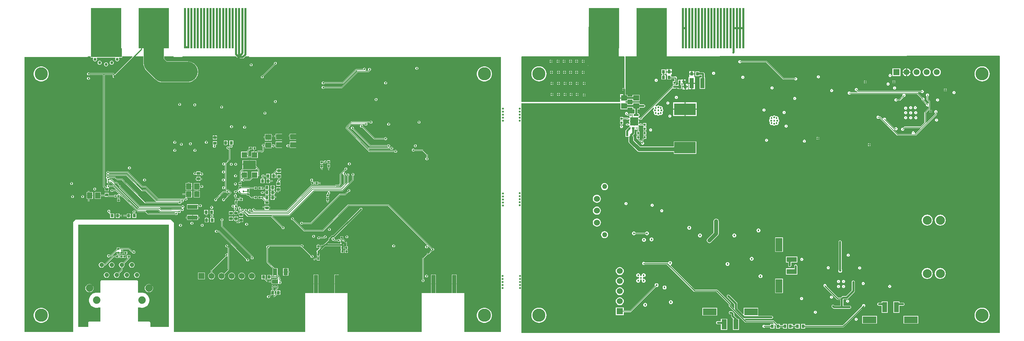
<source format=gbl>
G04*
G04 #@! TF.GenerationSoftware,Altium Limited,Altium Designer,21.5.1 (32)*
G04*
G04 Layer_Physical_Order=4*
G04 Layer_Color=16711680*
%FSLAX25Y25*%
%MOIN*%
G70*
G04*
G04 #@! TF.SameCoordinates,ABBC0749-13DB-4E68-987F-24248C34E95F*
G04*
G04*
G04 #@! TF.FilePolarity,Positive*
G04*
G01*
G75*
%ADD11R,0.21300X0.11400*%
%ADD17O,0.02362X0.00945*%
%ADD18O,0.00945X0.02362*%
%ADD19R,0.08071X0.08071*%
%ADD26R,0.02362X0.01968*%
%ADD27R,0.01968X0.02362*%
%ADD28R,0.05906X0.05512*%
%ADD34R,0.05512X0.05906*%
%ADD42R,0.03150X0.03543*%
%ADD43R,0.03543X0.03150*%
%ADD49R,0.30300X0.40000*%
%ADD50R,0.01968X0.40000*%
%ADD51R,0.04331X0.10236*%
%ADD52C,0.02000*%
%ADD53C,0.01000*%
%ADD54C,0.00500*%
%ADD55C,0.04000*%
%ADD57C,0.30000*%
%ADD73R,0.05906X0.05906*%
%ADD88C,0.01772*%
%ADD102R,0.03937X0.17953*%
%ADD105R,0.10236X0.04331*%
%ADD107C,0.00679*%
%ADD108C,0.00451*%
%ADD109C,0.01500*%
%ADD110C,0.02000*%
%ADD111C,0.08800*%
%ADD112C,0.05000*%
%ADD113C,0.06000*%
%ADD114C,0.13000*%
%ADD115C,0.01968*%
%ADD116C,0.05906*%
%ADD117R,0.05906X0.05906*%
%ADD118C,0.01800*%
%ADD119C,0.07400*%
%ADD120C,0.04500*%
%ADD121C,0.03000*%
%ADD142R,0.13583X0.06693*%
%ADD143R,0.05118X0.10236*%
%ADD144R,0.06693X0.13583*%
%ADD145R,0.10236X0.05118*%
%ADD146C,0.08000*%
%ADD147R,0.05512X0.05512*%
%ADD148R,0.12992X0.08661*%
%ADD149O,0.01181X0.01378*%
%ADD150R,0.06299X0.03937*%
%ADD151R,0.04331X0.06693*%
%ADD152C,0.20000*%
%ADD153R,0.30500X0.09000*%
%ADD154C,0.01000*%
G36*
X324388Y375193D02*
X324562Y374932D01*
X324823Y374758D01*
X325130Y374697D01*
X574327D01*
Y101303D01*
X538130D01*
Y140000D01*
X530263D01*
Y149002D01*
X527945D01*
X525626D01*
Y140000D01*
X509633D01*
Y149002D01*
X507315D01*
X504996D01*
Y140000D01*
X495630D01*
Y101303D01*
X422130D01*
Y140000D01*
X413579D01*
Y149002D01*
X411260D01*
X408942D01*
Y140000D01*
X392949D01*
Y149002D01*
X390631D01*
X388312D01*
Y140000D01*
X380130D01*
Y101303D01*
X249630D01*
Y210000D01*
X246630Y213000D01*
X152130D01*
X149630Y210500D01*
Y101303D01*
X101303D01*
Y374697D01*
X163630D01*
X163937Y374758D01*
X164198Y374932D01*
X164372Y375193D01*
X164433Y375500D01*
X167062D01*
Y374500D01*
X167174Y374229D01*
X167446Y374116D01*
X169580D01*
X169772Y373655D01*
X169750Y373633D01*
X169446Y372898D01*
Y372102D01*
X169750Y371367D01*
X170313Y370805D01*
X171048Y370500D01*
X171843D01*
X172578Y370805D01*
X173141Y371367D01*
X173445Y372102D01*
Y372898D01*
X173141Y373633D01*
X173119Y373655D01*
X173311Y374116D01*
X191580D01*
X191772Y373655D01*
X191750Y373633D01*
X191446Y372898D01*
Y372102D01*
X191750Y371367D01*
X192313Y370805D01*
X193048Y370500D01*
X193843D01*
X194578Y370805D01*
X195141Y371367D01*
X195446Y372102D01*
Y372898D01*
X195141Y373633D01*
X195119Y373655D01*
X195311Y374116D01*
X197945D01*
X198217Y374229D01*
X198329Y374500D01*
Y375500D01*
X208560D01*
X208752Y375038D01*
X191293Y357580D01*
X190751Y357744D01*
X190750Y357748D01*
X190561Y358030D01*
X189976Y358616D01*
X189693Y358805D01*
X189360Y358871D01*
X166054D01*
X165738Y359187D01*
X165224Y359400D01*
X164667D01*
X164152Y359187D01*
X163759Y358793D01*
X163546Y358278D01*
Y357721D01*
X163759Y357207D01*
X164152Y356813D01*
X164667Y356600D01*
X165224D01*
X165738Y356813D01*
X166054Y357129D01*
X179259D01*
Y246256D01*
X179325Y245923D01*
X179514Y245640D01*
X181004Y244150D01*
Y241327D01*
X185256D01*
Y245185D01*
X185379Y245295D01*
X185423Y245313D01*
X185817Y245707D01*
X185874Y245846D01*
X189859D01*
X192551Y243154D01*
X192344Y242654D01*
X189374D01*
X189317Y242793D01*
X188923Y243187D01*
X188408Y243400D01*
X187851D01*
X187337Y243187D01*
X186943Y242793D01*
X186730Y242279D01*
Y241722D01*
X186943Y241207D01*
X187337Y240813D01*
X187851Y240600D01*
X188408D01*
X188923Y240813D01*
X189317Y241207D01*
X189374Y241346D01*
X192359D01*
X195239Y238466D01*
X195048Y238004D01*
X193291D01*
Y237454D01*
X192919Y237328D01*
X192791Y237318D01*
X192423Y237687D01*
X191908Y237900D01*
X191351D01*
X190837Y237687D01*
X190443Y237293D01*
X190385Y237154D01*
X185256D01*
Y239673D01*
X181004D01*
Y237654D01*
X177177D01*
Y240307D01*
X170957D01*
Y233693D01*
X177177D01*
Y236346D01*
X181004D01*
Y235815D01*
X185256D01*
Y235846D01*
X190385D01*
X190443Y235707D01*
X190837Y235313D01*
X191351Y235100D01*
X191908D01*
X192423Y235313D01*
X192791Y235682D01*
X192919Y235672D01*
X193291Y235546D01*
Y234933D01*
X195968D01*
Y237083D01*
X196430Y237274D01*
X198167Y235538D01*
X198630Y235346D01*
X199151D01*
X213459Y221038D01*
X213922Y220846D01*
X221359D01*
X223817Y218388D01*
X224280Y218196D01*
X250954D01*
X251337Y217813D01*
X251852Y217600D01*
X252408D01*
X252923Y217813D01*
X253317Y218207D01*
X253530Y218722D01*
Y219279D01*
X253317Y219793D01*
X253273Y219837D01*
X253451Y220268D01*
X253933D01*
X253955Y220215D01*
X254345Y219825D01*
X254854Y219614D01*
X255406D01*
X255915Y219825D01*
X256305Y220215D01*
X256516Y220724D01*
Y221276D01*
X256305Y221785D01*
X256244Y221846D01*
X256439Y222317D01*
X256913D01*
X256955Y222215D01*
X257345Y221825D01*
X257854Y221614D01*
X258406D01*
X258915Y221825D01*
X259305Y222215D01*
X259516Y222724D01*
Y223276D01*
X259305Y223785D01*
X258955Y224135D01*
X258945Y224233D01*
X258955Y224342D01*
X259033Y224667D01*
X259415Y224825D01*
X259805Y225215D01*
X260016Y225724D01*
Y226276D01*
X259805Y226785D01*
X259415Y227175D01*
X258906Y227386D01*
X258354D01*
X257845Y227175D01*
X257455Y226785D01*
X257401Y226654D01*
X216067D01*
X196601Y246121D01*
Y247010D01*
X196409Y247472D01*
X193669Y250213D01*
X193207Y250404D01*
X190890D01*
X188032Y253262D01*
X187569Y253454D01*
X185874D01*
X185817Y253593D01*
X185557Y253852D01*
X185748Y254352D01*
X191435D01*
X193032Y252756D01*
X193494Y252564D01*
X198128D01*
X199192Y251501D01*
Y251197D01*
X199384Y250734D01*
X201693Y248425D01*
X202156Y248234D01*
X202471D01*
X221167Y229538D01*
X221630Y229346D01*
X254385D01*
X254443Y229207D01*
X254837Y228813D01*
X255351Y228600D01*
X255908D01*
X256423Y228813D01*
X256817Y229207D01*
X257030Y229721D01*
Y230278D01*
X257024Y230293D01*
X257150Y230441D01*
X257427Y230626D01*
X257852Y230450D01*
X258408D01*
X258923Y230663D01*
X259317Y231057D01*
X259530Y231572D01*
Y232129D01*
X259440Y232346D01*
X259767Y232846D01*
X260385D01*
X260443Y232707D01*
X260837Y232313D01*
X261351Y232100D01*
X261908D01*
X262423Y232313D01*
X262817Y232707D01*
X263030Y233222D01*
Y233779D01*
X262817Y234293D01*
X262423Y234687D01*
X262398Y234697D01*
X262497Y235197D01*
X264333D01*
Y238500D01*
Y241803D01*
X261403D01*
Y239154D01*
X257446D01*
X256983Y238963D01*
X256791Y238500D01*
X256983Y238037D01*
X257446Y237846D01*
X261403D01*
Y235362D01*
X261381Y235166D01*
X261132Y234809D01*
X260837Y234687D01*
X260443Y234293D01*
X260385Y234154D01*
X234401D01*
X222342Y246213D01*
X221880Y246404D01*
X218651D01*
X204592Y260462D01*
X204130Y260654D01*
X185374D01*
X185317Y260793D01*
X184923Y261187D01*
X184408Y261400D01*
X183851D01*
X183337Y261187D01*
X182943Y260793D01*
X182730Y260279D01*
Y259721D01*
X182943Y259207D01*
X183073Y259077D01*
X183294Y258750D01*
X183073Y258423D01*
X182943Y258293D01*
X182730Y257779D01*
Y257222D01*
X182943Y256707D01*
X182996Y256654D01*
X183188Y256193D01*
X182794Y255800D01*
X182581Y255285D01*
Y254728D01*
X182794Y254214D01*
X183188Y253820D01*
X183306Y253263D01*
X183230Y253079D01*
Y252521D01*
X183443Y252007D01*
X183800Y251650D01*
X183443Y251293D01*
X183230Y250779D01*
Y250221D01*
X183443Y249707D01*
X183837Y249313D01*
X184351Y249100D01*
X184908D01*
X185423Y249313D01*
X185817Y249707D01*
X185874Y249846D01*
X187280D01*
X189510Y247616D01*
X189319Y247154D01*
X185874D01*
X185817Y247293D01*
X185423Y247687D01*
X184908Y247900D01*
X184351D01*
X183837Y247687D01*
X183443Y247293D01*
X183230Y246778D01*
Y246221D01*
X183443Y245707D01*
X183465Y245685D01*
X183258Y245185D01*
X182433D01*
X181001Y246617D01*
Y357129D01*
X188999D01*
X189074Y357053D01*
Y355000D01*
X189141Y354667D01*
X189330Y354384D01*
X189612Y354195D01*
X189945Y354129D01*
X190279Y354195D01*
X190561Y354384D01*
X211677Y375500D01*
X219459D01*
Y368600D01*
X219587Y366975D01*
X219968Y365390D01*
X220591Y363885D01*
X221443Y362495D01*
X222501Y361256D01*
X231101Y352656D01*
X232341Y351597D01*
X233730Y350746D01*
X235236Y350122D01*
X236821Y349742D01*
X238445Y349614D01*
X263445D01*
X265070Y349742D01*
X266655Y350122D01*
X268161Y350746D01*
X269550Y351597D01*
X270790Y352656D01*
X271848Y353895D01*
X272700Y355285D01*
X273323Y356790D01*
X273704Y358375D01*
X273832Y360000D01*
X273704Y361625D01*
X273323Y363210D01*
X272700Y364715D01*
X271848Y366105D01*
X270790Y367344D01*
X269550Y368403D01*
X268161Y369254D01*
X266655Y369878D01*
X265070Y370258D01*
X263445Y370386D01*
X242748D01*
X240232Y372902D01*
Y375500D01*
X249327D01*
X249388Y375193D01*
X249562Y374932D01*
X249823Y374758D01*
X250130Y374697D01*
X257630D01*
X257937Y374758D01*
X258198Y374932D01*
X258372Y375193D01*
X258433Y375500D01*
X311263D01*
X312639Y374124D01*
X312670Y373972D01*
X312969Y373524D01*
X313417Y373224D01*
X313946Y373119D01*
X314474Y373224D01*
X314603Y373310D01*
X318237D01*
X318237Y373310D01*
X318765Y373416D01*
X319213Y373715D01*
X320998Y375500D01*
X324327D01*
X324388Y375193D01*
D02*
G37*
G36*
X1069685Y375609D02*
X1069685Y100500D01*
X594685Y100500D01*
X594685Y328901D01*
X693182D01*
Y322857D01*
X700088D01*
Y324583D01*
X705182D01*
Y322857D01*
X707088D01*
Y319212D01*
X706631Y318793D01*
X706252Y318717D01*
X705930Y318502D01*
X705364D01*
X705042Y318717D01*
X704663Y318793D01*
X704284Y318717D01*
X703962Y318502D01*
X703396D01*
X703074Y318717D01*
X702694Y318793D01*
X702315Y318717D01*
X701993Y318502D01*
X701778Y318181D01*
X701714Y317857D01*
X700933D01*
X700601Y318230D01*
X700664Y318550D01*
X700548Y319135D01*
X700216Y319631D01*
X699720Y319963D01*
X699135Y320079D01*
X698550Y319963D01*
X698054Y319631D01*
X697722Y319135D01*
X697606Y318550D01*
X697722Y317964D01*
X698054Y317468D01*
X698550Y317137D01*
X699135Y317020D01*
X699509Y317095D01*
X700051Y316552D01*
X700299Y316386D01*
X700592Y316328D01*
X700592Y316328D01*
X701714D01*
X701778Y316005D01*
X701993Y315683D01*
X702079Y315626D01*
X702096Y315132D01*
X702096Y315132D01*
X702096Y315132D01*
Y314326D01*
X701596Y314174D01*
X701545Y314251D01*
X701223Y314466D01*
X700844Y314541D01*
X699426D01*
X699047Y314466D01*
X698820Y314314D01*
X695619D01*
Y315199D01*
X692651D01*
Y311837D01*
X695619D01*
Y312785D01*
X698820D01*
X699047Y312634D01*
X699426Y312558D01*
X700844D01*
X701223Y312634D01*
X701545Y312849D01*
X701596Y312925D01*
X702096Y312773D01*
Y311947D01*
X701711Y311371D01*
X701557Y310597D01*
X701711Y309822D01*
X702096Y309246D01*
Y308420D01*
X701596Y308269D01*
X701545Y308345D01*
X701223Y308560D01*
X700844Y308636D01*
X699426D01*
X699047Y308560D01*
X698725Y308345D01*
X698510Y308024D01*
X698435Y307644D01*
X698510Y307265D01*
X698725Y306943D01*
X699047Y306728D01*
X699426Y306653D01*
X700844D01*
X701223Y306728D01*
X701545Y306943D01*
X701596Y307020D01*
X702096Y306868D01*
Y306062D01*
X702096Y306062D01*
X702080Y305568D01*
X701993Y305510D01*
X701778Y305189D01*
X701748Y305038D01*
X701605Y305010D01*
X701109Y304678D01*
X698585Y302154D01*
X698254Y301658D01*
X698137Y301073D01*
Y298534D01*
X697985D01*
Y295565D01*
X699440D01*
X699667Y295520D01*
X699894Y295565D01*
X700858D01*
X701269Y295065D01*
X701236Y294900D01*
Y290900D01*
X701430Y289925D01*
X701982Y289098D01*
X709833Y281247D01*
X710660Y280695D01*
X711635Y280501D01*
X746033D01*
Y278522D01*
X768333D01*
Y290922D01*
X746033D01*
Y285599D01*
X712691D01*
X706334Y291956D01*
Y294900D01*
X706140Y295876D01*
X705587Y296703D01*
X705572Y296855D01*
X706716Y298000D01*
X707048Y298496D01*
X707164Y299081D01*
Y302578D01*
X707333Y302691D01*
X707899D01*
X708220Y302476D01*
X708600Y302400D01*
X708979Y302476D01*
X709277Y302675D01*
X709313Y302692D01*
X709804Y302543D01*
Y300699D01*
X709151D01*
Y297337D01*
X712119D01*
Y300699D01*
X711333D01*
Y302786D01*
X711484Y303012D01*
X711560Y303392D01*
Y304809D01*
X711484Y305189D01*
X711270Y305510D01*
X711183Y305568D01*
X711167Y306062D01*
X711167Y306062D01*
X711167Y306062D01*
Y306867D01*
X711667Y307019D01*
X711717Y306943D01*
X712039Y306728D01*
X712419Y306653D01*
X713836D01*
X714215Y306728D01*
X714442Y306879D01*
X715651D01*
Y305837D01*
X718619D01*
Y309199D01*
X715651D01*
Y308409D01*
X714442D01*
X714215Y308560D01*
X713836Y308636D01*
X712419D01*
X712039Y308560D01*
X711717Y308345D01*
X711667Y308270D01*
X711167Y308421D01*
Y309247D01*
X711551Y309822D01*
X711705Y310597D01*
X711551Y311371D01*
X711167Y311946D01*
Y312773D01*
X711667Y312924D01*
X711717Y312849D01*
X712039Y312634D01*
X712419Y312558D01*
X713836D01*
X714215Y312634D01*
X714537Y312849D01*
X714752Y313170D01*
X714827Y313550D01*
X714765Y313864D01*
X725715Y324814D01*
X725837Y324800D01*
X726238Y324254D01*
X726198Y324050D01*
X726345Y323308D01*
X726417Y323201D01*
X726157Y323027D01*
X725719Y322371D01*
X725565Y321597D01*
X725719Y320822D01*
X726157Y320166D01*
X726461Y319963D01*
X726345Y319791D01*
X726198Y319050D01*
X726345Y318308D01*
X726765Y317680D01*
X727394Y317260D01*
X728135Y317112D01*
X728876Y317260D01*
X729039Y317369D01*
X729208Y317115D01*
X729865Y316676D01*
X730639Y316522D01*
X731413Y316676D01*
X732069Y317115D01*
X732237Y317365D01*
X732394Y317260D01*
X733135Y317112D01*
X733876Y317260D01*
X734505Y317680D01*
X734925Y318308D01*
X735072Y319050D01*
X734925Y319791D01*
X734812Y319960D01*
X735121Y320166D01*
X735559Y320822D01*
X735713Y321597D01*
X735559Y322371D01*
X735121Y323027D01*
X734855Y323204D01*
X734925Y323308D01*
X735072Y324050D01*
X734925Y324791D01*
X734505Y325419D01*
X733876Y325839D01*
X733135Y325987D01*
X732394Y325839D01*
X732280Y325763D01*
X732069Y326078D01*
X731413Y326517D01*
X730639Y326671D01*
X729865Y326517D01*
X729208Y326078D01*
X728996Y325760D01*
X728876Y325839D01*
X728135Y325987D01*
X727931Y325946D01*
X727384Y326347D01*
X727371Y326470D01*
X744689Y343788D01*
X745151Y343596D01*
Y343400D01*
X748119D01*
Y343721D01*
X749868D01*
Y342979D01*
X754018D01*
Y347522D01*
X753334D01*
Y348102D01*
X753422Y348565D01*
X753834Y348565D01*
X755103D01*
Y350550D01*
Y352534D01*
X753422D01*
Y352503D01*
X753348Y352034D01*
X752922Y352034D01*
X752016D01*
X751789Y352079D01*
X751666D01*
X751440Y352034D01*
X749985D01*
Y349065D01*
X750276D01*
Y347522D01*
X749868D01*
Y346780D01*
X746651D01*
X746563Y346762D01*
X745151D01*
Y345846D01*
X744901D01*
X744608Y345788D01*
X744360Y345622D01*
X713380Y314642D01*
X713313Y314541D01*
X712419D01*
X712039Y314466D01*
X711717Y314251D01*
X711667Y314175D01*
X711167Y314327D01*
Y315132D01*
X711167Y315132D01*
X711184Y315626D01*
X711270Y315683D01*
X711359Y315817D01*
X711650Y316011D01*
X711981Y316507D01*
X712098Y317093D01*
X711981Y317678D01*
X711650Y318174D01*
X711359Y318368D01*
X711270Y318502D01*
X710948Y318717D01*
X710568Y318793D01*
X710147Y319219D01*
Y322857D01*
X712088D01*
Y324583D01*
X715818D01*
X716135Y324520D01*
X716720Y324637D01*
X717216Y324968D01*
X717548Y325464D01*
X717664Y326050D01*
X717548Y326635D01*
X717216Y327131D01*
X717154Y327194D01*
X716657Y327526D01*
X716072Y327642D01*
X712088D01*
Y329369D01*
X705182D01*
Y327642D01*
X700088D01*
Y329369D01*
X697991D01*
Y330731D01*
X700088D01*
Y332457D01*
X705182D01*
Y330731D01*
X712088D01*
Y337243D01*
X705182D01*
Y335516D01*
X700088D01*
Y337243D01*
X698164D01*
Y342550D01*
X698048Y343135D01*
X697991Y343220D01*
Y375500D01*
X1069331Y375962D01*
X1069685Y375609D01*
D02*
G37*
G36*
X658021Y375500D02*
X696781Y375549D01*
X697135Y375196D01*
Y344489D01*
Y342550D01*
Y340726D01*
Y337743D01*
D01*
Y333987D01*
X696635D01*
Y333487D01*
X692682D01*
Y330231D01*
X692257Y330050D01*
X594706D01*
X594685Y330100D01*
Y375196D01*
X595039Y375549D01*
X658021Y375500D01*
D02*
G37*
G36*
X217917Y245287D02*
X218380Y245096D01*
X221609D01*
X233667Y233037D01*
X234130Y232846D01*
X255974D01*
X256272Y232346D01*
X256250Y232304D01*
X232751D01*
X222592Y242462D01*
X222130Y242654D01*
X218901D01*
X203543Y258012D01*
X203081Y258203D01*
X185354D01*
X185317Y258293D01*
X185187Y258423D01*
X184966Y258750D01*
X185187Y259077D01*
X185317Y259207D01*
X185374Y259346D01*
X203859D01*
X217917Y245287D01*
D02*
G37*
G36*
X218167Y241537D02*
X218630Y241346D01*
X221859D01*
X232017Y231188D01*
X232098Y231154D01*
X231998Y230654D01*
X221901D01*
X203205Y249350D01*
X202742Y249542D01*
X202427D01*
X200501Y251468D01*
Y251771D01*
X200309Y252234D01*
X198862Y253681D01*
X198399Y253873D01*
X193765D01*
X192169Y255469D01*
X191706Y255661D01*
X185225D01*
X185168Y255800D01*
X185115Y255852D01*
X184923Y256313D01*
X185317Y256707D01*
X185395Y256895D01*
X202810D01*
X218167Y241537D01*
D02*
G37*
G36*
X190619Y249096D02*
X192936D01*
X195293Y246739D01*
Y245850D01*
X195484Y245387D01*
X215217Y225654D01*
X215052Y225154D01*
X213822D01*
X190282Y248694D01*
X190565Y249118D01*
X190619Y249096D01*
D02*
G37*
G36*
X257455Y225215D02*
X257805Y224865D01*
X257815Y224767D01*
X257805Y224658D01*
X257727Y224333D01*
X257345Y224175D01*
X256955Y223785D01*
X256901Y223654D01*
X247572D01*
X247110Y223463D01*
X246937Y223290D01*
X237265D01*
X235709Y224846D01*
X235874Y225346D01*
X257401D01*
X257455Y225215D01*
D02*
G37*
G36*
X235745Y220537D02*
X236208Y220346D01*
X250710D01*
X250923Y219901D01*
X250684Y219504D01*
X224551D01*
X222209Y221846D01*
X222374Y222346D01*
X233937D01*
X235745Y220537D01*
D02*
G37*
G36*
X244630Y106500D02*
X226298D01*
Y110800D01*
X226237Y111107D01*
X226063Y111368D01*
X225803Y111542D01*
X225496Y111603D01*
X213998D01*
Y125697D01*
X216296D01*
X217208Y125516D01*
X218683D01*
X220128Y125803D01*
X221491Y126368D01*
X222716Y127187D01*
X223759Y128229D01*
X224578Y129455D01*
X225142Y130817D01*
X225430Y132263D01*
Y133737D01*
X225142Y135183D01*
X224578Y136545D01*
X223759Y137771D01*
X222716Y138813D01*
X221491Y139632D01*
X220128Y140197D01*
X218683Y140484D01*
X217208D01*
X216296Y140303D01*
X213998D01*
Y151900D01*
X213937Y152207D01*
X213763Y152468D01*
X213503Y152642D01*
X213195Y152703D01*
X177696D01*
X177388Y152642D01*
X177128Y152468D01*
X176954Y152207D01*
X176893Y151900D01*
Y140303D01*
X174595D01*
X173683Y140484D01*
X172208D01*
X170762Y140197D01*
X169400Y139632D01*
X168175Y138813D01*
X167132Y137771D01*
X166313Y136545D01*
X165749Y135183D01*
X165461Y133737D01*
Y132263D01*
X165749Y130817D01*
X166313Y129455D01*
X167132Y128229D01*
X168175Y127187D01*
X169400Y126368D01*
X170762Y125803D01*
X172208Y125516D01*
X173683D01*
X174595Y125697D01*
X176893D01*
Y111603D01*
X165395D01*
X165088Y111542D01*
X164828Y111368D01*
X164654Y111107D01*
X164593Y110800D01*
Y106500D01*
X154630D01*
Y208000D01*
X244630D01*
Y106500D01*
D02*
G37*
%LPC*%
G36*
X188343Y371000D02*
X187548D01*
X186813Y370695D01*
X186250Y370133D01*
X185945Y369398D01*
Y368602D01*
X186250Y367867D01*
X186813Y367304D01*
X187548Y367000D01*
X188343D01*
X189078Y367304D01*
X189641Y367867D01*
X189945Y368602D01*
Y369398D01*
X189641Y370133D01*
X189078Y370695D01*
X188343Y371000D01*
D02*
G37*
G36*
X176343D02*
X175548D01*
X174813Y370695D01*
X174250Y370133D01*
X173945Y369398D01*
Y368602D01*
X174250Y367867D01*
X174813Y367304D01*
X175548Y367000D01*
X176343D01*
X177078Y367304D01*
X177641Y367867D01*
X177945Y368602D01*
Y369398D01*
X177641Y370133D01*
X177078Y370695D01*
X176343Y371000D01*
D02*
G37*
G36*
X326724Y368400D02*
X326167D01*
X325652Y368187D01*
X325259Y367793D01*
X325045Y367279D01*
Y366722D01*
X325259Y366207D01*
X325652Y365813D01*
X326167Y365600D01*
X326724D01*
X327238Y365813D01*
X327632Y366207D01*
X327846Y366722D01*
Y367279D01*
X327632Y367793D01*
X327238Y368187D01*
X326724Y368400D01*
D02*
G37*
G36*
X182843Y369500D02*
X182048D01*
X181313Y369196D01*
X180750Y368633D01*
X180446Y367898D01*
Y367102D01*
X180750Y366367D01*
X181313Y365805D01*
X182048Y365500D01*
X182843D01*
X183578Y365805D01*
X184141Y366367D01*
X184446Y367102D01*
Y367898D01*
X184141Y368633D01*
X183578Y369196D01*
X182843Y369500D01*
D02*
G37*
G36*
X491224Y364900D02*
X490667D01*
X490152Y364687D01*
X489759Y364293D01*
X489545Y363778D01*
Y363222D01*
X489759Y362707D01*
X490152Y362313D01*
X490667Y362100D01*
X491224D01*
X491739Y362313D01*
X492132Y362707D01*
X492346Y363222D01*
Y363778D01*
X492132Y364293D01*
X491739Y364687D01*
X491224Y364900D01*
D02*
G37*
G36*
X350724Y369900D02*
X350167D01*
X349652Y369687D01*
X349259Y369293D01*
X349045Y368778D01*
Y368221D01*
X349176Y367906D01*
X337670Y356400D01*
X337167D01*
X336652Y356187D01*
X336259Y355793D01*
X336046Y355278D01*
Y354721D01*
X336259Y354207D01*
X336652Y353813D01*
X337167Y353600D01*
X337724D01*
X338239Y353813D01*
X338632Y354207D01*
X338845Y354721D01*
Y355278D01*
X338715Y355594D01*
X350220Y367100D01*
X350724D01*
X351238Y367313D01*
X351632Y367707D01*
X351846Y368221D01*
Y368778D01*
X351632Y369293D01*
X351238Y369687D01*
X350724Y369900D01*
D02*
G37*
G36*
X165224Y354900D02*
X164667D01*
X164152Y354687D01*
X163759Y354293D01*
X163546Y353779D01*
Y353222D01*
X163759Y352707D01*
X164152Y352313D01*
X164667Y352100D01*
X165224D01*
X165738Y352313D01*
X166132Y352707D01*
X166346Y353222D01*
Y353779D01*
X166132Y354293D01*
X165738Y354687D01*
X165224Y354900D01*
D02*
G37*
G36*
X558733Y365435D02*
X557258D01*
X555812Y365147D01*
X554450Y364583D01*
X553225Y363764D01*
X552182Y362721D01*
X551363Y361495D01*
X550799Y360133D01*
X550511Y358687D01*
Y357213D01*
X550799Y355767D01*
X551363Y354405D01*
X552182Y353179D01*
X553225Y352137D01*
X554450Y351318D01*
X555812Y350754D01*
X557258Y350466D01*
X558733D01*
X560179Y350754D01*
X561541Y351318D01*
X562766Y352137D01*
X563809Y353179D01*
X564628Y354405D01*
X565192Y355767D01*
X565480Y357213D01*
Y358687D01*
X565192Y360133D01*
X564628Y361495D01*
X563809Y362721D01*
X562766Y363764D01*
X561541Y364583D01*
X560179Y365147D01*
X558733Y365435D01*
D02*
G37*
G36*
X118733D02*
X117258D01*
X115812Y365147D01*
X114450Y364583D01*
X113224Y363764D01*
X112182Y362721D01*
X111363Y361495D01*
X110799Y360133D01*
X110511Y358687D01*
Y357213D01*
X110799Y355767D01*
X111363Y354405D01*
X112182Y353179D01*
X113224Y352137D01*
X114450Y351318D01*
X115812Y350754D01*
X117258Y350466D01*
X118733D01*
X120178Y350754D01*
X121541Y351318D01*
X122766Y352137D01*
X123809Y353179D01*
X124628Y354405D01*
X125192Y355767D01*
X125480Y357213D01*
Y358687D01*
X125192Y360133D01*
X124628Y361495D01*
X123809Y362721D01*
X122766Y363764D01*
X121541Y364583D01*
X120178Y365147D01*
X118733Y365435D01*
D02*
G37*
G36*
X460224Y350400D02*
X459667D01*
X459152Y350187D01*
X458759Y349793D01*
X458545Y349278D01*
Y348722D01*
X458759Y348207D01*
X459152Y347813D01*
X459667Y347600D01*
X460224D01*
X460739Y347813D01*
X461132Y348207D01*
X461345Y348722D01*
Y349278D01*
X461132Y349793D01*
X460739Y350187D01*
X460224Y350400D01*
D02*
G37*
G36*
X439224Y364050D02*
X438667D01*
X438152Y363837D01*
X437759Y363443D01*
X437545Y362929D01*
Y362654D01*
X430445D01*
X429983Y362462D01*
X417174Y349654D01*
X399190D01*
X399132Y349793D01*
X398739Y350187D01*
X398224Y350400D01*
X397667D01*
X397152Y350187D01*
X396759Y349793D01*
X396546Y349278D01*
Y348722D01*
X396759Y348207D01*
X397152Y347813D01*
X397667Y347600D01*
X398224D01*
X398739Y347813D01*
X399132Y348207D01*
X399190Y348346D01*
X417446D01*
X417908Y348537D01*
X430716Y361346D01*
X431701D01*
X431866Y360846D01*
X416175Y345154D01*
X399190D01*
X399132Y345293D01*
X398739Y345687D01*
X398224Y345900D01*
X397667D01*
X397152Y345687D01*
X396759Y345293D01*
X396546Y344778D01*
Y344221D01*
X396759Y343707D01*
X397152Y343313D01*
X397667Y343100D01*
X398224D01*
X398739Y343313D01*
X399132Y343707D01*
X399190Y343846D01*
X416445D01*
X416908Y344038D01*
X432716Y359846D01*
X443027D01*
X443489Y360037D01*
X444159Y360708D01*
X444342Y361149D01*
X444738Y361313D01*
X445132Y361707D01*
X445345Y362222D01*
Y362778D01*
X445132Y363293D01*
X444738Y363687D01*
X444224Y363900D01*
X443667D01*
X443152Y363687D01*
X442759Y363293D01*
X442546Y362778D01*
Y362222D01*
X442759Y361707D01*
X442851Y361615D01*
X442604Y361154D01*
X440137D01*
X439929Y361654D01*
X440132Y361857D01*
X440345Y362371D01*
Y362929D01*
X440132Y363443D01*
X439739Y363837D01*
X439224Y364050D01*
D02*
G37*
G36*
X450724Y333900D02*
X450167D01*
X449652Y333687D01*
X449259Y333293D01*
X449046Y332779D01*
Y332222D01*
X449259Y331707D01*
X449652Y331313D01*
X450167Y331100D01*
X450724D01*
X451238Y331313D01*
X451632Y331707D01*
X451846Y332222D01*
Y332779D01*
X451632Y333293D01*
X451238Y333687D01*
X450724Y333900D01*
D02*
G37*
G36*
X350724Y331900D02*
X350167D01*
X349652Y331687D01*
X349259Y331293D01*
X349045Y330779D01*
Y330222D01*
X349259Y329707D01*
X349652Y329313D01*
X350167Y329100D01*
X350724D01*
X351238Y329313D01*
X351632Y329707D01*
X351846Y330222D01*
Y330779D01*
X351632Y331293D01*
X351238Y331687D01*
X350724Y331900D01*
D02*
G37*
G36*
X255724Y329085D02*
X255167D01*
X254652Y328872D01*
X254259Y328478D01*
X254046Y327963D01*
Y327407D01*
X254259Y326892D01*
X254652Y326498D01*
X255167Y326285D01*
X255724D01*
X256239Y326498D01*
X256632Y326892D01*
X256845Y327407D01*
Y327963D01*
X256632Y328478D01*
X256239Y328872D01*
X255724Y329085D01*
D02*
G37*
G36*
X270724Y328585D02*
X270167D01*
X269652Y328372D01*
X269259Y327978D01*
X269045Y327464D01*
Y326907D01*
X269259Y326392D01*
X269652Y325998D01*
X270167Y325785D01*
X270724D01*
X271238Y325998D01*
X271632Y326392D01*
X271846Y326907D01*
Y327464D01*
X271632Y327978D01*
X271238Y328372D01*
X270724Y328585D01*
D02*
G37*
G36*
X297408Y326400D02*
X296851D01*
X296337Y326187D01*
X295943Y325793D01*
X295730Y325278D01*
Y324722D01*
X295943Y324207D01*
X296337Y323813D01*
X296851Y323600D01*
X297408D01*
X297923Y323813D01*
X298317Y324207D01*
X298530Y324722D01*
Y325278D01*
X298317Y325793D01*
X297923Y326187D01*
X297408Y326400D01*
D02*
G37*
G36*
X340408Y320400D02*
X339851D01*
X339337Y320187D01*
X338943Y319793D01*
X338730Y319279D01*
Y318722D01*
X338943Y318207D01*
X339337Y317813D01*
X339851Y317600D01*
X340408D01*
X340923Y317813D01*
X341317Y318207D01*
X341530Y318722D01*
Y319279D01*
X341317Y319793D01*
X340923Y320187D01*
X340408Y320400D01*
D02*
G37*
G36*
X493408Y311400D02*
X492851D01*
X492337Y311187D01*
X491943Y310793D01*
X491730Y310279D01*
Y309721D01*
X491943Y309207D01*
X492337Y308813D01*
X492851Y308600D01*
X493408D01*
X493923Y308813D01*
X494317Y309207D01*
X494530Y309721D01*
Y310279D01*
X494317Y310793D01*
X493923Y311187D01*
X493408Y311400D01*
D02*
G37*
G36*
X445724D02*
X445167D01*
X444652Y311187D01*
X444270Y310804D01*
X426181D01*
X425719Y310613D01*
X420690Y305584D01*
X420498Y305121D01*
Y303879D01*
X420690Y303416D01*
X443569Y280538D01*
X444031Y280346D01*
X468701D01*
X468759Y280207D01*
X469152Y279813D01*
X469667Y279600D01*
X470224D01*
X470739Y279813D01*
X471132Y280207D01*
X471346Y280721D01*
Y281278D01*
X471132Y281793D01*
X470739Y282187D01*
X470224Y282400D01*
X469667D01*
X469152Y282187D01*
X468759Y281793D01*
X468701Y281654D01*
X444302D01*
X443072Y282884D01*
X443264Y283346D01*
X464701D01*
X464759Y283207D01*
X465152Y282813D01*
X465667Y282600D01*
X466224D01*
X466739Y282813D01*
X467132Y283207D01*
X467346Y283721D01*
Y284278D01*
X467132Y284793D01*
X466739Y285187D01*
X466224Y285400D01*
X465667D01*
X465152Y285187D01*
X464759Y284793D01*
X464701Y284654D01*
X463454D01*
X463355Y285154D01*
X463738Y285313D01*
X464132Y285707D01*
X464346Y286222D01*
Y286778D01*
X464132Y287293D01*
X463738Y287687D01*
X463224Y287900D01*
X462667D01*
X462152Y287687D01*
X461759Y287293D01*
X461701Y287154D01*
X444866D01*
X428288Y303733D01*
X428345Y303871D01*
Y304429D01*
X428132Y304943D01*
X427739Y305337D01*
X427224Y305550D01*
X426667D01*
X426152Y305337D01*
X425759Y304943D01*
X425546Y304429D01*
Y303871D01*
X425759Y303357D01*
X426152Y302963D01*
X426667Y302750D01*
X427224D01*
X427363Y302807D01*
X444133Y286037D01*
X444595Y285846D01*
X461701D01*
X461759Y285707D01*
X462152Y285313D01*
X462536Y285154D01*
X462437Y284654D01*
X442716D01*
X424627Y302743D01*
X424627Y302743D01*
X422870Y304500D01*
X425866Y307496D01*
X434754D01*
X434961Y306996D01*
X434759Y306793D01*
X434546Y306278D01*
Y305721D01*
X434759Y305207D01*
X435152Y304813D01*
X435667Y304600D01*
X436224D01*
X436716Y304804D01*
X448483Y293038D01*
X448946Y292846D01*
X458770D01*
X459152Y292463D01*
X459667Y292250D01*
X460224D01*
X460739Y292463D01*
X461132Y292857D01*
X461345Y293372D01*
Y293929D01*
X461132Y294443D01*
X460739Y294837D01*
X460224Y295050D01*
X459667D01*
X459152Y294837D01*
X458759Y294443D01*
X458639Y294154D01*
X449216D01*
X437346Y306025D01*
Y306278D01*
X437132Y306793D01*
X436930Y306996D01*
X437137Y307496D01*
X439139D01*
X439259Y307207D01*
X439652Y306813D01*
X440167Y306600D01*
X440724D01*
X441238Y306813D01*
X441632Y307207D01*
X441846Y307721D01*
Y308278D01*
X441632Y308793D01*
X441430Y308996D01*
X441637Y309496D01*
X444139D01*
X444259Y309207D01*
X444652Y308813D01*
X445167Y308600D01*
X445724D01*
X446239Y308813D01*
X446632Y309207D01*
X446845Y309721D01*
Y310279D01*
X446632Y310793D01*
X446239Y311187D01*
X445724Y311400D01*
D02*
G37*
G36*
X463224Y309400D02*
X462667D01*
X462152Y309187D01*
X461759Y308793D01*
X461546Y308278D01*
Y307721D01*
X461759Y307207D01*
X462152Y306813D01*
X462667Y306600D01*
X463224D01*
X463738Y306813D01*
X464132Y307207D01*
X464346Y307721D01*
Y308278D01*
X464132Y308793D01*
X463738Y309187D01*
X463224Y309400D01*
D02*
G37*
G36*
X307224Y306900D02*
X306667D01*
X306152Y306687D01*
X305759Y306293D01*
X305545Y305779D01*
Y305222D01*
X305759Y304707D01*
X306152Y304313D01*
X306667Y304100D01*
X307224D01*
X307738Y304313D01*
X308132Y304707D01*
X308346Y305222D01*
Y305779D01*
X308132Y306293D01*
X307738Y306687D01*
X307224Y306900D01*
D02*
G37*
G36*
X320224Y306400D02*
X319667D01*
X319152Y306187D01*
X318759Y305793D01*
X318546Y305278D01*
Y304721D01*
X318759Y304207D01*
X319152Y303813D01*
X319667Y303600D01*
X320224D01*
X320739Y303813D01*
X321132Y304207D01*
X321345Y304721D01*
Y305278D01*
X321132Y305793D01*
X320739Y306187D01*
X320224Y306400D01*
D02*
G37*
G36*
X353770Y298543D02*
X350643D01*
Y296654D01*
X346748D01*
Y298043D01*
X343620D01*
Y295112D01*
X346748D01*
Y295346D01*
X350643D01*
Y292331D01*
X353770D01*
Y295437D01*
Y298543D01*
D02*
G37*
G36*
X371248D02*
X368120D01*
Y295612D01*
X371248D01*
Y298543D01*
D02*
G37*
G36*
X357248D02*
X354120D01*
Y295612D01*
X357248D01*
Y298543D01*
D02*
G37*
G36*
X367770D02*
X364643D01*
Y297154D01*
X362946D01*
X362483Y296962D01*
X362291Y296500D01*
X362483Y296038D01*
X362946Y295846D01*
X364643D01*
Y295612D01*
X367770D01*
Y298543D01*
D02*
G37*
G36*
X289925Y298134D02*
X289463Y297942D01*
X289271Y297480D01*
Y296681D01*
X288324D01*
Y294931D01*
X290445D01*
X292567D01*
Y296681D01*
X290579D01*
Y297480D01*
X290388Y297942D01*
X289925Y298134D01*
D02*
G37*
G36*
X292567Y294581D02*
X290620D01*
Y292831D01*
X292567D01*
Y294581D01*
D02*
G37*
G36*
X290270D02*
X288324D01*
Y292831D01*
X290270D01*
Y294581D01*
D02*
G37*
G36*
X371248Y295262D02*
X368120D01*
Y292331D01*
X371248D01*
Y295262D01*
D02*
G37*
G36*
X367770D02*
X364643D01*
Y292331D01*
X367770D01*
Y295262D01*
D02*
G37*
G36*
X357248D02*
X354120D01*
Y292331D01*
X357248D01*
Y295262D01*
D02*
G37*
G36*
X346748Y294762D02*
X343620D01*
Y291831D01*
X346748D01*
Y294762D01*
D02*
G37*
G36*
X343270Y298043D02*
X340143D01*
Y295654D01*
X337946D01*
X337483Y295462D01*
X337291Y295000D01*
X337483Y294537D01*
X337946Y294346D01*
X340143D01*
Y291831D01*
X343270D01*
Y294937D01*
Y298043D01*
D02*
G37*
G36*
X303114Y291622D02*
X301365D01*
Y289675D01*
X303114D01*
Y291622D01*
D02*
G37*
G36*
X301015D02*
X299265D01*
Y289675D01*
X301015D01*
Y291622D01*
D02*
G37*
G36*
X282224Y291400D02*
X281667D01*
X281152Y291187D01*
X280759Y290793D01*
X280545Y290279D01*
Y289721D01*
X280759Y289207D01*
X281152Y288813D01*
X281667Y288600D01*
X282224D01*
X282738Y288813D01*
X283132Y289207D01*
X283346Y289721D01*
Y290279D01*
X283132Y290793D01*
X282738Y291187D01*
X282224Y291400D01*
D02*
G37*
G36*
X250908D02*
X250352D01*
X249837Y291187D01*
X249443Y290793D01*
X249230Y290279D01*
Y289721D01*
X249443Y289207D01*
X249837Y288813D01*
X250352Y288600D01*
X250908D01*
X251423Y288813D01*
X251817Y289207D01*
X252030Y289721D01*
Y290279D01*
X251817Y290793D01*
X251423Y291187D01*
X250908Y291400D01*
D02*
G37*
G36*
X371252Y290673D02*
X364638D01*
Y287378D01*
X364138Y287278D01*
X364132Y287293D01*
X363738Y287687D01*
X363224Y287900D01*
X362667D01*
X362152Y287687D01*
X361759Y287293D01*
X361545Y286778D01*
Y286222D01*
X361759Y285707D01*
X362152Y285313D01*
X362667Y285100D01*
X363224D01*
X363738Y285313D01*
X364132Y285707D01*
X364138Y285722D01*
X364638Y285622D01*
Y284453D01*
X371252D01*
Y290673D01*
D02*
G37*
G36*
X357253D02*
X350638D01*
Y287154D01*
X349690D01*
X349632Y287293D01*
X349238Y287687D01*
X348724Y287900D01*
X348167D01*
X347652Y287687D01*
X347638Y287673D01*
X347531Y287717D01*
X346753D01*
Y290173D01*
X340138D01*
Y287878D01*
X339638Y287778D01*
X339632Y287793D01*
X339239Y288187D01*
X338724Y288400D01*
X338167D01*
X337652Y288187D01*
X337259Y287793D01*
X337046Y287279D01*
Y286721D01*
X337259Y286207D01*
X337652Y285813D01*
X337791Y285756D01*
Y281981D01*
X336940Y281130D01*
X336667Y281403D01*
X336205Y281594D01*
X333270D01*
X332808Y281403D01*
X332015Y280610D01*
X330253D01*
Y282661D01*
X331134D01*
Y285339D01*
X328063D01*
Y282661D01*
X328944D01*
Y280610D01*
X326720D01*
Y276154D01*
X323220D01*
X323143Y276309D01*
X323350Y276847D01*
X323580Y277000D01*
X323733Y277229D01*
X323787Y277500D01*
Y281125D01*
X325320Y282658D01*
X325320Y282658D01*
X325325Y282666D01*
X325486D01*
Y283825D01*
X324130D01*
Y283469D01*
X322579Y281918D01*
X322426Y281689D01*
X322372Y281418D01*
X322372Y281418D01*
Y280610D01*
X316520D01*
Y274390D01*
X322740D01*
Y274846D01*
X326720D01*
Y274390D01*
X332940D01*
Y279685D01*
X333541Y280286D01*
X335934D01*
X336271Y279949D01*
X336733Y279758D01*
X337147D01*
X337610Y279949D01*
X338908Y281247D01*
X339100Y281710D01*
Y285756D01*
X339239Y285813D01*
X339632Y286207D01*
X339638Y286222D01*
X340138Y286122D01*
Y283953D01*
X346753D01*
Y285622D01*
X347252Y285722D01*
X347259Y285707D01*
X347652Y285313D01*
X348167Y285100D01*
X348724D01*
X349238Y285313D01*
X349632Y285707D01*
X349690Y285846D01*
X350638D01*
Y284453D01*
X357253D01*
Y290673D01*
D02*
G37*
G36*
X266408Y289900D02*
X265851D01*
X265337Y289687D01*
X264943Y289293D01*
X264730Y288778D01*
Y288222D01*
X264943Y287707D01*
X265337Y287313D01*
X265851Y287100D01*
X266408D01*
X266923Y287313D01*
X267317Y287707D01*
X267530Y288222D01*
Y288778D01*
X267317Y289293D01*
X266923Y289687D01*
X266408Y289900D01*
D02*
G37*
G36*
X257408Y289400D02*
X256852D01*
X256337Y289187D01*
X255943Y288793D01*
X255730Y288279D01*
Y287721D01*
X255943Y287207D01*
X256337Y286813D01*
X256852Y286600D01*
X257408D01*
X257923Y286813D01*
X258317Y287207D01*
X258530Y287721D01*
Y288279D01*
X258317Y288793D01*
X257923Y289187D01*
X257408Y289400D01*
D02*
G37*
G36*
X303114Y289325D02*
X301190D01*
X299265D01*
Y287378D01*
X300291D01*
Y286000D01*
X300483Y285538D01*
X300945Y285346D01*
X301408Y285538D01*
X301600Y286000D01*
Y287378D01*
X303114D01*
Y289325D01*
D02*
G37*
G36*
X489724Y287900D02*
X489167D01*
X488652Y287687D01*
X488259Y287293D01*
X488046Y286778D01*
Y286222D01*
X488259Y285707D01*
X488652Y285313D01*
X489167Y285100D01*
X489724D01*
X490239Y285313D01*
X490632Y285707D01*
X490845Y286222D01*
Y286778D01*
X490632Y287293D01*
X490239Y287687D01*
X489724Y287900D01*
D02*
G37*
G36*
X308630Y291626D02*
X304772D01*
Y287374D01*
X305133D01*
X305340Y286874D01*
X305259Y286793D01*
X305046Y286279D01*
Y285721D01*
X305259Y285207D01*
X305652Y284813D01*
X306167Y284600D01*
X306724D01*
X307239Y284813D01*
X307632Y285207D01*
X307845Y285721D01*
Y286279D01*
X307632Y286793D01*
X307551Y286874D01*
X307758Y287374D01*
X308630D01*
Y291626D01*
D02*
G37*
G36*
X292571Y291173D02*
X288319D01*
Y287315D01*
X288573D01*
X288780Y286815D01*
X288759Y286793D01*
X288545Y286279D01*
Y285721D01*
X288759Y285207D01*
X289152Y284813D01*
X289667Y284600D01*
X290224D01*
X290739Y284813D01*
X291132Y285207D01*
X291346Y285721D01*
Y286279D01*
X291132Y286793D01*
X291110Y286815D01*
X291318Y287315D01*
X292571D01*
Y291173D01*
D02*
G37*
G36*
X327192Y285334D02*
X325836D01*
Y284175D01*
X327192D01*
Y285334D01*
D02*
G37*
G36*
X325486D02*
X324130D01*
Y284175D01*
X325486D01*
Y285334D01*
D02*
G37*
G36*
X327192Y283825D02*
X325836D01*
Y282666D01*
X327192D01*
Y283825D01*
D02*
G37*
G36*
X270908Y283400D02*
X270352D01*
X269837Y283187D01*
X269443Y282793D01*
X269230Y282278D01*
Y281721D01*
X269443Y281207D01*
X269837Y280813D01*
X270352Y280600D01*
X270908D01*
X271423Y280813D01*
X271817Y281207D01*
X272030Y281721D01*
Y282278D01*
X271817Y282793D01*
X271423Y283187D01*
X270908Y283400D01*
D02*
G37*
G36*
X250908D02*
X250352D01*
X249837Y283187D01*
X249443Y282793D01*
X249230Y282278D01*
Y281721D01*
X249443Y281207D01*
X249837Y280813D01*
X250352Y280600D01*
X250908D01*
X251423Y280813D01*
X251817Y281207D01*
X252030Y281721D01*
Y282278D01*
X251817Y282793D01*
X251423Y283187D01*
X250908Y283400D01*
D02*
G37*
G36*
X487674Y283657D02*
X487117D01*
X486603Y283444D01*
X486209Y283050D01*
X485996Y282535D01*
Y281978D01*
X486209Y281464D01*
X486603Y281070D01*
X487117Y280857D01*
X487674D01*
X488189Y281070D01*
X488465Y281346D01*
X496677D01*
X500291Y277732D01*
Y274744D01*
X500152Y274687D01*
X499759Y274293D01*
X499545Y273779D01*
Y273221D01*
X499759Y272707D01*
X500152Y272313D01*
X500667Y272100D01*
X501224D01*
X501739Y272313D01*
X502132Y272707D01*
X502346Y273221D01*
Y273779D01*
X502132Y274293D01*
X501739Y274687D01*
X501600Y274744D01*
Y278003D01*
X501408Y278465D01*
X497411Y282463D01*
X496948Y282654D01*
X488747D01*
X488583Y283050D01*
X488189Y283444D01*
X487674Y283657D01*
D02*
G37*
G36*
X404784Y272004D02*
X402107D01*
Y271154D01*
X401190D01*
X401132Y271293D01*
X400738Y271687D01*
X400224Y271900D01*
X399667D01*
X399152Y271687D01*
X398759Y271293D01*
X398546Y270778D01*
Y270623D01*
X397784D01*
Y271504D01*
X395107D01*
Y268433D01*
X397784D01*
Y269314D01*
X399062D01*
X399125Y269340D01*
X399152Y269313D01*
X399667Y269100D01*
X400224D01*
X400738Y269313D01*
X401132Y269707D01*
X401190Y269846D01*
X402107D01*
Y268933D01*
X404784D01*
Y272004D01*
D02*
G37*
G36*
X303724Y285900D02*
X303167D01*
X302652Y285687D01*
X302259Y285293D01*
X302045Y284778D01*
Y284222D01*
X302259Y283707D01*
X302652Y283313D01*
X303167Y283100D01*
X303724D01*
X303863Y283157D01*
X304441Y282579D01*
Y273462D01*
X300725Y269745D01*
X300665Y269599D01*
X300080Y269493D01*
X299907Y269666D01*
X299392Y269879D01*
X298835D01*
X298321Y269666D01*
X297927Y269272D01*
X297713Y268758D01*
Y268201D01*
X297927Y267686D01*
X298321Y267292D01*
X298835Y267079D01*
X299392D01*
X299907Y267292D01*
X300034Y267420D01*
X300534Y267212D01*
Y261539D01*
X300034Y261370D01*
X299759Y261645D01*
X299245Y261858D01*
X298688D01*
X298173Y261645D01*
X297779Y261251D01*
X297566Y260736D01*
Y260179D01*
X297779Y259665D01*
X298173Y259271D01*
X298688Y259058D01*
X299245D01*
X299759Y259271D01*
X300034Y259545D01*
X300534Y259377D01*
Y253522D01*
X300312Y253415D01*
X300034Y253369D01*
X299699Y253703D01*
X299184Y253917D01*
X298627D01*
X298113Y253703D01*
X297719Y253310D01*
X297506Y252795D01*
Y252238D01*
X297719Y251724D01*
X298113Y251330D01*
X298627Y251117D01*
X299184D01*
X299699Y251330D01*
X300034Y251665D01*
X300312Y251618D01*
X300534Y251511D01*
Y245937D01*
X300034Y245730D01*
X299833Y245930D01*
X299318Y246144D01*
X298762D01*
X298247Y245930D01*
X297853Y245537D01*
X297640Y245022D01*
Y244465D01*
X297853Y243951D01*
X298247Y243557D01*
X298762Y243344D01*
X299318D01*
X299833Y243557D01*
X300072Y243796D01*
X300617Y243697D01*
X300623Y243693D01*
X300725Y243445D01*
X302176Y241994D01*
X302177Y241987D01*
X301790Y241600D01*
X301709Y241404D01*
X298983D01*
X298521Y241213D01*
X291583Y234275D01*
X291444Y234333D01*
X290887D01*
X290373Y234119D01*
X289979Y233726D01*
X289766Y233211D01*
Y232654D01*
X289979Y232139D01*
X290373Y231746D01*
X290887Y231533D01*
X291444D01*
X291959Y231746D01*
X292353Y232139D01*
X292566Y232654D01*
Y233211D01*
X292508Y233350D01*
X299254Y240096D01*
X301756D01*
X301790Y240014D01*
X302184Y239620D01*
X302698Y239407D01*
X303255D01*
X303770Y239620D01*
X304164Y240014D01*
X304254Y240231D01*
X304839Y240353D01*
X305291Y239901D01*
Y239771D01*
X299736Y234216D01*
X299358Y234372D01*
X298801D01*
X298287Y234159D01*
X297893Y233766D01*
X297680Y233251D01*
Y232694D01*
X297893Y232179D01*
X298287Y231786D01*
X298801Y231572D01*
X299358D01*
X299873Y231786D01*
X300267Y232179D01*
X300480Y232694D01*
Y233109D01*
X306408Y239037D01*
X306600Y239500D01*
Y240172D01*
X306408Y240634D01*
X304123Y242919D01*
X303660Y243111D01*
X302909D01*
X301842Y244178D01*
Y269012D01*
X305558Y272728D01*
X305750Y273190D01*
Y282850D01*
X305558Y283313D01*
X304788Y284083D01*
X304845Y284222D01*
Y284778D01*
X304632Y285293D01*
X304239Y285687D01*
X303724Y285900D01*
D02*
G37*
G36*
X331576Y272181D02*
X324905D01*
Y267675D01*
X331576D01*
Y272181D01*
D02*
G37*
G36*
X324555D02*
X317884D01*
Y267675D01*
X324555D01*
Y272181D01*
D02*
G37*
G36*
X424224Y269900D02*
X423667D01*
X423152Y269687D01*
X422759Y269293D01*
X422545Y268778D01*
Y268221D01*
X422759Y267707D01*
X423152Y267313D01*
X423667Y267100D01*
X424224D01*
X424739Y267313D01*
X425132Y267707D01*
X425346Y268221D01*
Y268778D01*
X425132Y269293D01*
X424739Y269687D01*
X424224Y269900D01*
D02*
G37*
G36*
X306993Y269586D02*
X306436D01*
X305921Y269373D01*
X305528Y268980D01*
X305314Y268465D01*
Y267908D01*
X305528Y267393D01*
X305921Y267000D01*
X306436Y266786D01*
X306993D01*
X307507Y267000D01*
X307901Y267393D01*
X308114Y267908D01*
Y268465D01*
X307901Y268980D01*
X307507Y269373D01*
X306993Y269586D01*
D02*
G37*
G36*
X311381Y269519D02*
X310824D01*
X310310Y269306D01*
X309916Y268912D01*
X309703Y268398D01*
Y267841D01*
X309916Y267326D01*
X310310Y266933D01*
X310824Y266719D01*
X311381D01*
X311896Y266933D01*
X312290Y267326D01*
X312503Y267841D01*
Y268398D01*
X312290Y268912D01*
X311896Y269306D01*
X311381Y269519D01*
D02*
G37*
G36*
X404780Y268063D02*
X403620D01*
Y266706D01*
X404780D01*
Y268063D01*
D02*
G37*
G36*
X403270D02*
X402111D01*
Y266706D01*
X403270D01*
Y268063D01*
D02*
G37*
G36*
X397780Y267563D02*
X396620D01*
Y266207D01*
X397780D01*
Y267563D01*
D02*
G37*
G36*
X396270D02*
X395111D01*
Y266207D01*
X396270D01*
Y267563D01*
D02*
G37*
G36*
X205906Y265886D02*
X205354D01*
X204845Y265675D01*
X204455Y265285D01*
X204244Y264776D01*
Y264224D01*
X204455Y263715D01*
X204845Y263325D01*
X205354Y263114D01*
X205906D01*
X206415Y263325D01*
X206805Y263715D01*
X207016Y264224D01*
Y264776D01*
X206805Y265285D01*
X206415Y265675D01*
X205906Y265886D01*
D02*
G37*
G36*
X420724Y264900D02*
X420167D01*
X419652Y264687D01*
X419259Y264293D01*
X419045Y263778D01*
Y263222D01*
X419103Y263083D01*
X414483Y258463D01*
X414291Y258000D01*
Y248771D01*
X413174Y247654D01*
X410097D01*
X409635Y247463D01*
X409326Y247154D01*
X386324D01*
X385862Y246962D01*
X361553Y222654D01*
X344499D01*
X344067Y222819D01*
X344067Y223154D01*
Y224346D01*
X345946D01*
X346408Y224537D01*
X346600Y225000D01*
X346408Y225463D01*
X345946Y225654D01*
X344067D01*
Y226669D01*
X342121D01*
Y224744D01*
X341771D01*
Y226669D01*
X339824D01*
Y226154D01*
X336946D01*
X336483Y225962D01*
X336291Y225500D01*
X336483Y225038D01*
X336946Y224846D01*
X339824D01*
X339824Y222819D01*
X339392Y222654D01*
X330818D01*
X330346Y223135D01*
Y223278D01*
X330132Y223793D01*
X329738Y224187D01*
X329224Y224400D01*
X328667D01*
X328152Y224187D01*
X327759Y223793D01*
X327545Y223278D01*
Y222722D01*
X327759Y222207D01*
X328152Y221813D01*
X328536Y221654D01*
X328437Y221154D01*
X327216D01*
X326288Y222083D01*
X326345Y222221D01*
Y222779D01*
X326132Y223293D01*
X325739Y223687D01*
X325224Y223900D01*
X324667D01*
X324152Y223687D01*
X323759Y223293D01*
X323546Y222779D01*
Y222221D01*
X323759Y221707D01*
X324152Y221313D01*
X324667Y221100D01*
X325224D01*
X325363Y221158D01*
X326366Y220154D01*
X326201Y219654D01*
X324716D01*
X322288Y222083D01*
X322345Y222221D01*
Y222779D01*
X322132Y223293D01*
X321739Y223687D01*
X321224Y223900D01*
X320667D01*
X320152Y223687D01*
X319759Y223293D01*
X319674Y223088D01*
X319316Y222947D01*
X319083Y222923D01*
X318724Y223072D01*
X318632Y223293D01*
X318238Y223687D01*
X317724Y223900D01*
X317167D01*
X316652Y223687D01*
X316259Y223293D01*
X315955Y223352D01*
X315871Y223761D01*
X316084Y224276D01*
Y224833D01*
X315871Y225347D01*
X315477Y225741D01*
X314963Y225954D01*
X314406D01*
X313891Y225741D01*
X313497Y225347D01*
X313284Y224833D01*
Y224276D01*
X313497Y223761D01*
X313891Y223367D01*
X314054Y223300D01*
Y222904D01*
X314245Y222442D01*
X316183Y220504D01*
X315976Y220004D01*
X314319D01*
Y218910D01*
X313572D01*
Y221504D01*
X311355D01*
Y222663D01*
X311494Y222721D01*
X311888Y223114D01*
X312101Y223629D01*
Y224186D01*
X311973Y224495D01*
X312100Y224801D01*
Y224996D01*
X312784D01*
Y228067D01*
X310107D01*
Y227454D01*
X309735Y227328D01*
X309607Y227319D01*
X309239Y227687D01*
X308724Y227900D01*
X308167D01*
X307652Y227687D01*
X307259Y227293D01*
X307046Y226779D01*
Y226221D01*
X307259Y225707D01*
X307652Y225313D01*
X308167Y225100D01*
X308724D01*
X309239Y225313D01*
X309387Y225462D01*
X309898Y225266D01*
X309908Y225094D01*
X309514Y224700D01*
X309301Y224186D01*
Y223629D01*
X309514Y223114D01*
X309908Y222721D01*
X310047Y222663D01*
Y221504D01*
X309319D01*
Y220410D01*
X308572D01*
Y221504D01*
X304320D01*
Y217646D01*
X308572D01*
Y219102D01*
X309319D01*
Y217646D01*
X312658D01*
X312764Y217602D01*
X314319D01*
Y216146D01*
X318571D01*
Y219846D01*
X319133D01*
X322796Y216183D01*
X323258Y215992D01*
X346213D01*
X356787Y205417D01*
X356730Y205278D01*
Y204721D01*
X356943Y204207D01*
X357337Y203813D01*
X357852Y203600D01*
X358408D01*
X358923Y203813D01*
X359317Y204207D01*
X359530Y204721D01*
Y205278D01*
X359317Y205793D01*
X358923Y206187D01*
X358408Y206400D01*
X357852D01*
X357713Y206343D01*
X347671Y216384D01*
X347862Y216846D01*
X364445D01*
X364908Y217038D01*
X389216Y241346D01*
X402937D01*
X403036Y240846D01*
X402652Y240687D01*
X402259Y240293D01*
X402045Y239778D01*
Y239222D01*
X402136Y239004D01*
X401808Y238504D01*
X401107D01*
Y235433D01*
X403784D01*
Y237582D01*
X403834Y237703D01*
Y238145D01*
X404239Y238313D01*
X404632Y238707D01*
X404846Y239222D01*
Y239778D01*
X404632Y240293D01*
X404239Y240687D01*
X403855Y240846D01*
X403954Y241346D01*
X416946D01*
X417408Y241537D01*
X427908Y252038D01*
X428100Y252500D01*
Y256756D01*
X428238Y256813D01*
X428632Y257207D01*
X428846Y257721D01*
Y258278D01*
X428632Y258793D01*
X428238Y259187D01*
X427724Y259400D01*
X427167D01*
X426652Y259187D01*
X426259Y258793D01*
X426046Y258278D01*
Y257721D01*
X426259Y257207D01*
X426652Y256813D01*
X426791Y256756D01*
Y252771D01*
X423372Y249352D01*
X422949Y249635D01*
X423100Y250000D01*
Y256256D01*
X423239Y256313D01*
X423632Y256707D01*
X423845Y257222D01*
Y257779D01*
X423632Y258293D01*
X423239Y258687D01*
X422724Y258900D01*
X422167D01*
X421652Y258687D01*
X421259Y258293D01*
X421045Y257779D01*
Y257222D01*
X421259Y256707D01*
X421652Y256313D01*
X421791Y256256D01*
Y250271D01*
X420070Y248549D01*
X419600Y248786D01*
Y257390D01*
X419738Y257447D01*
X420132Y257841D01*
X420345Y258356D01*
Y258913D01*
X420132Y259427D01*
X419738Y259821D01*
X419224Y260034D01*
X418667D01*
X418573Y259995D01*
X418290Y260419D01*
X420028Y262158D01*
X420167Y262100D01*
X420724D01*
X421239Y262313D01*
X421632Y262707D01*
X421845Y263222D01*
Y263778D01*
X421632Y264293D01*
X421239Y264687D01*
X420724Y264900D01*
D02*
G37*
G36*
X356067Y263681D02*
X354120D01*
Y261931D01*
X356067D01*
Y263681D01*
D02*
G37*
G36*
X404780Y266356D02*
X402111D01*
Y265000D01*
X402791D01*
Y263283D01*
X402983Y262821D01*
X404062Y261742D01*
X404148Y261533D01*
X404611Y261342D01*
X405073Y261533D01*
X405265Y261996D01*
Y262118D01*
X405073Y262580D01*
X404100Y263554D01*
Y265000D01*
X404780D01*
Y266356D01*
D02*
G37*
G36*
X397780Y265857D02*
X395111D01*
Y264500D01*
X395791D01*
Y263160D01*
X395487Y262856D01*
X395295Y262393D01*
Y261996D01*
X395487Y261533D01*
X395949Y261342D01*
X396412Y261533D01*
X396603Y261996D01*
Y262123D01*
X396908Y262427D01*
X397100Y262890D01*
Y264500D01*
X397780D01*
Y265857D01*
D02*
G37*
G36*
X276256Y261185D02*
X272004D01*
Y260103D01*
X271504Y259921D01*
X271238Y260187D01*
X270724Y260400D01*
X270167D01*
X269652Y260187D01*
X269259Y259793D01*
X269045Y259278D01*
Y258721D01*
X269259Y258207D01*
X269652Y257813D01*
X270167Y257600D01*
X270724D01*
X271238Y257813D01*
X271504Y258079D01*
X272004Y257897D01*
Y257327D01*
X276256D01*
X276256Y257327D01*
X276695Y257181D01*
X277086Y257019D01*
X277643D01*
X278158Y257232D01*
X278551Y257626D01*
X278765Y258141D01*
Y258698D01*
X278551Y259212D01*
X278158Y259606D01*
X277643Y259819D01*
X277086D01*
X276756Y259682D01*
X276256Y259875D01*
Y261185D01*
D02*
G37*
G36*
X356067Y261581D02*
X354120D01*
Y259831D01*
X356067D01*
Y261581D01*
D02*
G37*
G36*
X353770Y263681D02*
X351824D01*
Y262410D01*
X351424D01*
X350961Y262218D01*
X348233Y259490D01*
X348041Y259028D01*
Y258622D01*
X346777D01*
Y256675D01*
X348701D01*
X350626D01*
Y258622D01*
X349922D01*
X349715Y259122D01*
X351324Y260731D01*
X351824Y260524D01*
Y259831D01*
X353770D01*
Y261756D01*
Y263681D01*
D02*
G37*
G36*
X322736Y260606D02*
X319805D01*
Y257675D01*
X322736D01*
Y260606D01*
D02*
G37*
G36*
X345119Y258626D02*
X341260D01*
Y257154D01*
X339374D01*
X339317Y257293D01*
X338923Y257687D01*
X338408Y257900D01*
X337852D01*
X337337Y257687D01*
X336943Y257293D01*
X336730Y256779D01*
Y256222D01*
X336943Y255707D01*
X337285Y255365D01*
Y255121D01*
X337227Y255063D01*
X337035Y254600D01*
Y253626D01*
X335760D01*
Y249374D01*
X339619D01*
Y253626D01*
X338344D01*
Y254329D01*
X338402Y254387D01*
X338594Y254850D01*
Y255177D01*
X338923Y255313D01*
X339317Y255707D01*
X339374Y255846D01*
X341260D01*
Y254374D01*
X345119D01*
Y258626D01*
D02*
G37*
G36*
X311203Y258068D02*
X310646D01*
X310132Y257855D01*
X309738Y257461D01*
X309525Y256947D01*
Y256390D01*
X309738Y255875D01*
X310132Y255481D01*
X310646Y255268D01*
X311203D01*
X311718Y255481D01*
X312111Y255875D01*
X312325Y256390D01*
Y256947D01*
X312111Y257461D01*
X311718Y257855D01*
X311203Y258068D01*
D02*
G37*
G36*
X322736Y257325D02*
X319805D01*
Y254394D01*
X322736D01*
Y257325D01*
D02*
G37*
G36*
X350626Y256325D02*
X348876D01*
Y254378D01*
X350626D01*
Y256325D01*
D02*
G37*
G36*
X348526D02*
X346777D01*
Y254378D01*
X348526D01*
Y256325D01*
D02*
G37*
G36*
X331576Y267325D02*
X324905D01*
Y262819D01*
X331576D01*
Y263414D01*
X332038Y263606D01*
X333003Y262641D01*
Y261084D01*
X332940Y260610D01*
X332503Y260610D01*
X326720D01*
Y255315D01*
X324559Y253154D01*
X319874D01*
X319817Y253293D01*
X319423Y253687D01*
X318908Y253900D01*
X318923Y254394D01*
X319455D01*
Y257500D01*
Y260606D01*
X317303D01*
X317095Y261106D01*
X318809Y262819D01*
X324555D01*
Y267325D01*
X317884D01*
Y263744D01*
X315483Y261343D01*
X315291Y260881D01*
Y258033D01*
X315389Y257797D01*
X315291Y257561D01*
Y250500D01*
X314111D01*
Y249144D01*
X316780D01*
Y250500D01*
X316600D01*
Y254394D01*
X318337D01*
X318351Y253900D01*
X317837Y253687D01*
X317443Y253293D01*
X317230Y252779D01*
Y252221D01*
X317443Y251707D01*
X317837Y251313D01*
X318352Y251100D01*
X318908D01*
X319423Y251313D01*
X319817Y251707D01*
X319874Y251846D01*
X324830D01*
X325292Y252038D01*
X327645Y254390D01*
X332940D01*
Y256079D01*
X333440Y256347D01*
X333710Y256293D01*
X333981Y256347D01*
X334210Y256500D01*
X334364Y256729D01*
X334417Y257000D01*
Y262934D01*
X334418Y262934D01*
X334364Y263204D01*
X334210Y263434D01*
X334210Y263434D01*
X331644Y266000D01*
X331576Y266045D01*
Y267325D01*
D02*
G37*
G36*
X276252Y255669D02*
X274305D01*
Y253744D01*
Y251819D01*
X276252D01*
Y252846D01*
X278446D01*
X278908Y253038D01*
X279100Y253500D01*
X278908Y253962D01*
X278446Y254154D01*
X276252D01*
Y255669D01*
D02*
G37*
G36*
X273955D02*
X272008D01*
Y254154D01*
X270445D01*
X269983Y253962D01*
X269791Y253500D01*
X269983Y253038D01*
X270445Y252846D01*
X272008D01*
Y251819D01*
X273955D01*
Y253744D01*
Y255669D01*
D02*
G37*
G36*
X343026Y253622D02*
X341277D01*
Y251675D01*
X343026D01*
Y253622D01*
D02*
G37*
G36*
X220908Y253900D02*
X220352D01*
X219837Y253687D01*
X219443Y253293D01*
X219230Y252779D01*
Y252221D01*
X219443Y251707D01*
X219837Y251313D01*
X220352Y251100D01*
X220908D01*
X221423Y251313D01*
X221817Y251707D01*
X222030Y252221D01*
Y252779D01*
X221817Y253293D01*
X221423Y253687D01*
X220908Y253900D01*
D02*
G37*
G36*
X391239Y250834D02*
X389883D01*
Y249675D01*
X391239D01*
Y250834D01*
D02*
G37*
G36*
X345126Y253622D02*
X343376D01*
Y251500D01*
Y249378D01*
X345126D01*
Y250846D01*
X347112D01*
X347574Y251038D01*
X347634Y251097D01*
X348197D01*
X348659Y251289D01*
X348908Y251537D01*
X349100Y252000D01*
X348908Y252463D01*
X348446Y252654D01*
X347983Y252463D01*
X347926Y252405D01*
X347363D01*
X346901Y252214D01*
X346841Y252154D01*
X345126D01*
Y253622D01*
D02*
G37*
G36*
X343026Y251325D02*
X341277D01*
Y249378D01*
X343026D01*
Y251325D01*
D02*
G37*
G36*
X392945Y250834D02*
X391589D01*
Y249500D01*
Y248166D01*
X392945D01*
Y248846D01*
X394785D01*
X395090Y248541D01*
X395552Y248350D01*
X395949D01*
X396412Y248541D01*
X396603Y249004D01*
X396412Y249466D01*
X395949Y249658D01*
X395823D01*
X395518Y249962D01*
X395056Y250154D01*
X392945D01*
Y250834D01*
D02*
G37*
G36*
X391239Y249325D02*
X389883D01*
Y248166D01*
X391239D01*
Y249325D01*
D02*
G37*
G36*
X386724Y253900D02*
X386167D01*
X385652Y253687D01*
X385259Y253293D01*
X385046Y252779D01*
Y252221D01*
X385259Y251707D01*
X385652Y251313D01*
X385892Y251214D01*
Y250234D01*
X385942Y250114D01*
Y248161D01*
X389012D01*
Y250839D01*
X387399D01*
X387273Y251211D01*
X387264Y251339D01*
X387632Y251707D01*
X387845Y252221D01*
Y252779D01*
X387632Y253293D01*
X387239Y253687D01*
X386724Y253900D01*
D02*
G37*
G36*
X148408Y250400D02*
X147851D01*
X147337Y250187D01*
X146943Y249793D01*
X146730Y249278D01*
Y248722D01*
X146943Y248207D01*
X147337Y247813D01*
X147851Y247600D01*
X148408D01*
X148923Y247813D01*
X149317Y248207D01*
X149530Y248722D01*
Y249278D01*
X149317Y249793D01*
X148923Y250187D01*
X148408Y250400D01*
D02*
G37*
G36*
X316780Y248794D02*
X315620D01*
Y247437D01*
X316780D01*
Y248794D01*
D02*
G37*
G36*
X315270D02*
X314111D01*
Y247437D01*
X315270D01*
Y248794D01*
D02*
G37*
G36*
X311064Y250047D02*
X310507D01*
X309993Y249834D01*
X309599Y249440D01*
X309386Y248925D01*
Y248368D01*
X309599Y247854D01*
X309993Y247460D01*
X310507Y247247D01*
X311064D01*
X311579Y247460D01*
X311973Y247854D01*
X312186Y248368D01*
Y248925D01*
X311973Y249440D01*
X311579Y249834D01*
X311064Y250047D01*
D02*
G37*
G36*
X356071Y258173D02*
X351819D01*
Y254315D01*
X353291D01*
Y253229D01*
X353161Y253175D01*
X352771Y252785D01*
X352560Y252276D01*
Y251724D01*
X352771Y251215D01*
X352791Y251194D01*
Y250685D01*
X351320D01*
Y246827D01*
X355572D01*
Y250685D01*
X355297D01*
X355090Y251185D01*
X355120Y251215D01*
X355331Y251724D01*
Y252276D01*
X355120Y252785D01*
X354731Y253175D01*
X354600Y253229D01*
Y254315D01*
X356071D01*
Y258173D01*
D02*
G37*
G36*
X264445Y251654D02*
X263983Y251463D01*
X263791Y251000D01*
Y249303D01*
X261403D01*
Y246175D01*
X264508D01*
X267614D01*
Y249303D01*
X265100D01*
Y251000D01*
X264908Y251463D01*
X264445Y251654D01*
D02*
G37*
G36*
X349626Y247122D02*
X347876D01*
Y245175D01*
X349626D01*
Y247122D01*
D02*
G37*
G36*
X347526D02*
X345777D01*
Y245175D01*
X347526D01*
Y247122D01*
D02*
G37*
G36*
X344119Y247126D02*
X340260D01*
Y244982D01*
X338862D01*
X338804Y245121D01*
X338410Y245515D01*
X337896Y245728D01*
X337339D01*
X336949Y245567D01*
X336449Y245793D01*
Y245839D01*
X333379D01*
Y243161D01*
X336449D01*
X336449Y243161D01*
X336924Y243100D01*
X337339Y242928D01*
X337896D01*
X338410Y243141D01*
X338804Y243535D01*
X338862Y243674D01*
X340260D01*
Y242874D01*
X344119D01*
Y247126D01*
D02*
G37*
G36*
X275493Y249307D02*
X269272D01*
Y242693D01*
X271728D01*
Y241807D01*
X269272D01*
Y235193D01*
X275493D01*
Y241807D01*
X273037D01*
Y242693D01*
X275493D01*
Y245346D01*
X276201D01*
X276259Y245207D01*
X276652Y244813D01*
X277167Y244600D01*
X277724D01*
X278239Y244813D01*
X278632Y245207D01*
X278846Y245722D01*
Y246279D01*
X278632Y246793D01*
X278239Y247187D01*
X277724Y247400D01*
X277167D01*
X276652Y247187D01*
X276259Y246793D01*
X276201Y246654D01*
X275493D01*
Y249307D01*
D02*
G37*
G36*
X355567Y245169D02*
X353621D01*
Y243419D01*
X355567D01*
Y245169D01*
D02*
G37*
G36*
X353271D02*
X351324D01*
Y243419D01*
X353271D01*
Y245169D01*
D02*
G37*
G36*
X316784Y246567D02*
X314107D01*
Y244421D01*
X311662Y241976D01*
X311644Y241993D01*
X311129Y242207D01*
X310573D01*
X310058Y241993D01*
X309664Y241600D01*
X309451Y241085D01*
Y240528D01*
X309664Y240014D01*
X310058Y239620D01*
X310573Y239407D01*
X311129D01*
X311644Y239620D01*
X312038Y240014D01*
X312251Y240528D01*
Y240715D01*
X312950Y241414D01*
X313332Y241197D01*
X313388Y241145D01*
Y240608D01*
X313601Y240093D01*
X313995Y239700D01*
X314510Y239486D01*
X315066D01*
X315205Y239544D01*
X316332Y238418D01*
X316794Y238226D01*
X322107D01*
Y236996D01*
X324056D01*
X326514Y234537D01*
X326977Y234346D01*
X329441D01*
Y233661D01*
X332512D01*
Y236339D01*
X329441D01*
Y235654D01*
X327248D01*
X324839Y238063D01*
X324784Y238086D01*
Y240067D01*
X322610D01*
X322481Y240423D01*
X322469Y240567D01*
X322838Y240936D01*
X322842Y240937D01*
X323271D01*
Y242469D01*
X323446D01*
Y242643D01*
X324780D01*
Y243656D01*
X325064Y243846D01*
X325129Y243846D01*
X329441D01*
Y243161D01*
X332512D01*
Y245839D01*
X329441D01*
Y245154D01*
X325335D01*
X325327Y245162D01*
X324865Y245354D01*
X316784D01*
Y246567D01*
D02*
G37*
G36*
X267614Y245825D02*
X264683D01*
Y242697D01*
X267614D01*
Y245825D01*
D02*
G37*
G36*
X264333D02*
X261403D01*
Y242697D01*
X264333D01*
Y245825D01*
D02*
G37*
G36*
X171408Y244900D02*
X170851D01*
X170337Y244687D01*
X169943Y244293D01*
X169730Y243778D01*
Y243221D01*
X169943Y242707D01*
X170337Y242313D01*
X170851Y242100D01*
X171408D01*
X171923Y242313D01*
X172317Y242707D01*
X172530Y243221D01*
Y243778D01*
X172317Y244293D01*
X171923Y244687D01*
X171408Y244900D01*
D02*
G37*
G36*
X324780Y242294D02*
X323621D01*
Y240937D01*
X324780D01*
Y242294D01*
D02*
G37*
G36*
X344119Y242126D02*
X340260D01*
Y240654D01*
X338690D01*
X338632Y240793D01*
X338239Y241187D01*
X337724Y241400D01*
X337167D01*
X336652Y241187D01*
X336259Y240793D01*
X336046Y240279D01*
Y239721D01*
X336259Y239207D01*
X336652Y238813D01*
X337167Y238600D01*
X337724D01*
X338239Y238813D01*
X338632Y239207D01*
X338690Y239346D01*
X340260D01*
Y237874D01*
X344119D01*
Y242126D01*
D02*
G37*
G36*
X423724Y243400D02*
X423167D01*
X422652Y243187D01*
X422259Y242793D01*
X422046Y242279D01*
Y241722D01*
X422103Y241583D01*
X419324Y238804D01*
X414636D01*
X414174Y238613D01*
X385715Y210154D01*
X377690D01*
X377632Y210293D01*
X377238Y210687D01*
X376724Y210900D01*
X376167D01*
X375652Y210687D01*
X375259Y210293D01*
X375045Y209778D01*
Y209222D01*
X375259Y208707D01*
X375652Y208313D01*
X376167Y208100D01*
X376724D01*
X377238Y208313D01*
X377632Y208707D01*
X377690Y208846D01*
X385986D01*
X386449Y209037D01*
X414907Y237496D01*
X419595D01*
X420058Y237687D01*
X423028Y240657D01*
X423167Y240600D01*
X423724D01*
X424238Y240813D01*
X424632Y241207D01*
X424846Y241722D01*
Y242279D01*
X424632Y242793D01*
X424238Y243187D01*
X423724Y243400D01*
D02*
G37*
G36*
X267614Y241803D02*
X264683D01*
Y238675D01*
X267614D01*
Y241803D01*
D02*
G37*
G36*
X349626Y244825D02*
X347701D01*
X345777D01*
Y242878D01*
X347047D01*
Y242122D01*
X345777D01*
Y240175D01*
X347701D01*
Y240000D01*
X347876D01*
Y237878D01*
X349626D01*
Y239346D01*
X351945D01*
X352408Y239538D01*
X353408Y240538D01*
X353600Y241000D01*
Y241319D01*
X355567D01*
Y243069D01*
X351324D01*
Y241319D01*
X351324D01*
X351482Y240819D01*
X351367Y240654D01*
X349626D01*
Y242122D01*
X348356D01*
Y242878D01*
X349626D01*
Y244825D01*
D02*
G37*
G36*
X347526Y239825D02*
X345777D01*
Y237878D01*
X347526D01*
Y239825D01*
D02*
G37*
G36*
X165130Y243154D02*
X164667Y242963D01*
X164476Y242500D01*
Y240303D01*
X163087D01*
Y237175D01*
X166018D01*
Y240303D01*
X165784D01*
Y242500D01*
X165593Y242963D01*
X165130Y243154D01*
D02*
G37*
G36*
X344119Y237126D02*
X340260D01*
Y236154D01*
X338297D01*
X338279Y236146D01*
X338239Y236187D01*
X337724Y236400D01*
X337167D01*
X336949Y236310D01*
X336449Y236339D01*
X336449Y236339D01*
X336449Y236339D01*
X333379D01*
Y233661D01*
X336449D01*
X336449Y233661D01*
Y233661D01*
X336949Y233690D01*
X337167Y233600D01*
X337479D01*
X339820Y231260D01*
Y228327D01*
X344072D01*
Y232185D01*
X341019D01*
X340879Y232374D01*
X341132Y232874D01*
X344119D01*
Y237126D01*
D02*
G37*
G36*
X267614Y238325D02*
X264683D01*
Y235197D01*
X267614D01*
Y238325D01*
D02*
G37*
G36*
X347526Y237122D02*
X345777D01*
Y235175D01*
X347526D01*
Y237122D01*
D02*
G37*
G36*
X159408Y237400D02*
X158851D01*
X158337Y237187D01*
X157943Y236793D01*
X157730Y236279D01*
Y235721D01*
X157943Y235207D01*
X158337Y234813D01*
X158851Y234600D01*
X159408D01*
X159923Y234813D01*
X160317Y235207D01*
X160530Y235721D01*
Y236279D01*
X160317Y236793D01*
X159923Y237187D01*
X159408Y237400D01*
D02*
G37*
G36*
X149408D02*
X148851D01*
X148337Y237187D01*
X147943Y236793D01*
X147730Y236279D01*
Y235721D01*
X147943Y235207D01*
X148337Y234813D01*
X148851Y234600D01*
X149408D01*
X149923Y234813D01*
X150317Y235207D01*
X150530Y235721D01*
Y236279D01*
X150317Y236793D01*
X149923Y237187D01*
X149408Y237400D01*
D02*
G37*
G36*
X169299Y240303D02*
X166368D01*
Y237000D01*
Y233697D01*
X169299D01*
Y236869D01*
X169353Y237000D01*
X169299Y237131D01*
Y240303D01*
D02*
G37*
G36*
X403780Y234563D02*
X402621D01*
Y233207D01*
X403780D01*
Y234563D01*
D02*
G37*
G36*
X402271D02*
X401111D01*
Y233207D01*
X402271D01*
Y234563D01*
D02*
G37*
G36*
X314707Y237393D02*
X314668D01*
X314205Y237201D01*
X314014Y236739D01*
X314205Y236276D01*
X314271Y236249D01*
X315686Y234834D01*
X315582Y234334D01*
X314883D01*
Y233175D01*
X316414D01*
X317945D01*
Y234334D01*
X317068D01*
Y235032D01*
X316877Y235494D01*
X315169Y237201D01*
X314707Y237393D01*
D02*
G37*
G36*
X349626Y237122D02*
X347876D01*
Y235000D01*
Y232878D01*
X349626D01*
Y234846D01*
X351945D01*
X352408Y235037D01*
X352600Y235500D01*
X352408Y235963D01*
X351945Y236154D01*
X349626D01*
Y237122D01*
D02*
G37*
G36*
X347526Y234825D02*
X345777D01*
Y232878D01*
X347526D01*
Y234825D01*
D02*
G37*
G36*
X194455Y234063D02*
X193296D01*
Y232706D01*
X194455D01*
Y234063D01*
D02*
G37*
G36*
X317945Y232825D02*
X316589D01*
Y231666D01*
X317945D01*
Y232825D01*
D02*
G37*
G36*
X316239D02*
X314883D01*
Y231666D01*
X316239D01*
Y232825D01*
D02*
G37*
G36*
X195964Y234063D02*
X194805D01*
Y232531D01*
Y231000D01*
X195964D01*
Y231846D01*
X197130D01*
X197592Y232037D01*
X197784Y232500D01*
X197592Y232962D01*
X197130Y233154D01*
X195964D01*
Y234063D01*
D02*
G37*
G36*
X194455Y232357D02*
X193296D01*
Y231000D01*
X194455D01*
Y232357D01*
D02*
G37*
G36*
X166018Y236825D02*
X163087D01*
Y233697D01*
X164476D01*
Y230500D01*
X164667Y230037D01*
X165130Y229846D01*
X165593Y230037D01*
X165784Y230500D01*
Y233697D01*
X166018D01*
Y236825D01*
D02*
G37*
G36*
X311129Y238270D02*
X310573D01*
X310058Y238056D01*
X309664Y237663D01*
X309451Y237148D01*
Y236591D01*
X309664Y236076D01*
X310058Y235683D01*
X310228Y235612D01*
Y234594D01*
X310420Y234132D01*
X310942Y233610D01*
Y232004D01*
X310107D01*
Y228933D01*
X312784D01*
Y231661D01*
X314012D01*
Y234339D01*
X312031D01*
X312008Y234394D01*
X311537Y234865D01*
Y235638D01*
X311644Y235683D01*
X312038Y236076D01*
X312251Y236591D01*
Y237148D01*
X312038Y237663D01*
X311644Y238056D01*
X311129Y238270D01*
D02*
G37*
G36*
X403780Y232856D02*
X401111D01*
Y231500D01*
X401791D01*
Y229000D01*
X401983Y228538D01*
X402446Y228346D01*
X402908Y228538D01*
X403100Y229000D01*
Y231500D01*
X403780D01*
Y232856D01*
D02*
G37*
G36*
X276408Y228400D02*
X275851D01*
X275337Y228187D01*
X274943Y227793D01*
X274886Y227654D01*
X273602D01*
Y228335D01*
X262657D01*
Y223295D01*
X273602D01*
Y226346D01*
X274886D01*
X274943Y226207D01*
X275337Y225813D01*
X275851Y225600D01*
X276408D01*
X276923Y225813D01*
X277317Y226207D01*
X277530Y226722D01*
Y227278D01*
X277317Y227793D01*
X276923Y228187D01*
X276408Y228400D01*
D02*
G37*
G36*
X287506Y226682D02*
X286949D01*
X286435Y226469D01*
X286041Y226075D01*
X285828Y225561D01*
Y225004D01*
X286041Y224489D01*
X286435Y224095D01*
X286949Y223882D01*
X287506D01*
X288021Y224095D01*
X288415Y224489D01*
X288628Y225004D01*
Y225561D01*
X288415Y226075D01*
X288021Y226469D01*
X287506Y226682D01*
D02*
G37*
G36*
X283614Y222622D02*
X281865D01*
Y220675D01*
X283614D01*
Y222622D01*
D02*
G37*
G36*
X281515D02*
X279765D01*
Y220675D01*
X281515D01*
Y222622D01*
D02*
G37*
G36*
X204699Y219122D02*
X202949D01*
Y217654D01*
X195811D01*
Y219122D01*
X194061D01*
Y217000D01*
Y214878D01*
X195811D01*
Y216346D01*
X202949D01*
Y214878D01*
X204699D01*
Y217000D01*
Y219122D01*
D02*
G37*
G36*
X206799D02*
X205049D01*
Y217175D01*
X206799D01*
Y219122D01*
D02*
G37*
G36*
X193711Y219122D02*
X191961D01*
Y217175D01*
X193711D01*
Y219122D01*
D02*
G37*
G36*
X311270Y215988D02*
X309324D01*
Y214898D01*
X308567D01*
Y215988D01*
X306621D01*
Y214063D01*
Y212138D01*
X308567D01*
Y213590D01*
X309324D01*
Y212138D01*
X310291D01*
Y210500D01*
X310483Y210037D01*
X310690Y209830D01*
X311153Y209639D01*
X314175D01*
X314638Y209830D01*
X315386Y210579D01*
X315411Y210638D01*
X316270D01*
Y212388D01*
X314324D01*
Y211369D01*
X314322Y211365D01*
X313904Y210947D01*
X311600D01*
Y212138D01*
X313567D01*
Y213888D01*
X311445D01*
Y214063D01*
X311270D01*
Y215988D01*
D02*
G37*
G36*
X206799Y216825D02*
X205049D01*
Y214878D01*
X206799D01*
Y216825D01*
D02*
G37*
G36*
X193711Y216825D02*
X191961D01*
Y214878D01*
X193711D01*
Y216825D01*
D02*
G37*
G36*
X210408Y222400D02*
X209852D01*
X209337Y222187D01*
X208943Y221793D01*
X208730Y221279D01*
Y220722D01*
X208943Y220207D01*
X209337Y219813D01*
X209476Y219756D01*
Y219126D01*
X208457D01*
Y214874D01*
X212315D01*
Y219126D01*
X210784D01*
Y219756D01*
X210923Y219813D01*
X211317Y220207D01*
X211530Y220722D01*
Y221279D01*
X211317Y221793D01*
X210923Y222187D01*
X210408Y222400D01*
D02*
G37*
G36*
X185406Y222886D02*
X184854D01*
X184345Y222675D01*
X183955Y222285D01*
X183744Y221776D01*
Y221224D01*
X183955Y220715D01*
X184345Y220325D01*
X184772Y220148D01*
X184939Y219744D01*
X186445Y218239D01*
Y214874D01*
X190303D01*
Y219126D01*
X187332D01*
X186024Y220434D01*
X186305Y220715D01*
X186516Y221224D01*
Y221776D01*
X186305Y222285D01*
X185915Y222675D01*
X185406Y222886D01*
D02*
G37*
G36*
X313567Y215988D02*
X311620D01*
Y214238D01*
X313567D01*
Y215988D01*
D02*
G37*
G36*
X306271D02*
X304324D01*
Y214238D01*
X306271D01*
Y215988D01*
D02*
G37*
G36*
X318567Y214488D02*
X316620D01*
Y212738D01*
X318567D01*
Y214488D01*
D02*
G37*
G36*
X316270D02*
X314324D01*
Y212738D01*
X316270D01*
Y214488D01*
D02*
G37*
G36*
X283614Y220325D02*
X281690D01*
X279765D01*
Y218378D01*
X281291D01*
Y214622D01*
X280265D01*
Y212675D01*
X282190D01*
X284114D01*
Y214622D01*
X282600D01*
Y218378D01*
X283614D01*
Y220325D01*
D02*
G37*
G36*
X268445Y217755D02*
X268315Y217700D01*
X268305D01*
Y215185D01*
Y212670D01*
X273598D01*
Y214346D01*
X276130D01*
X276592Y214538D01*
X276784Y215000D01*
X276592Y215462D01*
X276130Y215654D01*
X273598D01*
Y217700D01*
X268576D01*
X268445Y217755D01*
D02*
G37*
G36*
X267955Y217700D02*
X262662D01*
Y215654D01*
X260630D01*
X260167Y215462D01*
X259976Y215000D01*
X260167Y214538D01*
X260630Y214346D01*
X262662D01*
Y212670D01*
X267955D01*
Y215185D01*
Y217700D01*
D02*
G37*
G36*
X306271Y213888D02*
X304324D01*
Y212138D01*
X306271D01*
Y213888D01*
D02*
G37*
G36*
X318567Y212388D02*
X316620D01*
Y210638D01*
X318567D01*
Y212388D01*
D02*
G37*
G36*
X284114Y212325D02*
X282365D01*
Y210378D01*
X284114D01*
Y212325D01*
D02*
G37*
G36*
X282015D02*
X280265D01*
Y210378D01*
X282015D01*
Y212325D01*
D02*
G37*
G36*
X289130Y222626D02*
X285272D01*
Y218374D01*
X286791D01*
Y217744D01*
X286652Y217687D01*
X286259Y217293D01*
X286046Y216778D01*
Y216221D01*
X286259Y215707D01*
X286652Y215313D01*
X286791Y215256D01*
Y214626D01*
X285772D01*
Y210374D01*
X289631D01*
Y214626D01*
X288100D01*
Y215256D01*
X288239Y215313D01*
X288632Y215707D01*
X288845Y216221D01*
Y216778D01*
X288632Y217293D01*
X288239Y217687D01*
X288100Y217744D01*
Y218374D01*
X289130D01*
Y222626D01*
D02*
G37*
G36*
X267908Y210900D02*
X267352D01*
X266837Y210687D01*
X266443Y210293D01*
X266230Y209778D01*
Y209222D01*
X266443Y208707D01*
X266837Y208313D01*
X267352Y208100D01*
X267908D01*
X268423Y208313D01*
X268817Y208707D01*
X269030Y209222D01*
Y209778D01*
X268817Y210293D01*
X268423Y210687D01*
X267908Y210900D01*
D02*
G37*
G36*
X322224Y209900D02*
X321667D01*
X321152Y209687D01*
X320759Y209293D01*
X320546Y208779D01*
Y208222D01*
X320759Y207707D01*
X321152Y207313D01*
X321667Y207100D01*
X322224D01*
X322739Y207313D01*
X323132Y207707D01*
X323345Y208222D01*
Y208779D01*
X323132Y209293D01*
X322739Y209687D01*
X322224Y209900D01*
D02*
G37*
G36*
X278093Y208900D02*
X277536D01*
X277021Y208687D01*
X276627Y208293D01*
X276414Y207779D01*
Y207222D01*
X276627Y206707D01*
X277021Y206313D01*
X277536Y206100D01*
X278093D01*
X278607Y206313D01*
X279001Y206707D01*
X279214Y207222D01*
Y207779D01*
X279001Y208293D01*
X278607Y208687D01*
X278093Y208900D01*
D02*
G37*
G36*
X256593D02*
X256036D01*
X255521Y208687D01*
X255128Y208293D01*
X254914Y207779D01*
Y207222D01*
X255128Y206707D01*
X255521Y206313D01*
X256036Y206100D01*
X256593D01*
X257107Y206313D01*
X257501Y206707D01*
X257714Y207222D01*
Y207779D01*
X257501Y208293D01*
X257107Y208687D01*
X256593Y208900D01*
D02*
G37*
G36*
X404396Y204750D02*
X403839D01*
X403324Y204537D01*
X402930Y204143D01*
X402717Y203628D01*
Y203071D01*
X402930Y202557D01*
X403324Y202163D01*
X403839Y201950D01*
X404396D01*
X404910Y202163D01*
X405304Y202557D01*
X405517Y203071D01*
Y203628D01*
X405304Y204143D01*
X404910Y204537D01*
X404396Y204750D01*
D02*
G37*
G36*
X400224Y197400D02*
X399667D01*
X399152Y197187D01*
X398759Y196793D01*
X398546Y196279D01*
Y195859D01*
X398341Y195654D01*
X394690D01*
X394632Y195793D01*
X394238Y196187D01*
X393724Y196400D01*
X393167D01*
X392652Y196187D01*
X392259Y195793D01*
X392045Y195279D01*
Y194721D01*
X392259Y194207D01*
X392652Y193813D01*
X393167Y193600D01*
X393724D01*
X394238Y193813D01*
X394632Y194207D01*
X394690Y194346D01*
X398612D01*
X399075Y194537D01*
X399292Y194755D01*
X399667Y194600D01*
X400224D01*
X400738Y194813D01*
X401132Y195207D01*
X401345Y195721D01*
Y196279D01*
X401132Y196793D01*
X400738Y197187D01*
X400224Y197400D01*
D02*
G37*
G36*
X417780Y196500D02*
X416620D01*
Y195143D01*
X417780D01*
Y196500D01*
D02*
G37*
G36*
X416270D02*
X415111D01*
Y195143D01*
X416270D01*
Y196500D01*
D02*
G37*
G36*
X388724Y197900D02*
X388167D01*
X387652Y197687D01*
X387259Y197293D01*
X387046Y196779D01*
Y196221D01*
X387259Y195707D01*
X387652Y195313D01*
X388167Y195100D01*
X388724D01*
X389239Y195313D01*
X389632Y195707D01*
X389845Y196221D01*
Y196779D01*
X389632Y197293D01*
X389239Y197687D01*
X388724Y197900D01*
D02*
G37*
G36*
X421724Y197400D02*
X421167D01*
X420652Y197187D01*
X420259Y196793D01*
X420046Y196279D01*
Y195721D01*
X420259Y195207D01*
X420652Y194813D01*
X421167Y194600D01*
X421724D01*
X422238Y194813D01*
X422632Y195207D01*
X422846Y195721D01*
Y196279D01*
X422632Y196793D01*
X422238Y197187D01*
X421724Y197400D01*
D02*
G37*
G36*
X416270Y194793D02*
X415111D01*
Y193437D01*
X416270D01*
Y194793D01*
D02*
G37*
G36*
X377224Y188400D02*
X376667D01*
X376152Y188187D01*
X375759Y187793D01*
X375701Y187654D01*
X343946D01*
X343483Y187462D01*
X343363Y187343D01*
X343224Y187400D01*
X342667D01*
X342152Y187187D01*
X341759Y186793D01*
X341546Y186278D01*
Y185722D01*
X341759Y185207D01*
X341791Y185174D01*
Y171000D01*
X341983Y170537D01*
X347402Y165118D01*
X347611Y164701D01*
X347611D01*
X347611Y164701D01*
Y158382D01*
X347573Y158366D01*
X347108Y157902D01*
X346917Y157439D01*
Y156798D01*
X346890Y156780D01*
X346806Y156654D01*
X346130D01*
Y158126D01*
X342272D01*
Y153874D01*
X346130D01*
Y155346D01*
X346806D01*
X346890Y155220D01*
X347202Y155011D01*
X347571Y154938D01*
X347940Y155011D01*
X348252Y155220D01*
X348461Y155533D01*
X348534Y155902D01*
Y156098D01*
X348461Y156467D01*
X348252Y156780D01*
X348309Y157252D01*
X348356Y157299D01*
X349326D01*
X349478Y156799D01*
X349449Y156780D01*
X349240Y156467D01*
X349166Y156098D01*
Y155902D01*
X349240Y155533D01*
X349449Y155220D01*
X349761Y155011D01*
X350130Y154938D01*
X350499Y155011D01*
X350811Y155220D01*
X351020Y155533D01*
X351093Y155902D01*
Y156098D01*
X351020Y156467D01*
X350811Y156780D01*
X350782Y156799D01*
X350934Y157299D01*
X351893D01*
X351934Y157255D01*
X352016Y156845D01*
X352011Y156776D01*
X351803Y156465D01*
X351745Y156175D01*
X352689D01*
Y155825D01*
X351745D01*
X351803Y155535D01*
X351982Y155267D01*
Y153692D01*
X350305D01*
Y151374D01*
Y149056D01*
X353629D01*
Y149313D01*
X354130Y149521D01*
X354337Y149313D01*
X354852Y149100D01*
X355408D01*
X355923Y149313D01*
X356317Y149707D01*
X356530Y150222D01*
Y150778D01*
X356317Y151293D01*
X355923Y151687D01*
X355784Y151744D01*
Y153150D01*
X355592Y153613D01*
X355100Y154106D01*
Y156032D01*
X354908Y156494D01*
X353646Y157756D01*
X353036Y158366D01*
X352650Y158526D01*
Y164701D01*
X349670D01*
X343100Y171271D01*
Y184600D01*
X343224D01*
X343739Y184813D01*
X344132Y185207D01*
X344345Y185722D01*
Y186278D01*
X344391Y186346D01*
X375701D01*
X375759Y186207D01*
X376152Y185813D01*
X376667Y185600D01*
X376920D01*
X385603Y176917D01*
X385545Y176778D01*
Y176222D01*
X385759Y175707D01*
X386152Y175313D01*
X386667Y175100D01*
X387224D01*
X387738Y175313D01*
X388132Y175707D01*
X388346Y176222D01*
Y176778D01*
X388132Y177293D01*
X387738Y177687D01*
X387224Y177900D01*
X386667D01*
X386528Y177842D01*
X378141Y186229D01*
X378345Y186722D01*
Y187278D01*
X378132Y187793D01*
X377738Y188187D01*
X377224Y188400D01*
D02*
G37*
G36*
X462630Y228154D02*
X422945D01*
X422483Y227962D01*
X397175Y202654D01*
X379716D01*
X368788Y213583D01*
X368846Y213721D01*
Y214279D01*
X368632Y214793D01*
X368238Y215187D01*
X367724Y215400D01*
X367167D01*
X366652Y215187D01*
X366259Y214793D01*
X366045Y214279D01*
Y213721D01*
X366259Y213207D01*
X366652Y212813D01*
X367167Y212600D01*
X367724D01*
X367863Y212657D01*
X378983Y201537D01*
X379446Y201346D01*
X397446D01*
X397908Y201537D01*
X423216Y226846D01*
X462359D01*
X501515Y187690D01*
X501232Y187266D01*
X500908Y187400D01*
X500351D01*
X499837Y187187D01*
X499443Y186793D01*
X499230Y186278D01*
Y185722D01*
X499443Y185207D01*
X499837Y184813D01*
X500351Y184600D01*
X500908D01*
X501423Y184813D01*
X501817Y185207D01*
X502030Y185722D01*
Y186278D01*
X501896Y186602D01*
X502320Y186885D01*
X505288Y183917D01*
X505230Y183779D01*
Y183221D01*
X505288Y183083D01*
X501985Y179780D01*
X501256D01*
X500793Y179588D01*
X496667Y175462D01*
X496476Y175000D01*
Y153744D01*
X496337Y153687D01*
X495943Y153293D01*
X495730Y152778D01*
Y152222D01*
X495943Y151707D01*
X496337Y151313D01*
X496851Y151100D01*
X497408D01*
X497923Y151313D01*
X498317Y151707D01*
X498530Y152222D01*
Y152778D01*
X498317Y153293D01*
X497923Y153687D01*
X497784Y153744D01*
Y174729D01*
X501526Y178472D01*
X502256D01*
X502718Y178663D01*
X506213Y182158D01*
X506352Y182100D01*
X506908D01*
X507423Y182313D01*
X507817Y182707D01*
X508030Y183221D01*
Y183779D01*
X507817Y184293D01*
X507423Y184687D01*
X506908Y184900D01*
X506352D01*
X506213Y184843D01*
X463093Y227962D01*
X462630Y228154D01*
D02*
G37*
G36*
X392946Y190154D02*
X392483Y189962D01*
X392291Y189500D01*
Y187834D01*
X391446D01*
Y186675D01*
X392977D01*
X394508D01*
Y187834D01*
X393600D01*
Y189500D01*
X393408Y189962D01*
X392946Y190154D01*
D02*
G37*
G36*
X468224Y188400D02*
X467667D01*
X467152Y188187D01*
X466759Y187793D01*
X466545Y187278D01*
Y186722D01*
X466759Y186207D01*
X467152Y185813D01*
X467667Y185600D01*
X468224D01*
X468739Y185813D01*
X469132Y186207D01*
X469346Y186722D01*
Y187278D01*
X469132Y187793D01*
X468739Y188187D01*
X468224Y188400D01*
D02*
G37*
G36*
X435724Y224900D02*
X435167D01*
X434652Y224687D01*
X434259Y224293D01*
X434046Y223779D01*
Y223692D01*
X407745Y197392D01*
X406796D01*
X406365Y197306D01*
X406000Y197062D01*
X403599Y194661D01*
X403355Y194296D01*
X403269Y193865D01*
Y192916D01*
X399479Y189126D01*
X399446D01*
X399015Y189040D01*
X398649Y188796D01*
X397692Y187839D01*
X395378D01*
Y185525D01*
X395000Y185147D01*
X394508Y185362D01*
X394508Y185584D01*
Y186325D01*
X393152D01*
Y185166D01*
X394056D01*
X394312Y185166D01*
X394527Y184673D01*
X392753Y182900D01*
X392667D01*
X392152Y182687D01*
X391759Y182293D01*
X391546Y181779D01*
Y181221D01*
X391759Y180707D01*
X391820Y180646D01*
Y179504D01*
X391607D01*
Y176433D01*
X394284D01*
Y179504D01*
X394071D01*
Y180646D01*
X394132Y180707D01*
X394345Y181221D01*
Y181308D01*
X398199Y185161D01*
X398449D01*
Y185412D01*
X399912Y186874D01*
X415835D01*
Y186339D01*
X415442D01*
Y183661D01*
X415867D01*
Y182839D01*
X415473D01*
Y180161D01*
X418544D01*
Y182839D01*
X418119D01*
Y183661D01*
X418512D01*
Y186339D01*
X418087D01*
Y187162D01*
X418132Y187207D01*
X418345Y187722D01*
Y188278D01*
X418132Y188793D01*
X417806Y189120D01*
Y190797D01*
X417784Y190906D01*
Y191855D01*
X418246Y192046D01*
X419255Y191037D01*
X419354Y190996D01*
X419483Y190686D01*
X420260Y189909D01*
Y186334D01*
X419383D01*
Y185175D01*
X420914D01*
X422445D01*
Y186334D01*
X421568D01*
Y190180D01*
X421377Y190642D01*
X420600Y191419D01*
Y191500D01*
X420408Y191963D01*
X420018Y192124D01*
X417780Y194362D01*
Y194793D01*
X416620D01*
Y193437D01*
X416855D01*
X417263Y193029D01*
X417072Y192567D01*
X415287D01*
X414973Y192717D01*
X414782Y192932D01*
X414632Y193293D01*
X414239Y193687D01*
X413724Y193900D01*
X413167D01*
X412652Y193687D01*
X412259Y193293D01*
X412201Y193154D01*
X409756D01*
X409294Y193337D01*
Y193894D01*
X409081Y194409D01*
X408748Y194741D01*
X408721Y194864D01*
X408725Y195042D01*
X408769Y195310D01*
X409007Y195470D01*
X435638Y222100D01*
X435724D01*
X436238Y222313D01*
X436632Y222707D01*
X436845Y223221D01*
Y223779D01*
X436632Y224293D01*
X436238Y224687D01*
X435724Y224900D01*
D02*
G37*
G36*
X392802Y186325D02*
X391446D01*
Y185166D01*
X392802D01*
Y186325D01*
D02*
G37*
G36*
X422445Y184825D02*
X420914D01*
X419383D01*
Y183666D01*
X420291D01*
Y182834D01*
X419414D01*
Y181675D01*
X420945D01*
Y181500D01*
D01*
Y181675D01*
X422477D01*
Y182834D01*
X421600D01*
Y183666D01*
X422445D01*
Y184825D01*
D02*
G37*
G36*
X422477Y181325D02*
X421120D01*
Y180166D01*
X422477D01*
Y181325D01*
D02*
G37*
G36*
X420770D02*
X419414D01*
Y180166D01*
X420770D01*
Y181325D01*
D02*
G37*
G36*
X302408Y188400D02*
X301852D01*
X301337Y188187D01*
X300943Y187793D01*
X300730Y187278D01*
Y186722D01*
X300943Y186207D01*
X301337Y185813D01*
X301852Y185600D01*
X302408D01*
X302547Y185658D01*
X303126Y185079D01*
Y179637D01*
X302626Y179310D01*
X302408Y179400D01*
X301852D01*
X301337Y179187D01*
X300943Y178793D01*
X300730Y178279D01*
Y177722D01*
X300787Y177583D01*
X286667Y163462D01*
X286476Y163000D01*
Y160248D01*
X285853Y160082D01*
X285099Y159646D01*
X284484Y159031D01*
X284048Y158276D01*
X283823Y157435D01*
Y156565D01*
X284048Y155724D01*
X284484Y154969D01*
X285099Y154354D01*
X285853Y153918D01*
X286695Y153693D01*
X287565D01*
X288406Y153918D01*
X289160Y154354D01*
X289776Y154969D01*
X290212Y155724D01*
X290437Y156565D01*
Y157435D01*
X290212Y158276D01*
X289776Y159031D01*
X289160Y159646D01*
X288406Y160082D01*
X287784Y160248D01*
Y162729D01*
X301712Y176657D01*
X301852Y176600D01*
X302408D01*
X302626Y176690D01*
X303126Y176363D01*
Y163921D01*
X298964Y159759D01*
X298406Y160082D01*
X297565Y160307D01*
X296694D01*
X295853Y160082D01*
X295099Y159646D01*
X294484Y159031D01*
X294048Y158276D01*
X293823Y157435D01*
Y156565D01*
X294048Y155724D01*
X294484Y154969D01*
X295099Y154354D01*
X295853Y153918D01*
X296694Y153693D01*
X297565D01*
X298406Y153918D01*
X299161Y154354D01*
X299776Y154969D01*
X300212Y155724D01*
X300437Y156565D01*
Y157435D01*
X300212Y158276D01*
X299889Y158835D01*
X304242Y163188D01*
X304434Y163650D01*
Y185350D01*
X304242Y185812D01*
X303472Y186583D01*
X303530Y186722D01*
Y187278D01*
X303317Y187793D01*
X302923Y188187D01*
X302408Y188400D01*
D02*
G37*
G36*
X394280Y175563D02*
X393121D01*
Y174206D01*
X394280D01*
Y175563D01*
D02*
G37*
G36*
X297724Y214400D02*
X297167D01*
X296652Y214187D01*
X296259Y213793D01*
X296045Y213279D01*
Y212721D01*
X296259Y212207D01*
X296652Y211813D01*
X296791Y211756D01*
Y206500D01*
X296983Y206037D01*
X326427Y176593D01*
X326414Y175949D01*
X326259Y175793D01*
X326045Y175278D01*
Y174722D01*
X326259Y174207D01*
X326652Y173813D01*
X327167Y173600D01*
X327724D01*
X328239Y173813D01*
X328632Y174207D01*
X328846Y174722D01*
Y175278D01*
X328632Y175793D01*
X328239Y176187D01*
X328100Y176244D01*
Y176500D01*
X327908Y176962D01*
X298100Y206771D01*
Y211756D01*
X298238Y211813D01*
X298632Y212207D01*
X298846Y212721D01*
Y213279D01*
X298632Y213793D01*
X298238Y214187D01*
X297724Y214400D01*
D02*
G37*
G36*
X394280Y173856D02*
X393121D01*
Y172500D01*
X394280D01*
Y173856D01*
D02*
G37*
G36*
X392771Y175563D02*
X391611D01*
Y174686D01*
X389477D01*
X389014Y174494D01*
X387483Y172962D01*
X387291Y172500D01*
X387483Y172037D01*
X387946Y171846D01*
X388408Y172037D01*
X389748Y173377D01*
X391611D01*
Y172500D01*
X392771D01*
Y174031D01*
Y175563D01*
D02*
G37*
G36*
X292224Y202900D02*
X291667D01*
X291152Y202687D01*
X290759Y202293D01*
X290546Y201779D01*
Y201221D01*
X290759Y200707D01*
X291152Y200313D01*
X291667Y200100D01*
X292224D01*
X292739Y200313D01*
X293132Y200707D01*
X293190Y200846D01*
X294175D01*
X321603Y173417D01*
X321546Y173278D01*
Y172722D01*
X321759Y172207D01*
X322152Y171813D01*
X322667Y171600D01*
X323224D01*
X323739Y171813D01*
X324132Y172207D01*
X324345Y172722D01*
Y173278D01*
X324132Y173793D01*
X323739Y174187D01*
X323224Y174400D01*
X322667D01*
X322528Y174343D01*
X294908Y201962D01*
X294445Y202154D01*
X293190D01*
X293132Y202293D01*
X292739Y202687D01*
X292224Y202900D01*
D02*
G37*
G36*
X360585Y164697D02*
X358245D01*
Y161175D01*
X360585D01*
Y164697D01*
D02*
G37*
G36*
X363276D02*
X360935D01*
Y161000D01*
Y157304D01*
X363276D01*
Y160346D01*
X364946D01*
X365408Y160538D01*
X365600Y161000D01*
X365408Y161462D01*
X364946Y161654D01*
X363276D01*
Y164697D01*
D02*
G37*
G36*
X360585Y160825D02*
X358245D01*
Y157304D01*
X360585D01*
Y160825D01*
D02*
G37*
G36*
X317565Y160303D02*
X317305D01*
Y157175D01*
X320433D01*
Y157435D01*
X320208Y158275D01*
X319773Y159028D01*
X319158Y159643D01*
X318405Y160078D01*
X317565Y160303D01*
D02*
G37*
G36*
X316955D02*
X316695D01*
X315855Y160078D01*
X315102Y159643D01*
X314487Y159028D01*
X314052Y158275D01*
X313827Y157435D01*
Y157175D01*
X316955D01*
Y160303D01*
D02*
G37*
G36*
X340614Y158122D02*
X338865D01*
Y156175D01*
X340614D01*
Y158122D01*
D02*
G37*
G36*
X338515D02*
X336765D01*
Y156175D01*
X338515D01*
Y158122D01*
D02*
G37*
G36*
X500908Y158400D02*
X500351D01*
X499837Y158187D01*
X499443Y157793D01*
X499230Y157279D01*
Y156721D01*
X499443Y156207D01*
X499837Y155813D01*
X500351Y155600D01*
X500908D01*
X501423Y155813D01*
X501817Y156207D01*
X502030Y156721D01*
Y157279D01*
X501817Y157793D01*
X501423Y158187D01*
X500908Y158400D01*
D02*
G37*
G36*
X338515Y155825D02*
X336765D01*
Y153878D01*
X338515D01*
Y155825D01*
D02*
G37*
G36*
X320433Y156825D02*
X317305D01*
Y153697D01*
X317565D01*
X318405Y153922D01*
X319158Y154357D01*
X319773Y154972D01*
X320208Y155725D01*
X320433Y156565D01*
Y156825D01*
D02*
G37*
G36*
X316955D02*
X313827D01*
Y156565D01*
X314052Y155725D01*
X314487Y154972D01*
X315102Y154357D01*
X315855Y153922D01*
X316695Y153697D01*
X316955D01*
Y156825D01*
D02*
G37*
G36*
X327565Y160307D02*
X326694D01*
X325853Y160082D01*
X325099Y159646D01*
X324484Y159031D01*
X324048Y158276D01*
X323823Y157435D01*
Y156565D01*
X324048Y155724D01*
X324484Y154969D01*
X325099Y154354D01*
X325853Y153918D01*
X326694Y153693D01*
X327565D01*
X328406Y153918D01*
X329160Y154354D01*
X329776Y154969D01*
X330212Y155724D01*
X330437Y156565D01*
Y157435D01*
X330212Y158276D01*
X329776Y159031D01*
X329160Y159646D01*
X328406Y160082D01*
X327565Y160307D01*
D02*
G37*
G36*
X307565D02*
X306695D01*
X305853Y160082D01*
X305099Y159646D01*
X304484Y159031D01*
X304048Y158276D01*
X303823Y157435D01*
Y156565D01*
X304048Y155724D01*
X304484Y154969D01*
X305099Y154354D01*
X305853Y153918D01*
X306695Y153693D01*
X307565D01*
X308406Y153918D01*
X309160Y154354D01*
X309776Y154969D01*
X310212Y155724D01*
X310437Y156565D01*
Y157435D01*
X310212Y158276D01*
X309776Y159031D01*
X309160Y159646D01*
X308406Y160082D01*
X307565Y160307D01*
D02*
G37*
G36*
X280437D02*
X273823D01*
Y153693D01*
X280437D01*
Y160307D01*
D02*
G37*
G36*
X509633Y158503D02*
X507490D01*
Y149352D01*
X509633D01*
Y158503D01*
D02*
G37*
G36*
X530263D02*
X528120D01*
Y149352D01*
X530263D01*
Y158503D01*
D02*
G37*
G36*
X413579D02*
X411435D01*
Y149352D01*
X413579D01*
Y158503D01*
D02*
G37*
G36*
X392949D02*
X390806D01*
Y149352D01*
X392949D01*
Y158503D01*
D02*
G37*
G36*
X411085D02*
X408942D01*
Y149352D01*
X411085D01*
Y158503D01*
D02*
G37*
G36*
X390456D02*
X388312D01*
Y149352D01*
X390456D01*
Y158503D01*
D02*
G37*
G36*
X507140D02*
X504996D01*
Y149352D01*
X507140D01*
Y158503D01*
D02*
G37*
G36*
X527770D02*
X525626D01*
Y149352D01*
X527770D01*
Y158503D01*
D02*
G37*
G36*
X340614Y155825D02*
X338865D01*
Y153878D01*
X339689D01*
X342449Y151118D01*
X342483Y151038D01*
X342946Y150846D01*
X346630D01*
Y149056D01*
X349955D01*
Y151374D01*
Y153692D01*
X346630D01*
Y152154D01*
X343264D01*
X340614Y154803D01*
Y155825D01*
D02*
G37*
G36*
X350130Y147810D02*
X349761Y147737D01*
X349449Y147528D01*
X349240Y147215D01*
X349166Y146846D01*
Y146650D01*
X349240Y146281D01*
X349449Y145968D01*
X349761Y145759D01*
X350130Y145686D01*
X350499Y145759D01*
X350811Y145968D01*
X351020Y146281D01*
X351093Y146650D01*
Y146846D01*
X351020Y147215D01*
X350811Y147528D01*
X350499Y147737D01*
X350130Y147810D01*
D02*
G37*
G36*
X352689D02*
X352320Y147737D01*
X352008Y147528D01*
X351799Y147215D01*
X351726Y146846D01*
Y146650D01*
X351799Y146281D01*
X352008Y145968D01*
X351946Y145497D01*
X350719Y144270D01*
X350383Y144131D01*
X349028Y142776D01*
X348528Y142983D01*
Y146162D01*
X348467Y146310D01*
X348534Y146650D01*
Y146846D01*
X348461Y147215D01*
X348252Y147528D01*
X347940Y147737D01*
X347571Y147810D01*
X347202Y147737D01*
X346890Y147528D01*
X346681Y147215D01*
X346607Y146846D01*
Y146650D01*
X346681Y146281D01*
X346890Y145968D01*
X347202Y145759D01*
X347220Y145756D01*
Y142626D01*
X345945D01*
Y139299D01*
X344359Y137713D01*
X343908Y137900D01*
X343352D01*
X342837Y137687D01*
X342443Y137293D01*
X342230Y136778D01*
Y136222D01*
X342443Y135707D01*
X342837Y135313D01*
X343352Y135100D01*
X343908D01*
X344423Y135313D01*
X344817Y135707D01*
X345030Y136222D01*
Y136534D01*
X346870Y138374D01*
X349154D01*
X349361Y137874D01*
X348890Y137403D01*
X348379D01*
X347916Y137211D01*
X347667Y136962D01*
X347476Y136500D01*
X347667Y136038D01*
X348130Y135846D01*
X348592Y136038D01*
X348650Y136095D01*
X349161D01*
X349624Y136286D01*
X351716Y138378D01*
X353211D01*
Y140325D01*
X351461D01*
Y139954D01*
X351428Y139941D01*
X350303Y138816D01*
X349803Y139023D01*
Y141701D01*
X351169Y143067D01*
X351505Y143206D01*
X353151Y144852D01*
X353343Y145315D01*
Y145950D01*
X353370Y145968D01*
X353579Y146281D01*
X353652Y146650D01*
Y146846D01*
X353579Y147215D01*
X353370Y147528D01*
X353058Y147737D01*
X352689Y147810D01*
D02*
G37*
G36*
X355311Y142622D02*
X353561D01*
Y140675D01*
X355311D01*
Y142622D01*
D02*
G37*
G36*
X353211D02*
X351461D01*
Y140675D01*
X353211D01*
Y142622D01*
D02*
G37*
G36*
X355311Y140325D02*
X353561D01*
Y138378D01*
X355311D01*
Y140325D01*
D02*
G37*
G36*
X558733Y125435D02*
X557258D01*
X555812Y125147D01*
X554450Y124583D01*
X553225Y123764D01*
X552182Y122721D01*
X551363Y121495D01*
X550799Y120133D01*
X550511Y118687D01*
Y117213D01*
X550799Y115767D01*
X551363Y114405D01*
X552182Y113179D01*
X553225Y112137D01*
X554450Y111318D01*
X555812Y110754D01*
X557258Y110466D01*
X558733D01*
X560179Y110754D01*
X561541Y111318D01*
X562766Y112137D01*
X563809Y113179D01*
X564628Y114405D01*
X565192Y115767D01*
X565480Y117213D01*
Y118687D01*
X565192Y120133D01*
X564628Y121495D01*
X563809Y122721D01*
X562766Y123764D01*
X561541Y124583D01*
X560179Y125147D01*
X558733Y125435D01*
D02*
G37*
G36*
X118733D02*
X117258D01*
X115812Y125147D01*
X114450Y124583D01*
X113224Y123764D01*
X112182Y122721D01*
X111363Y121495D01*
X110799Y120133D01*
X110511Y118687D01*
Y117213D01*
X110799Y115767D01*
X111363Y114405D01*
X112182Y113179D01*
X113224Y112137D01*
X114450Y111318D01*
X115812Y110754D01*
X117258Y110466D01*
X118733D01*
X120178Y110754D01*
X121541Y111318D01*
X122766Y112137D01*
X123809Y113179D01*
X124628Y114405D01*
X125192Y115767D01*
X125480Y117213D01*
Y118687D01*
X125192Y120133D01*
X124628Y121495D01*
X123809Y122721D01*
X122766Y123764D01*
X121541Y124583D01*
X120178Y125147D01*
X118733Y125435D01*
D02*
G37*
%LPD*%
G36*
X417584Y259007D02*
X417546Y258913D01*
Y258356D01*
X417759Y257841D01*
X418152Y257447D01*
X418291Y257390D01*
Y248892D01*
X415053Y245654D01*
X410715D01*
X410471Y246154D01*
X410621Y246346D01*
X413446D01*
X413908Y246537D01*
X415408Y248038D01*
X415600Y248500D01*
Y257729D01*
X417161Y259290D01*
X417584Y259007D01*
D02*
G37*
G36*
X406494Y193664D02*
Y193337D01*
X406707Y192823D01*
X407101Y192429D01*
X407615Y192216D01*
X408172D01*
X408383Y192303D01*
X408649Y192037D01*
X409111Y191846D01*
X412201D01*
X412259Y191707D01*
X412652Y191313D01*
X413167Y191100D01*
X413724D01*
X414239Y191313D01*
X414607Y191682D01*
X414735Y191672D01*
X415107Y191546D01*
Y189496D01*
X414793Y189126D01*
X403317D01*
X403126Y189588D01*
X405192Y191654D01*
X405436Y192019D01*
X405521Y192450D01*
Y193399D01*
X405994Y193871D01*
X406494Y193664D01*
D02*
G37*
%LPC*%
G36*
X743966Y362821D02*
X741891D01*
Y360550D01*
X743966D01*
Y362821D01*
D02*
G37*
G36*
X740891D02*
X738816D01*
Y360550D01*
X740891D01*
Y362821D01*
D02*
G37*
G36*
X977679Y363558D02*
Y360137D01*
X981100D01*
X981030Y360669D01*
X980632Y361631D01*
X979998Y362457D01*
X979172Y363090D01*
X978211Y363488D01*
X977679Y363558D01*
D02*
G37*
G36*
X976679D02*
X976147Y363488D01*
X975185Y363090D01*
X974360Y362457D01*
X973726Y361631D01*
X973328Y360669D01*
X973258Y360137D01*
X976679D01*
Y363558D01*
D02*
G37*
G36*
X766454Y360821D02*
X764379D01*
Y358550D01*
X766454D01*
Y360821D01*
D02*
G37*
G36*
X763379D02*
X761304D01*
Y358550D01*
X763379D01*
Y360821D01*
D02*
G37*
G36*
X785635Y360079D02*
X785050Y359963D01*
X784554Y359631D01*
X784222Y359135D01*
X784106Y358550D01*
X784222Y357964D01*
X784554Y357468D01*
X785050Y357137D01*
X785635Y357020D01*
X786220Y357137D01*
X786717Y357468D01*
X787048Y357964D01*
X787164Y358550D01*
X787048Y359135D01*
X786717Y359631D01*
X786220Y359963D01*
X785635Y360079D01*
D02*
G37*
G36*
X981100Y359137D02*
X977679D01*
Y355716D01*
X978211Y355786D01*
X979172Y356185D01*
X979998Y356818D01*
X980632Y357644D01*
X981030Y358606D01*
X981100Y359137D01*
D02*
G37*
G36*
X976679D02*
X973258D01*
X973328Y358606D01*
X973726Y357644D01*
X974360Y356818D01*
X975185Y356185D01*
X976147Y355786D01*
X976679Y355716D01*
Y359137D01*
D02*
G37*
G36*
X971132Y363590D02*
X963226D01*
Y355685D01*
X971132D01*
Y363590D01*
D02*
G37*
G36*
X1007179Y363624D02*
X1006147Y363488D01*
X1005185Y363090D01*
X1004360Y362457D01*
X1003726Y361631D01*
X1003328Y360669D01*
X1003192Y359637D01*
X1003328Y358606D01*
X1003726Y357644D01*
X1004360Y356818D01*
X1005185Y356185D01*
X1006147Y355786D01*
X1007179Y355651D01*
X1008211Y355786D01*
X1009172Y356185D01*
X1009998Y356818D01*
X1010632Y357644D01*
X1011030Y358606D01*
X1011166Y359637D01*
X1011030Y360669D01*
X1010632Y361631D01*
X1009998Y362457D01*
X1009172Y363090D01*
X1008211Y363488D01*
X1007179Y363624D01*
D02*
G37*
G36*
X997179D02*
X996147Y363488D01*
X995185Y363090D01*
X994360Y362457D01*
X993726Y361631D01*
X993328Y360669D01*
X993192Y359637D01*
X993328Y358606D01*
X993726Y357644D01*
X994360Y356818D01*
X995185Y356185D01*
X996147Y355786D01*
X997179Y355651D01*
X998211Y355786D01*
X999172Y356185D01*
X999998Y356818D01*
X1000632Y357644D01*
X1001030Y358606D01*
X1001166Y359637D01*
X1001030Y360669D01*
X1000632Y361631D01*
X999998Y362457D01*
X999172Y363090D01*
X998211Y363488D01*
X997179Y363624D01*
D02*
G37*
G36*
X987179D02*
X986147Y363488D01*
X985185Y363090D01*
X984360Y362457D01*
X983726Y361631D01*
X983328Y360669D01*
X983192Y359637D01*
X983328Y358606D01*
X983726Y357644D01*
X984360Y356818D01*
X985185Y356185D01*
X986147Y355786D01*
X987179Y355651D01*
X988211Y355786D01*
X989172Y356185D01*
X989998Y356818D01*
X990632Y357644D01*
X991030Y358606D01*
X991166Y359637D01*
X991030Y360669D01*
X990632Y361631D01*
X989998Y362457D01*
X989172Y363090D01*
X988211Y363488D01*
X987179Y363624D01*
D02*
G37*
G36*
X960826Y357928D02*
X960241Y357811D01*
X959744Y357480D01*
X959413Y356984D01*
X959297Y356399D01*
X959413Y355813D01*
X959744Y355317D01*
X960241Y354986D01*
X960826Y354869D01*
X961411Y354986D01*
X961907Y355317D01*
X962239Y355813D01*
X962355Y356399D01*
X962239Y356984D01*
X961907Y357480D01*
X961411Y357811D01*
X960826Y357928D01*
D02*
G37*
G36*
X889635Y356579D02*
X889050Y356463D01*
X888554Y356131D01*
X888222Y355635D01*
X888106Y355050D01*
X888222Y354464D01*
X888554Y353968D01*
X889050Y353637D01*
X889635Y353520D01*
X890220Y353637D01*
X890716Y353968D01*
X891048Y354464D01*
X891164Y355050D01*
X891048Y355635D01*
X890716Y356131D01*
X890220Y356463D01*
X889635Y356579D01*
D02*
G37*
G36*
X814635Y356079D02*
X814050Y355963D01*
X813554Y355631D01*
X813222Y355135D01*
X813106Y354550D01*
X813222Y353964D01*
X813554Y353468D01*
X814050Y353137D01*
X814635Y353020D01*
X815220Y353137D01*
X815716Y353468D01*
X816048Y353964D01*
X816164Y354550D01*
X816048Y355135D01*
X815716Y355631D01*
X815220Y355963D01*
X814635Y356079D01*
D02*
G37*
G36*
X737954Y362321D02*
X733804D01*
Y357778D01*
X734860D01*
Y356821D01*
X733804D01*
Y352278D01*
X737954D01*
Y356821D01*
X736899D01*
Y357778D01*
X737954D01*
Y362321D01*
D02*
G37*
G36*
X811635Y371579D02*
X811050Y371463D01*
X810554Y371131D01*
X810222Y370635D01*
X810106Y370050D01*
X810222Y369464D01*
X810554Y368968D01*
X811050Y368637D01*
X811635Y368520D01*
X812220Y368637D01*
X812716Y368968D01*
X812928Y369285D01*
X837818D01*
X854594Y352509D01*
X854842Y352343D01*
X855135Y352285D01*
X865842D01*
X866054Y351968D01*
X866550Y351637D01*
X867135Y351520D01*
X867720Y351637D01*
X868217Y351968D01*
X868548Y352464D01*
X868664Y353050D01*
X868548Y353635D01*
X868217Y354131D01*
X867720Y354463D01*
X867135Y354579D01*
X866550Y354463D01*
X866054Y354131D01*
X865842Y353814D01*
X855452D01*
X838676Y370590D01*
X838428Y370756D01*
X838135Y370814D01*
X812928D01*
X812716Y371131D01*
X812220Y371463D01*
X811635Y371579D01*
D02*
G37*
G36*
X757785Y352534D02*
X756104D01*
Y351050D01*
X757785D01*
Y352534D01*
D02*
G37*
G36*
X965135Y351480D02*
Y350550D01*
X966065D01*
X966048Y350635D01*
X965716Y351131D01*
X965220Y351463D01*
X965135Y351480D01*
D02*
G37*
G36*
X964135D02*
X964050Y351463D01*
X963554Y351131D01*
X963222Y350635D01*
X963205Y350550D01*
X964135D01*
Y351480D01*
D02*
G37*
G36*
X936635D02*
Y350550D01*
X937565D01*
X937548Y350635D01*
X937216Y351131D01*
X936720Y351463D01*
X936635Y351480D01*
D02*
G37*
G36*
X935635D02*
X935550Y351463D01*
X935054Y351131D01*
X934722Y350635D01*
X934705Y350550D01*
X935635D01*
Y351480D01*
D02*
G37*
G36*
X1052185Y365536D02*
X1050715Y365391D01*
X1049301Y364963D01*
X1047998Y364266D01*
X1046856Y363329D01*
X1045919Y362187D01*
X1045222Y360884D01*
X1044794Y359470D01*
X1044649Y358000D01*
X1044794Y356530D01*
X1045222Y355116D01*
X1045919Y353813D01*
X1046856Y352671D01*
X1047998Y351734D01*
X1049301Y351037D01*
X1050715Y350608D01*
X1052185Y350464D01*
X1053655Y350608D01*
X1055069Y351037D01*
X1056372Y351734D01*
X1057514Y352671D01*
X1058451Y353813D01*
X1059148Y355116D01*
X1059577Y356530D01*
X1059721Y358000D01*
X1059577Y359470D01*
X1059148Y360884D01*
X1058451Y362187D01*
X1057514Y363329D01*
X1056372Y364266D01*
X1055069Y364963D01*
X1053655Y365391D01*
X1052185Y365536D01*
D02*
G37*
G36*
X728635Y353079D02*
X728050Y352963D01*
X727554Y352631D01*
X727222Y352135D01*
X727106Y351550D01*
X727222Y350964D01*
X727554Y350468D01*
X728050Y350137D01*
X728635Y350020D01*
X729220Y350137D01*
X729716Y350468D01*
X730048Y350964D01*
X730164Y351550D01*
X730048Y352135D01*
X729716Y352631D01*
X729220Y352963D01*
X728635Y353079D01*
D02*
G37*
G36*
X766454Y357550D02*
X763879D01*
X761304D01*
Y355368D01*
X761304Y355278D01*
X761086Y354869D01*
X760719D01*
Y349250D01*
X763884D01*
X767050D01*
Y354869D01*
X766672D01*
X766454Y355278D01*
X766454Y355368D01*
Y357550D01*
D02*
G37*
G36*
X966065Y349550D02*
X965135D01*
Y348620D01*
X965220Y348637D01*
X965716Y348968D01*
X966048Y349464D01*
X966065Y349550D01*
D02*
G37*
G36*
X964135D02*
X963205D01*
X963222Y349464D01*
X963554Y348968D01*
X964050Y348637D01*
X964135Y348620D01*
Y349550D01*
D02*
G37*
G36*
X937565D02*
X936635D01*
Y348620D01*
X936720Y348637D01*
X937216Y348968D01*
X937548Y349464D01*
X937565Y349550D01*
D02*
G37*
G36*
X935635D02*
X934705D01*
X934722Y349464D01*
X935054Y348968D01*
X935550Y348637D01*
X935635Y348620D01*
Y349550D01*
D02*
G37*
G36*
X757785Y350050D02*
X756104D01*
Y348565D01*
X757785D01*
Y350050D01*
D02*
G37*
G36*
X743966Y359550D02*
X741391D01*
X738816D01*
Y357278D01*
X739212D01*
X739316Y356821D01*
X739316Y356778D01*
Y352278D01*
X743466D01*
Y353030D01*
X746512D01*
X746554Y352968D01*
X746615Y352927D01*
Y350699D01*
X745151D01*
Y347337D01*
X748119D01*
Y349257D01*
X748356Y349494D01*
X748577Y349825D01*
X748655Y350215D01*
Y352927D01*
X748716Y352968D01*
X749048Y353464D01*
X749164Y354050D01*
X749048Y354635D01*
X748716Y355131D01*
X748220Y355463D01*
X747635Y355579D01*
X747050Y355463D01*
X746554Y355131D01*
X746512Y355069D01*
X743466D01*
Y356778D01*
X743466Y356821D01*
X743570Y357278D01*
X743966D01*
Y359550D01*
D02*
G37*
G36*
X958826Y349428D02*
X958241Y349311D01*
X957745Y348980D01*
X957413Y348484D01*
X957297Y347899D01*
X957413Y347313D01*
X957745Y346817D01*
X958241Y346486D01*
X958826Y346369D01*
X959411Y346486D01*
X959907Y346817D01*
X960239Y347313D01*
X960355Y347899D01*
X960239Y348484D01*
X959907Y348980D01*
X959411Y349311D01*
X958826Y349428D01*
D02*
G37*
G36*
X760030Y348022D02*
X757955D01*
Y345750D01*
X760030D01*
Y348022D01*
D02*
G37*
G36*
X756955D02*
X754880D01*
Y345750D01*
X756955D01*
Y348022D01*
D02*
G37*
G36*
X771466Y360321D02*
X767316D01*
Y355778D01*
X769818D01*
X769966Y355749D01*
X770114Y355778D01*
X771466D01*
Y356520D01*
X773606D01*
Y354368D01*
X771849D01*
Y343132D01*
X777180D01*
Y354368D01*
X776664D01*
Y358050D01*
X776548Y358635D01*
X776217Y359131D01*
X775720Y359463D01*
X775135Y359579D01*
X771466D01*
Y360321D01*
D02*
G37*
G36*
X767050Y348250D02*
X764384D01*
Y342632D01*
X767050D01*
Y348250D01*
D02*
G37*
G36*
X763384D02*
X760719D01*
Y342632D01*
X763384D01*
Y348250D01*
D02*
G37*
G36*
X1016135Y343480D02*
Y342550D01*
X1017065D01*
X1017048Y342635D01*
X1016716Y343131D01*
X1016220Y343463D01*
X1016135Y343480D01*
D02*
G37*
G36*
X1015135D02*
X1015050Y343463D01*
X1014554Y343131D01*
X1014222Y342635D01*
X1014205Y342550D01*
X1015135D01*
Y343480D01*
D02*
G37*
G36*
X843635Y345579D02*
X843050Y345463D01*
X842554Y345131D01*
X842222Y344635D01*
X842106Y344050D01*
X842222Y343464D01*
X842554Y342968D01*
X843050Y342637D01*
X843635Y342520D01*
X844220Y342637D01*
X844716Y342968D01*
X845048Y343464D01*
X845164Y344050D01*
X845048Y344635D01*
X844716Y345131D01*
X844220Y345463D01*
X843635Y345579D01*
D02*
G37*
G36*
X760030Y344750D02*
X757955D01*
Y342479D01*
X760030D01*
Y344750D01*
D02*
G37*
G36*
X756955D02*
X754880D01*
Y342479D01*
X756955D01*
Y344750D01*
D02*
G37*
G36*
X965326Y345428D02*
X964741Y345311D01*
X964244Y344980D01*
X963913Y344484D01*
X963797Y343899D01*
X963913Y343313D01*
X964244Y342817D01*
X964741Y342486D01*
X965326Y342369D01*
X965911Y342486D01*
X966407Y342817D01*
X966739Y343313D01*
X966855Y343899D01*
X966739Y344484D01*
X966407Y344980D01*
X965911Y345311D01*
X965326Y345428D01*
D02*
G37*
G36*
X1017065Y341550D02*
X1016135D01*
Y340620D01*
X1016220Y340637D01*
X1016716Y340968D01*
X1017048Y341464D01*
X1017065Y341550D01*
D02*
G37*
G36*
X1015135D02*
X1014205D01*
X1014222Y341464D01*
X1014554Y340968D01*
X1015050Y340637D01*
X1015135Y340620D01*
Y341550D01*
D02*
G37*
G36*
X902826Y342928D02*
X902241Y342811D01*
X901744Y342480D01*
X901413Y341984D01*
X901297Y341399D01*
X901413Y340813D01*
X901744Y340317D01*
X902241Y339986D01*
X902826Y339869D01*
X903411Y339986D01*
X903907Y340317D01*
X904239Y340813D01*
X904355Y341399D01*
X904239Y341984D01*
X903907Y342480D01*
X903411Y342811D01*
X902826Y342928D01*
D02*
G37*
G36*
X927326Y343928D02*
X926741Y343811D01*
X926245Y343480D01*
X925913Y342984D01*
X925797Y342399D01*
X925913Y341813D01*
X926245Y341317D01*
X926741Y340986D01*
X927326Y340869D01*
X927700Y340944D01*
X928480Y340163D01*
X928273Y339663D01*
X921619D01*
X921407Y339980D01*
X920911Y340312D01*
X920326Y340428D01*
X919741Y340312D01*
X919244Y339980D01*
X918913Y339484D01*
X918797Y338898D01*
X918913Y338313D01*
X919244Y337817D01*
X919741Y337486D01*
X920326Y337369D01*
X920911Y337486D01*
X921407Y337817D01*
X921619Y338134D01*
X973377D01*
X973521Y337766D01*
X973548Y337634D01*
X973232Y337161D01*
X973116Y336576D01*
X973190Y336202D01*
X969829Y332840D01*
X967938D01*
X967727Y333157D01*
X967231Y333489D01*
X966645Y333605D01*
X966060Y333489D01*
X965564Y333157D01*
X965232Y332661D01*
X965116Y332076D01*
X965232Y331490D01*
X965564Y330994D01*
X966060Y330663D01*
X966645Y330546D01*
X967231Y330663D01*
X967727Y330994D01*
X967938Y331311D01*
X970145D01*
X970438Y331369D01*
X970686Y331535D01*
X974272Y335121D01*
X974645Y335046D01*
X975231Y335163D01*
X975727Y335494D01*
X976058Y335990D01*
X976175Y336576D01*
X976058Y337161D01*
X975742Y337634D01*
X975769Y337766D01*
X975913Y338134D01*
X987287D01*
X992031Y333390D01*
X991956Y333017D01*
X992073Y332431D01*
X992404Y331935D01*
X992721Y331724D01*
Y331517D01*
X992779Y331224D01*
X992945Y330976D01*
X996531Y327390D01*
X996456Y327017D01*
X996573Y326431D01*
X996904Y325935D01*
X997400Y325604D01*
X997986Y325487D01*
X998471Y325584D01*
X998971Y325315D01*
Y324083D01*
X995105Y320217D01*
X994939Y319969D01*
X994880Y319676D01*
Y309493D01*
X991051Y305663D01*
X975333D01*
X975333Y305663D01*
X975040Y305605D01*
X974792Y305439D01*
X973700Y304347D01*
X973326Y304421D01*
X972741Y304305D01*
X972244Y303973D01*
X971913Y303477D01*
X971797Y302892D01*
X971913Y302307D01*
X972244Y301810D01*
X972741Y301479D01*
X973326Y301362D01*
X973911Y301479D01*
X974407Y301810D01*
X974739Y302307D01*
X974855Y302892D01*
X974781Y303266D01*
X975650Y304134D01*
X990936D01*
X991143Y303634D01*
X985852Y298344D01*
X985544Y298379D01*
X985355Y298649D01*
X985253Y298884D01*
X985355Y299398D01*
X985239Y299984D01*
X984907Y300480D01*
X984411Y300812D01*
X983826Y300928D01*
X983241Y300812D01*
X982745Y300480D01*
X982413Y299984D01*
X982297Y299398D01*
X982413Y298813D01*
X982513Y298663D01*
X982246Y298163D01*
X968668D01*
X964678Y302154D01*
X964768Y302447D01*
X964904Y302634D01*
X965533D01*
X965744Y302317D01*
X966241Y301986D01*
X966826Y301869D01*
X967411Y301986D01*
X967907Y302317D01*
X968239Y302813D01*
X968355Y303398D01*
X968239Y303984D01*
X967907Y304480D01*
X967411Y304812D01*
X966826Y304928D01*
X966241Y304812D01*
X965744Y304480D01*
X965601Y304265D01*
X965075Y304231D01*
X956781Y312525D01*
X956855Y312898D01*
X956739Y313484D01*
X956407Y313980D01*
X955911Y314312D01*
X955326Y314428D01*
X954741Y314312D01*
X954245Y313980D01*
X953970Y313569D01*
X953426Y313405D01*
X951392Y315439D01*
X951144Y315605D01*
X950851Y315663D01*
X950119D01*
X949907Y315980D01*
X949411Y316312D01*
X948826Y316428D01*
X948241Y316312D01*
X947744Y315980D01*
X947413Y315484D01*
X947297Y314898D01*
X947413Y314313D01*
X947744Y313817D01*
X948241Y313486D01*
X948826Y313369D01*
X949411Y313486D01*
X949907Y313817D01*
X950067Y314056D01*
X950581Y314087D01*
X967810Y296858D01*
X968058Y296692D01*
X968351Y296634D01*
X968351Y296634D01*
X985989D01*
X986281Y296692D01*
X986530Y296858D01*
X1006867Y317195D01*
X1007032Y317443D01*
X1007091Y317736D01*
Y319106D01*
X1007407Y319317D01*
X1007739Y319813D01*
X1007855Y320398D01*
X1007739Y320984D01*
X1007407Y321480D01*
X1006911Y321812D01*
X1006326Y321928D01*
X1005741Y321812D01*
X1005245Y321480D01*
X1004913Y320984D01*
X1004797Y320398D01*
X1004913Y319813D01*
X1005245Y319317D01*
X1005561Y319106D01*
Y318053D01*
X996910Y309401D01*
X996410Y309608D01*
Y319359D01*
X1000276Y323226D01*
X1000276Y323226D01*
X1000442Y323474D01*
X1000500Y323767D01*
X1000500Y323767D01*
Y330712D01*
X1000442Y331004D01*
X1000276Y331252D01*
X1000276Y331252D01*
X998750Y332778D01*
Y335724D01*
X999067Y335935D01*
X999399Y336431D01*
X999515Y337017D01*
X999399Y337602D01*
X999067Y338098D01*
X998571Y338430D01*
X997986Y338546D01*
X997400Y338430D01*
X996904Y338098D01*
X996573Y337602D01*
X996456Y337017D01*
X996573Y336431D01*
X996904Y335935D01*
X997221Y335724D01*
Y332462D01*
X997279Y332169D01*
X997445Y331921D01*
X998971Y330395D01*
Y328718D01*
X998471Y328450D01*
X997986Y328546D01*
X997612Y328472D01*
X994530Y331554D01*
X994567Y331935D01*
X994899Y332431D01*
X995015Y333017D01*
X994899Y333602D01*
X994567Y334098D01*
X994071Y334430D01*
X993486Y334546D01*
X993112Y334472D01*
X988450Y339134D01*
X988657Y339634D01*
X991533D01*
X991745Y339317D01*
X992241Y338986D01*
X992826Y338869D01*
X993411Y338986D01*
X993907Y339317D01*
X994239Y339813D01*
X994355Y340399D01*
X994239Y340984D01*
X993907Y341480D01*
X993411Y341811D01*
X992826Y341928D01*
X992241Y341811D01*
X991745Y341480D01*
X991533Y341163D01*
X929643D01*
X928781Y342025D01*
X928855Y342399D01*
X928739Y342984D01*
X928407Y343480D01*
X927911Y343811D01*
X927326Y343928D01*
D02*
G37*
G36*
X1024326Y340928D02*
X1023741Y340811D01*
X1023244Y340480D01*
X1022913Y339984D01*
X1022797Y339399D01*
X1022913Y338813D01*
X1023244Y338317D01*
X1023741Y337986D01*
X1024326Y337869D01*
X1024911Y337986D01*
X1025407Y338317D01*
X1025739Y338813D01*
X1025855Y339399D01*
X1025739Y339984D01*
X1025407Y340480D01*
X1024911Y340811D01*
X1024326Y340928D01*
D02*
G37*
G36*
X748635Y336079D02*
X748050Y335963D01*
X747554Y335631D01*
X747222Y335135D01*
X747106Y334550D01*
X747222Y333964D01*
X747554Y333468D01*
X748050Y333137D01*
X748635Y333020D01*
X749220Y333137D01*
X749717Y333468D01*
X750048Y333964D01*
X750164Y334550D01*
X750048Y335135D01*
X749717Y335631D01*
X749220Y335963D01*
X748635Y336079D01*
D02*
G37*
G36*
X866135Y335079D02*
X865550Y334963D01*
X865054Y334631D01*
X864722Y334135D01*
X864606Y333550D01*
X864722Y332964D01*
X865054Y332468D01*
X865550Y332137D01*
X866135Y332020D01*
X866720Y332137D01*
X867216Y332468D01*
X867548Y332964D01*
X867664Y333550D01*
X867548Y334135D01*
X867216Y334631D01*
X866720Y334963D01*
X866135Y335079D01*
D02*
G37*
G36*
X1007986Y333546D02*
X1007400Y333430D01*
X1006904Y333098D01*
X1006573Y332602D01*
X1006456Y332017D01*
X1006573Y331431D01*
X1006904Y330935D01*
X1007400Y330604D01*
X1007986Y330487D01*
X1008571Y330604D01*
X1009067Y330935D01*
X1009399Y331431D01*
X1009515Y332017D01*
X1009399Y332602D01*
X1009067Y333098D01*
X1008571Y333430D01*
X1007986Y333546D01*
D02*
G37*
G36*
X740135Y330579D02*
X739550Y330463D01*
X739054Y330131D01*
X738722Y329635D01*
X738606Y329050D01*
X738722Y328464D01*
X739054Y327968D01*
X739550Y327637D01*
X740135Y327520D01*
X740720Y327637D01*
X741217Y327968D01*
X741548Y328464D01*
X741664Y329050D01*
X741548Y329635D01*
X741217Y330131D01*
X740720Y330463D01*
X740135Y330579D01*
D02*
G37*
G36*
X768833Y329622D02*
X757683D01*
Y323422D01*
X768833D01*
Y329622D01*
D02*
G37*
G36*
X756683D02*
X745533D01*
Y323422D01*
X756683D01*
Y329622D01*
D02*
G37*
G36*
X985826Y325928D02*
X985241Y325812D01*
X984744Y325480D01*
X984413Y324984D01*
X984297Y324398D01*
X984413Y323813D01*
X984744Y323317D01*
X985241Y322986D01*
X985826Y322869D01*
X986411Y322986D01*
X986907Y323317D01*
X987239Y323813D01*
X987355Y324398D01*
X987239Y324984D01*
X986907Y325480D01*
X986411Y325812D01*
X985826Y325928D01*
D02*
G37*
G36*
X981326D02*
X980741Y325812D01*
X980245Y325480D01*
X979913Y324984D01*
X979797Y324398D01*
X979913Y323813D01*
X980245Y323317D01*
X980741Y322986D01*
X981326Y322869D01*
X981911Y322986D01*
X982407Y323317D01*
X982739Y323813D01*
X982855Y324398D01*
X982739Y324984D01*
X982407Y325480D01*
X981911Y325812D01*
X981326Y325928D01*
D02*
G37*
G36*
X976326Y325428D02*
X975741Y325311D01*
X975245Y324980D01*
X974913Y324484D01*
X974797Y323899D01*
X974913Y323313D01*
X975245Y322817D01*
X975741Y322486D01*
X976326Y322369D01*
X976911Y322486D01*
X977407Y322817D01*
X977739Y323313D01*
X977855Y323899D01*
X977739Y324484D01*
X977407Y324980D01*
X976911Y325311D01*
X976326Y325428D01*
D02*
G37*
G36*
X1001635Y322480D02*
Y321550D01*
X1002565D01*
X1002548Y321635D01*
X1002217Y322131D01*
X1001720Y322463D01*
X1001635Y322480D01*
D02*
G37*
G36*
X1000635D02*
X1000550Y322463D01*
X1000054Y322131D01*
X999722Y321635D01*
X999705Y321550D01*
X1000635D01*
Y322480D01*
D02*
G37*
G36*
X835635Y323579D02*
X835050Y323463D01*
X834554Y323131D01*
X834222Y322635D01*
X834106Y322050D01*
X834222Y321464D01*
X834554Y320968D01*
X835050Y320637D01*
X835635Y320520D01*
X836220Y320637D01*
X836716Y320968D01*
X837048Y321464D01*
X837164Y322050D01*
X837048Y322635D01*
X836716Y323131D01*
X836220Y323463D01*
X835635Y323579D01*
D02*
G37*
G36*
X1002565Y320550D02*
X1001635D01*
Y319620D01*
X1001720Y319637D01*
X1002217Y319968D01*
X1002548Y320464D01*
X1002565Y320550D01*
D02*
G37*
G36*
X1000635D02*
X999705D01*
X999722Y320464D01*
X1000054Y319968D01*
X1000550Y319637D01*
X1000635Y319620D01*
Y320550D01*
D02*
G37*
G36*
X855635Y321079D02*
X855050Y320963D01*
X854554Y320631D01*
X854222Y320135D01*
X854106Y319550D01*
X854222Y318964D01*
X854554Y318468D01*
X855050Y318137D01*
X855635Y318020D01*
X856220Y318137D01*
X856717Y318468D01*
X857048Y318964D01*
X857164Y319550D01*
X857048Y320135D01*
X856717Y320631D01*
X856220Y320963D01*
X855635Y321079D01*
D02*
G37*
G36*
X986326Y320928D02*
X985741Y320812D01*
X985244Y320480D01*
X984913Y319984D01*
X984797Y319398D01*
X984913Y318813D01*
X985244Y318317D01*
X985741Y317986D01*
X986326Y317869D01*
X986911Y317986D01*
X987407Y318317D01*
X987739Y318813D01*
X987855Y319398D01*
X987739Y319984D01*
X987407Y320480D01*
X986911Y320812D01*
X986326Y320928D01*
D02*
G37*
G36*
X976326D02*
X975741Y320812D01*
X975245Y320480D01*
X974913Y319984D01*
X974797Y319398D01*
X974913Y318813D01*
X975245Y318317D01*
X975741Y317986D01*
X976326Y317869D01*
X976911Y317986D01*
X977407Y318317D01*
X977739Y318813D01*
X977855Y319398D01*
X977739Y319984D01*
X977407Y320480D01*
X976911Y320812D01*
X976326Y320928D01*
D02*
G37*
G36*
X981246Y320770D02*
X980661Y320654D01*
X980165Y320322D01*
X979833Y319826D01*
X979717Y319241D01*
X979833Y318656D01*
X980165Y318160D01*
X980661Y317828D01*
X981246Y317712D01*
X981832Y317828D01*
X982328Y318160D01*
X982659Y318656D01*
X982776Y319241D01*
X982659Y319826D01*
X982328Y320322D01*
X981832Y320654D01*
X981246Y320770D01*
D02*
G37*
G36*
X768833Y322422D02*
X757683D01*
Y316222D01*
X768833D01*
Y322422D01*
D02*
G37*
G36*
X756683D02*
X745533D01*
Y316222D01*
X756683D01*
Y322422D01*
D02*
G37*
G36*
X845698Y316628D02*
X844924Y316474D01*
X844268Y316035D01*
X844057Y315719D01*
X843876Y315839D01*
X843135Y315987D01*
X842394Y315839D01*
X841765Y315420D01*
X841345Y314791D01*
X841198Y314050D01*
X841345Y313308D01*
X841455Y313144D01*
X841217Y312984D01*
X840778Y312328D01*
X840624Y311554D01*
X840778Y310779D01*
X841217Y310123D01*
X841459Y309961D01*
X841345Y309791D01*
X841198Y309050D01*
X841345Y308308D01*
X841765Y307680D01*
X842394Y307260D01*
X843135Y307113D01*
X843876Y307260D01*
X844060Y307383D01*
X844268Y307072D01*
X844924Y306633D01*
X845698Y306479D01*
X846473Y306633D01*
X847129Y307072D01*
X847297Y307324D01*
X847394Y307260D01*
X848135Y307113D01*
X848876Y307260D01*
X849505Y307680D01*
X849925Y308308D01*
X850072Y309050D01*
X849925Y309791D01*
X849850Y309903D01*
X850180Y310123D01*
X850619Y310779D01*
X850773Y311554D01*
X850619Y312328D01*
X850180Y312984D01*
X849854Y313202D01*
X849925Y313308D01*
X850072Y314050D01*
X849925Y314791D01*
X849505Y315420D01*
X848876Y315839D01*
X848135Y315987D01*
X847394Y315839D01*
X847301Y315778D01*
X847129Y316035D01*
X846473Y316474D01*
X845698Y316628D01*
D02*
G37*
G36*
X742135Y317579D02*
X741550Y317463D01*
X741054Y317131D01*
X740722Y316635D01*
X740606Y316050D01*
X740722Y315464D01*
X741054Y314968D01*
X741550Y314637D01*
X742135Y314520D01*
X742720Y314637D01*
X743217Y314968D01*
X743548Y315464D01*
X743664Y316050D01*
X743548Y316635D01*
X743217Y317131D01*
X742720Y317463D01*
X742135Y317579D01*
D02*
G37*
G36*
X986385Y315928D02*
X985800Y315811D01*
X985304Y315480D01*
X984972Y314984D01*
X984856Y314399D01*
X984972Y313813D01*
X985304Y313317D01*
X985800Y312986D01*
X986385Y312869D01*
X986970Y312986D01*
X987467Y313317D01*
X987798Y313813D01*
X987914Y314399D01*
X987798Y314984D01*
X987467Y315480D01*
X986970Y315811D01*
X986385Y315928D01*
D02*
G37*
G36*
X981326D02*
X980741Y315811D01*
X980245Y315480D01*
X979913Y314984D01*
X979797Y314399D01*
X979913Y313813D01*
X980245Y313317D01*
X980741Y312986D01*
X981326Y312869D01*
X981911Y312986D01*
X982407Y313317D01*
X982739Y313813D01*
X982855Y314399D01*
X982739Y314984D01*
X982407Y315480D01*
X981911Y315811D01*
X981326Y315928D01*
D02*
G37*
G36*
X976326D02*
X975741Y315811D01*
X975245Y315480D01*
X974913Y314984D01*
X974797Y314399D01*
X974913Y313813D01*
X975245Y313317D01*
X975741Y312986D01*
X976326Y312869D01*
X976911Y312986D01*
X977407Y313317D01*
X977739Y313813D01*
X977855Y314399D01*
X977739Y314984D01*
X977407Y315480D01*
X976911Y315811D01*
X976326Y315928D01*
D02*
G37*
G36*
X1006979Y313579D02*
X1006394Y313463D01*
X1005898Y313131D01*
X1005566Y312635D01*
X1005450Y312050D01*
X1005566Y311464D01*
X1005898Y310968D01*
X1006394Y310637D01*
X1006979Y310520D01*
X1007564Y310637D01*
X1008060Y310968D01*
X1008392Y311464D01*
X1008508Y312050D01*
X1008392Y312635D01*
X1008060Y313131D01*
X1007564Y313463D01*
X1006979Y313579D01*
D02*
G37*
G36*
X857635Y307579D02*
X857050Y307463D01*
X856554Y307131D01*
X856222Y306635D01*
X856106Y306050D01*
X856222Y305464D01*
X856554Y304968D01*
X857050Y304637D01*
X857635Y304520D01*
X858220Y304637D01*
X858716Y304968D01*
X859048Y305464D01*
X859164Y306050D01*
X859048Y306635D01*
X858716Y307131D01*
X858220Y307463D01*
X857635Y307579D01*
D02*
G37*
G36*
X695619Y311262D02*
X692651D01*
Y307900D01*
X693370D01*
Y306843D01*
X693054Y306631D01*
X692722Y306135D01*
X692606Y305550D01*
X692722Y304964D01*
X693054Y304468D01*
X693550Y304137D01*
X694135Y304020D01*
X694720Y304137D01*
X695217Y304468D01*
X695548Y304964D01*
X695664Y305550D01*
X695548Y306135D01*
X695217Y306631D01*
X694900Y306843D01*
Y307900D01*
X695619D01*
Y311262D01*
D02*
G37*
G36*
X723049Y303828D02*
X722464Y303711D01*
X721968Y303380D01*
X721636Y302884D01*
X721520Y302298D01*
X721636Y301713D01*
X721968Y301217D01*
X722464Y300885D01*
X723049Y300769D01*
X723634Y300885D01*
X724131Y301217D01*
X724462Y301713D01*
X724579Y302298D01*
X724462Y302884D01*
X724131Y303380D01*
X723634Y303711D01*
X723049Y303828D01*
D02*
G37*
G36*
X718619Y305262D02*
X715651D01*
Y301900D01*
X716370D01*
Y300699D01*
X715651D01*
Y297337D01*
X718619D01*
Y300699D01*
X717900D01*
Y301900D01*
X718619D01*
Y305262D01*
D02*
G37*
G36*
X889635Y295480D02*
Y294550D01*
X890565D01*
X890548Y294635D01*
X890217Y295131D01*
X889720Y295463D01*
X889635Y295480D01*
D02*
G37*
G36*
X888635D02*
X888550Y295463D01*
X888054Y295131D01*
X887722Y294635D01*
X887705Y294550D01*
X888635D01*
Y295480D01*
D02*
G37*
G36*
X890565Y293550D02*
X889635D01*
Y292620D01*
X889720Y292637D01*
X890217Y292968D01*
X890548Y293464D01*
X890565Y293550D01*
D02*
G37*
G36*
X888635D02*
X887705D01*
X887722Y293464D01*
X888054Y292968D01*
X888550Y292637D01*
X888635Y292620D01*
Y293550D01*
D02*
G37*
G36*
X718619Y296762D02*
X715651D01*
Y294481D01*
X714594Y293425D01*
X714429Y293177D01*
X714370Y292884D01*
Y291384D01*
X713908Y291192D01*
X711997Y293104D01*
X712119Y293400D01*
X712119D01*
Y296762D01*
X709151D01*
Y293400D01*
X709870D01*
Y293384D01*
X709929Y293092D01*
X710094Y292844D01*
X713653Y289285D01*
X713606Y289050D01*
X713722Y288464D01*
X714054Y287968D01*
X714550Y287637D01*
X715135Y287520D01*
X715720Y287637D01*
X716217Y287968D01*
X716548Y288464D01*
X716664Y289050D01*
X716548Y289635D01*
X716217Y290131D01*
X715900Y290343D01*
Y292568D01*
X716732Y293400D01*
X718619D01*
Y296762D01*
D02*
G37*
G36*
X838135Y293579D02*
X837550Y293463D01*
X837054Y293131D01*
X836722Y292635D01*
X836606Y292050D01*
X836722Y291464D01*
X837054Y290968D01*
X837550Y290637D01*
X838135Y290520D01*
X838720Y290637D01*
X839217Y290968D01*
X839548Y291464D01*
X839664Y292050D01*
X839548Y292635D01*
X839217Y293131D01*
X838720Y293463D01*
X838135Y293579D01*
D02*
G37*
G36*
X875724Y292668D02*
X875139Y292551D01*
X874642Y292220D01*
X874311Y291724D01*
X874195Y291139D01*
X874311Y290553D01*
X874642Y290057D01*
X875139Y289725D01*
X875724Y289609D01*
X876309Y289725D01*
X876805Y290057D01*
X877137Y290553D01*
X877253Y291139D01*
X877137Y291724D01*
X876805Y292220D01*
X876309Y292551D01*
X875724Y292668D01*
D02*
G37*
G36*
X940635Y288980D02*
Y288050D01*
X941565D01*
X941548Y288135D01*
X941216Y288631D01*
X940720Y288963D01*
X940635Y288980D01*
D02*
G37*
G36*
X939635D02*
X939550Y288963D01*
X939054Y288631D01*
X938722Y288135D01*
X938705Y288050D01*
X939635D01*
Y288980D01*
D02*
G37*
G36*
X941565Y287050D02*
X940635D01*
Y286120D01*
X940720Y286137D01*
X941216Y286468D01*
X941548Y286964D01*
X941565Y287050D01*
D02*
G37*
G36*
X939635D02*
X938705D01*
X938722Y286964D01*
X939054Y286468D01*
X939550Y286137D01*
X939635Y286120D01*
Y287050D01*
D02*
G37*
G36*
X677335Y249480D02*
X676421Y249360D01*
X675570Y249007D01*
X674839Y248446D01*
X674278Y247715D01*
X673925Y246863D01*
X673805Y245950D01*
X673925Y245036D01*
X674278Y244185D01*
X674839Y243454D01*
X675570Y242892D01*
X676421Y242540D01*
X677335Y242420D01*
X678249Y242540D01*
X679100Y242892D01*
X679831Y243454D01*
X680392Y244185D01*
X680745Y245036D01*
X680865Y245950D01*
X680745Y246863D01*
X680392Y247715D01*
X679831Y248446D01*
X679100Y249007D01*
X678249Y249360D01*
X677335Y249480D01*
D02*
G37*
G36*
X669635Y237884D02*
X668591Y237747D01*
X667618Y237344D01*
X666782Y236702D01*
X666141Y235867D01*
X665738Y234894D01*
X665600Y233850D01*
X665738Y232805D01*
X666141Y231832D01*
X666782Y230997D01*
X667618Y230356D01*
X668591Y229953D01*
X669635Y229815D01*
X670679Y229953D01*
X671652Y230356D01*
X672488Y230997D01*
X673129Y231832D01*
X673532Y232805D01*
X673670Y233850D01*
X673532Y234894D01*
X673129Y235867D01*
X672488Y236702D01*
X671652Y237344D01*
X670679Y237747D01*
X669635Y237884D01*
D02*
G37*
G36*
X698635Y230579D02*
X698050Y230463D01*
X697554Y230131D01*
X697222Y229635D01*
X697106Y229050D01*
X697222Y228464D01*
X697554Y227968D01*
X698050Y227637D01*
X698635Y227520D01*
X699220Y227637D01*
X699717Y227968D01*
X700048Y228464D01*
X700164Y229050D01*
X700048Y229635D01*
X699717Y230131D01*
X699220Y230463D01*
X698635Y230579D01*
D02*
G37*
G36*
X724601Y228979D02*
X724016Y228863D01*
X723520Y228531D01*
X723188Y228035D01*
X723072Y227450D01*
X723188Y226864D01*
X723520Y226368D01*
X724016Y226037D01*
X724601Y225920D01*
X725186Y226037D01*
X725683Y226368D01*
X726014Y226864D01*
X726131Y227450D01*
X726014Y228035D01*
X725683Y228531D01*
X725186Y228863D01*
X724601Y228979D01*
D02*
G37*
G36*
X734101Y223479D02*
X733516Y223363D01*
X733020Y223031D01*
X732688Y222535D01*
X732572Y221950D01*
X732688Y221364D01*
X733020Y220868D01*
X733516Y220537D01*
X734101Y220420D01*
X734686Y220537D01*
X735183Y220868D01*
X735514Y221364D01*
X735631Y221950D01*
X735514Y222535D01*
X735183Y223031D01*
X734686Y223363D01*
X734101Y223479D01*
D02*
G37*
G36*
X669635Y226084D02*
X668591Y225947D01*
X667618Y225544D01*
X666782Y224903D01*
X666141Y224067D01*
X665738Y223094D01*
X665600Y222050D01*
X665738Y221006D01*
X666141Y220032D01*
X666782Y219197D01*
X667618Y218556D01*
X668591Y218153D01*
X669635Y218015D01*
X670679Y218153D01*
X671652Y218556D01*
X672488Y219197D01*
X673129Y220032D01*
X673532Y221006D01*
X673670Y222050D01*
X673532Y223094D01*
X673129Y224067D01*
X672488Y224903D01*
X671652Y225544D01*
X670679Y225947D01*
X669635Y226084D01*
D02*
G37*
G36*
X1010635Y217996D02*
X1009225Y217811D01*
X1007912Y217267D01*
X1006784Y216401D01*
X1005918Y215273D01*
X1005374Y213959D01*
X1005188Y212550D01*
X1005374Y211140D01*
X1005918Y209826D01*
X1006784Y208698D01*
X1007912Y207833D01*
X1009225Y207289D01*
X1010635Y207103D01*
X1012045Y207289D01*
X1013358Y207833D01*
X1014486Y208698D01*
X1015352Y209826D01*
X1015896Y211140D01*
X1016082Y212550D01*
X1015896Y213959D01*
X1015352Y215273D01*
X1014486Y216401D01*
X1013358Y217267D01*
X1012045Y217811D01*
X1010635Y217996D01*
D02*
G37*
G36*
X997635D02*
X996225Y217811D01*
X994912Y217267D01*
X993784Y216401D01*
X992918Y215273D01*
X992374Y213959D01*
X992188Y212550D01*
X992374Y211140D01*
X992918Y209826D01*
X993784Y208698D01*
X994912Y207833D01*
X996225Y207289D01*
X997635Y207103D01*
X999045Y207289D01*
X1000358Y207833D01*
X1001486Y208698D01*
X1002352Y209826D01*
X1002896Y211140D01*
X1003082Y212550D01*
X1002896Y213959D01*
X1002352Y215273D01*
X1001486Y216401D01*
X1000358Y217267D01*
X999045Y217811D01*
X997635Y217996D01*
D02*
G37*
G36*
X669635Y214284D02*
X668591Y214147D01*
X667618Y213744D01*
X666782Y213103D01*
X666141Y212267D01*
X665738Y211294D01*
X665600Y210250D01*
X665738Y209206D01*
X666141Y208232D01*
X666782Y207397D01*
X667618Y206756D01*
X668591Y206353D01*
X669635Y206215D01*
X670679Y206353D01*
X671652Y206756D01*
X672488Y207397D01*
X673129Y208232D01*
X673532Y209206D01*
X673670Y210250D01*
X673532Y211294D01*
X673129Y212267D01*
X672488Y213103D01*
X671652Y213744D01*
X670679Y214147D01*
X669635Y214284D01*
D02*
G37*
G36*
X761435Y206897D02*
X760694Y206749D01*
X760065Y206329D01*
X759645Y205701D01*
X759498Y204960D01*
X759645Y204218D01*
X760065Y203590D01*
X760694Y203170D01*
X761435Y203022D01*
X762176Y203170D01*
X762805Y203590D01*
X763225Y204218D01*
X763372Y204960D01*
X763225Y205701D01*
X762805Y206329D01*
X762176Y206749D01*
X761435Y206897D01*
D02*
G37*
G36*
X830166Y204307D02*
X829425Y204159D01*
X828796Y203739D01*
X828376Y203111D01*
X828229Y202369D01*
X828376Y201628D01*
X828796Y200999D01*
X829425Y200580D01*
X830166Y200432D01*
X830908Y200580D01*
X831536Y200999D01*
X831956Y201628D01*
X832104Y202369D01*
X831956Y203111D01*
X831536Y203739D01*
X830908Y204159D01*
X830166Y204307D01*
D02*
G37*
G36*
X719435Y201397D02*
X718694Y201249D01*
X718065Y200829D01*
X717661Y200224D01*
X708209D01*
X707805Y200829D01*
X707176Y201249D01*
X706435Y201397D01*
X705694Y201249D01*
X705065Y200829D01*
X704645Y200201D01*
X704498Y199460D01*
X704645Y198718D01*
X705065Y198090D01*
X705694Y197670D01*
X706435Y197522D01*
X707176Y197670D01*
X707805Y198090D01*
X708209Y198695D01*
X717661D01*
X718065Y198090D01*
X718694Y197670D01*
X719435Y197522D01*
X720176Y197670D01*
X720805Y198090D01*
X721225Y198718D01*
X721372Y199460D01*
X721225Y200201D01*
X720805Y200829D01*
X720176Y201249D01*
X719435Y201397D01*
D02*
G37*
G36*
X772025Y199307D02*
X771284Y199159D01*
X770655Y198739D01*
X770235Y198111D01*
X770088Y197369D01*
X770235Y196628D01*
X770655Y196000D01*
X771284Y195580D01*
X772025Y195432D01*
X772766Y195580D01*
X773395Y196000D01*
X773815Y196628D01*
X773962Y197369D01*
X773815Y198111D01*
X773395Y198739D01*
X772766Y199159D01*
X772025Y199307D01*
D02*
G37*
G36*
X806166Y199307D02*
X805425Y199159D01*
X804797Y198739D01*
X804377Y198111D01*
X804229Y197369D01*
X804377Y196628D01*
X804797Y196000D01*
X805425Y195580D01*
X806166Y195432D01*
X806908Y195580D01*
X807536Y196000D01*
X807956Y196628D01*
X808103Y197369D01*
X807956Y198111D01*
X807536Y198739D01*
X806908Y199159D01*
X806166Y199307D01*
D02*
G37*
G36*
X677335Y201680D02*
X676421Y201560D01*
X675570Y201207D01*
X674839Y200646D01*
X674278Y199915D01*
X673925Y199063D01*
X673805Y198150D01*
X673925Y197236D01*
X674278Y196385D01*
X674839Y195653D01*
X675570Y195092D01*
X676421Y194740D01*
X677335Y194620D01*
X678249Y194740D01*
X679100Y195092D01*
X679831Y195653D01*
X680392Y196385D01*
X680745Y197236D01*
X680865Y198150D01*
X680745Y199063D01*
X680392Y199915D01*
X679831Y200646D01*
X679100Y201207D01*
X678249Y201560D01*
X677335Y201680D01*
D02*
G37*
G36*
X723935Y195397D02*
X723194Y195249D01*
X722565Y194829D01*
X722145Y194201D01*
X721998Y193459D01*
X722145Y192718D01*
X722565Y192090D01*
X723194Y191670D01*
X723935Y191522D01*
X724676Y191670D01*
X725305Y192090D01*
X725725Y192718D01*
X725872Y193459D01*
X725725Y194201D01*
X725305Y194829D01*
X724676Y195249D01*
X723935Y195397D01*
D02*
G37*
G36*
X716477Y194901D02*
X715736Y194753D01*
X715107Y194333D01*
X714687Y193705D01*
X714540Y192964D01*
X714687Y192222D01*
X715107Y191594D01*
X715736Y191174D01*
X716477Y191026D01*
X717218Y191174D01*
X717847Y191594D01*
X718267Y192222D01*
X718414Y192964D01*
X718267Y193705D01*
X717847Y194333D01*
X717218Y194753D01*
X716477Y194901D01*
D02*
G37*
G36*
X788135Y214099D02*
X787160Y213905D01*
X786333Y213352D01*
X785780Y212525D01*
X785586Y211550D01*
Y200215D01*
X779633Y194262D01*
X779080Y193435D01*
X778886Y192459D01*
X779080Y191484D01*
X779633Y190657D01*
X780460Y190105D01*
X781435Y189910D01*
X782410Y190105D01*
X783237Y190657D01*
X789937Y197357D01*
X790490Y198184D01*
X790684Y199160D01*
Y211550D01*
X790490Y212525D01*
X789937Y213352D01*
X789111Y213905D01*
X788135Y214099D01*
D02*
G37*
G36*
X854383Y195514D02*
X846690D01*
Y180932D01*
X854383D01*
Y195514D01*
D02*
G37*
G36*
X919293Y179358D02*
X918707Y179242D01*
X918211Y178910D01*
X917880Y178414D01*
X917763Y177829D01*
X917880Y177243D01*
X918211Y176747D01*
X918707Y176416D01*
X919293Y176299D01*
X919878Y176416D01*
X920374Y176747D01*
X920706Y177243D01*
X920822Y177829D01*
X920706Y178414D01*
X920374Y178910D01*
X919878Y179242D01*
X919293Y179358D01*
D02*
G37*
G36*
X823435Y176123D02*
X822694Y175975D01*
X822065Y175555D01*
X821645Y174927D01*
X821498Y174186D01*
X821645Y173444D01*
X822065Y172816D01*
X822694Y172396D01*
X823435Y172248D01*
X824176Y172396D01*
X824805Y172816D01*
X825225Y173444D01*
X825372Y174186D01*
X825225Y174927D01*
X824805Y175555D01*
X824176Y175975D01*
X823435Y176123D01*
D02*
G37*
G36*
X873135Y175079D02*
X872550Y174963D01*
X872054Y174631D01*
X871722Y174135D01*
X871606Y173550D01*
X871722Y172964D01*
X872054Y172468D01*
X872550Y172137D01*
X873135Y172020D01*
X873720Y172137D01*
X874216Y172468D01*
X874548Y172964D01*
X874664Y173550D01*
X874548Y174135D01*
X874216Y174631D01*
X873720Y174963D01*
X873135Y175079D01*
D02*
G37*
G36*
X742435Y171897D02*
X741694Y171749D01*
X741065Y171329D01*
X740645Y170701D01*
X740613Y170537D01*
X740428Y170425D01*
X740064Y170343D01*
X739841Y170492D01*
X739451Y170569D01*
X717258D01*
X717216Y170631D01*
X716720Y170963D01*
X716135Y171079D01*
X715550Y170963D01*
X715054Y170631D01*
X714722Y170135D01*
X714606Y169550D01*
X714722Y168964D01*
X715054Y168468D01*
X715550Y168137D01*
X716135Y168020D01*
X716720Y168137D01*
X717216Y168468D01*
X717258Y168530D01*
X739028D01*
X765980Y141579D01*
X766311Y141358D01*
X766701Y141280D01*
X788463D01*
X800612Y129131D01*
Y127450D01*
X800690Y127060D01*
X800911Y126729D01*
X816675Y110965D01*
X817006Y110743D01*
X817396Y110666D01*
X844530D01*
X845412Y109783D01*
X845221Y109321D01*
X841804D01*
Y108069D01*
X836758D01*
X836716Y108131D01*
X836220Y108463D01*
X835635Y108579D01*
X835050Y108463D01*
X834554Y108131D01*
X834222Y107635D01*
X834106Y107050D01*
X834222Y106464D01*
X834554Y105968D01*
X835050Y105637D01*
X835635Y105520D01*
X836220Y105637D01*
X836716Y105968D01*
X836758Y106030D01*
X841804D01*
Y104778D01*
X845954D01*
Y108588D01*
X846416Y108780D01*
X847316Y107879D01*
Y104778D01*
X851466D01*
Y106030D01*
X854304D01*
Y104778D01*
X858454D01*
Y109321D01*
X854304D01*
Y108069D01*
X851466D01*
Y109321D01*
X848758D01*
X845673Y112407D01*
X845342Y112627D01*
X844952Y112705D01*
X817818D01*
X816465Y114058D01*
X816656Y114520D01*
X843135D01*
X843720Y114637D01*
X844217Y114968D01*
X844548Y115464D01*
X844664Y116050D01*
X844548Y116635D01*
X844217Y117131D01*
X843720Y117463D01*
X843135Y117579D01*
X830359D01*
X829911Y117703D01*
Y125396D01*
X815328D01*
Y119398D01*
X814866Y119207D01*
X809200Y124873D01*
Y129514D01*
X809084Y130099D01*
X808752Y130595D01*
X801217Y138131D01*
X800720Y138463D01*
X800135Y138579D01*
X799550Y138463D01*
X799054Y138131D01*
X798722Y137635D01*
X798606Y137050D01*
X798722Y136464D01*
X799054Y135968D01*
X806141Y128880D01*
Y125035D01*
X805680Y124844D01*
X802651Y127872D01*
Y129553D01*
X802574Y129943D01*
X802353Y130274D01*
X789606Y143021D01*
X789275Y143242D01*
X788885Y143319D01*
X767123D01*
X742848Y167595D01*
X743012Y168137D01*
X743176Y168170D01*
X743805Y168590D01*
X744225Y169218D01*
X744372Y169959D01*
X744225Y170701D01*
X743805Y171329D01*
X743176Y171749D01*
X742435Y171897D01*
D02*
G37*
G36*
X799435Y170897D02*
X798694Y170749D01*
X798065Y170329D01*
X797645Y169701D01*
X797498Y168959D01*
X797645Y168218D01*
X798065Y167590D01*
X798694Y167170D01*
X799435Y167022D01*
X800176Y167170D01*
X800805Y167590D01*
X801225Y168218D01*
X801372Y168959D01*
X801225Y169701D01*
X800805Y170329D01*
X800176Y170749D01*
X799435Y170897D01*
D02*
G37*
G36*
X868753Y176420D02*
X857517D01*
Y170302D01*
X859606D01*
Y167550D01*
X859722Y166964D01*
X860054Y166468D01*
X860550Y166137D01*
X861135Y166020D01*
X861720Y166137D01*
X862216Y166468D01*
X862548Y166964D01*
X862664Y167550D01*
Y170302D01*
X868753D01*
Y176420D01*
D02*
G37*
G36*
X899387Y166827D02*
X898802Y166710D01*
X898306Y166379D01*
X897974Y165883D01*
X897858Y165297D01*
X897974Y164712D01*
X898306Y164216D01*
X898802Y163884D01*
X899387Y163768D01*
X899973Y163884D01*
X900469Y164216D01*
X900801Y164712D01*
X900917Y165297D01*
X900801Y165883D01*
X900469Y166379D01*
X899973Y166710D01*
X899387Y166827D01*
D02*
G37*
G36*
X930635Y166579D02*
X930050Y166463D01*
X929554Y166131D01*
X929222Y165635D01*
X929106Y165050D01*
X929222Y164464D01*
X929554Y163968D01*
X930050Y163637D01*
X930635Y163520D01*
X931220Y163637D01*
X931717Y163968D01*
X932048Y164464D01*
X932164Y165050D01*
X932048Y165635D01*
X931717Y166131D01*
X931220Y166463D01*
X930635Y166579D01*
D02*
G37*
G36*
X911135Y192579D02*
X910550Y192463D01*
X910054Y192131D01*
X909722Y191635D01*
X909606Y191050D01*
Y163224D01*
X909503Y163070D01*
X909356Y162329D01*
X909503Y161587D01*
X909923Y160959D01*
X910551Y160539D01*
X911293Y160391D01*
X912034Y160539D01*
X912663Y160959D01*
X913083Y161587D01*
X913230Y162329D01*
X913083Y163070D01*
X912664Y163696D01*
Y191050D01*
X912548Y191635D01*
X912216Y192131D01*
X911720Y192463D01*
X911135Y192579D01*
D02*
G37*
G36*
X867135Y168390D02*
X866550Y168274D01*
X866054Y167942D01*
X865722Y167446D01*
X865606Y166861D01*
Y164609D01*
X857517D01*
Y158491D01*
X868753D01*
Y164609D01*
X868664D01*
Y166861D01*
X868548Y167446D01*
X868217Y167942D01*
X867720Y168274D01*
X867135Y168390D01*
D02*
G37*
G36*
X692435Y165946D02*
X691403Y165811D01*
X690442Y165412D01*
X689616Y164779D01*
X688982Y163953D01*
X688584Y162991D01*
X688448Y161960D01*
X688584Y160928D01*
X688982Y159966D01*
X689616Y159140D01*
X690442Y158507D01*
X691403Y158108D01*
X692435Y157973D01*
X693467Y158108D01*
X694428Y158507D01*
X695254Y159140D01*
X695888Y159966D01*
X696286Y160928D01*
X696422Y161960D01*
X696286Y162991D01*
X695888Y163953D01*
X695254Y164779D01*
X694428Y165412D01*
X693467Y165811D01*
X692435Y165946D01*
D02*
G37*
G36*
X716166Y159807D02*
X715425Y159659D01*
X714796Y159239D01*
X714376Y158611D01*
X714229Y157869D01*
X714302Y157502D01*
X713877Y157077D01*
X713477Y157157D01*
X712951Y157052D01*
X712539Y157395D01*
X712517Y157437D01*
X712604Y157869D01*
X712456Y158611D01*
X712036Y159239D01*
X711408Y159659D01*
X710666Y159807D01*
X709925Y159659D01*
X709297Y159239D01*
X708877Y158611D01*
X708729Y157869D01*
X708877Y157128D01*
X709297Y156500D01*
X709925Y156080D01*
X710666Y155932D01*
X711193Y156037D01*
X711605Y155694D01*
X711626Y155652D01*
X711540Y155219D01*
X711667Y154578D01*
X711573Y154427D01*
X711480Y154328D01*
X711282Y154184D01*
X710666Y154307D01*
X709925Y154159D01*
X709297Y153739D01*
X708877Y153111D01*
X708729Y152369D01*
X708877Y151628D01*
X709297Y150999D01*
X709925Y150580D01*
X710666Y150432D01*
X711408Y150580D01*
X712036Y150999D01*
X712456Y151628D01*
X712604Y152369D01*
X712476Y153010D01*
X712570Y153162D01*
X712663Y153261D01*
X712861Y153405D01*
X713477Y153282D01*
X713959Y153378D01*
X714070Y153307D01*
X714347Y152960D01*
X714229Y152369D01*
X714376Y151628D01*
X714796Y150999D01*
X715425Y150580D01*
X716166Y150432D01*
X716908Y150580D01*
X717536Y150999D01*
X717956Y151628D01*
X718104Y152369D01*
X717956Y153111D01*
X717536Y153739D01*
X716908Y154159D01*
X716166Y154307D01*
X715685Y154211D01*
X715573Y154282D01*
X715297Y154629D01*
X715414Y155219D01*
X715341Y155587D01*
X715766Y156012D01*
X716166Y155932D01*
X716908Y156080D01*
X717536Y156500D01*
X717956Y157128D01*
X718104Y157869D01*
X717956Y158611D01*
X717536Y159239D01*
X716908Y159659D01*
X716166Y159807D01*
D02*
G37*
G36*
X832166Y158807D02*
X831425Y158659D01*
X830797Y158239D01*
X830377Y157611D01*
X830229Y156869D01*
X830377Y156128D01*
X830797Y155499D01*
X831425Y155080D01*
X832166Y154932D01*
X832908Y155080D01*
X833536Y155499D01*
X833956Y156128D01*
X834103Y156869D01*
X833956Y157611D01*
X833536Y158239D01*
X832908Y158659D01*
X832166Y158807D01*
D02*
G37*
G36*
X1010635Y164996D02*
X1009225Y164811D01*
X1007912Y164267D01*
X1006784Y163401D01*
X1005918Y162273D01*
X1005374Y160959D01*
X1005188Y159550D01*
X1005374Y158140D01*
X1005918Y156826D01*
X1006784Y155698D01*
X1007912Y154833D01*
X1009225Y154289D01*
X1010635Y154103D01*
X1012045Y154289D01*
X1013358Y154833D01*
X1014486Y155698D01*
X1015352Y156826D01*
X1015896Y158140D01*
X1016082Y159550D01*
X1015896Y160959D01*
X1015352Y162273D01*
X1014486Y163401D01*
X1013358Y164267D01*
X1012045Y164811D01*
X1010635Y164996D01*
D02*
G37*
G36*
X997635D02*
X996225Y164811D01*
X994912Y164267D01*
X993784Y163401D01*
X992918Y162273D01*
X992374Y160959D01*
X992188Y159550D01*
X992374Y158140D01*
X992918Y156826D01*
X993784Y155698D01*
X994912Y154833D01*
X996225Y154289D01*
X997635Y154103D01*
X999045Y154289D01*
X1000358Y154833D01*
X1001486Y155698D01*
X1002352Y156826D01*
X1002896Y158140D01*
X1003082Y159550D01*
X1002896Y160959D01*
X1002352Y162273D01*
X1001486Y163401D01*
X1000358Y164267D01*
X999045Y164811D01*
X997635Y164996D01*
D02*
G37*
G36*
X914635Y153079D02*
X914050Y152963D01*
X913554Y152631D01*
X913222Y152135D01*
X913106Y151550D01*
X913222Y150964D01*
X913554Y150468D01*
X914050Y150137D01*
X914635Y150020D01*
X915220Y150137D01*
X915716Y150468D01*
X916048Y150964D01*
X916164Y151550D01*
X916048Y152135D01*
X915716Y152631D01*
X915220Y152963D01*
X914635Y153079D01*
D02*
G37*
G36*
X909635D02*
X909050Y152963D01*
X908554Y152631D01*
X908222Y152135D01*
X908106Y151550D01*
X908222Y150964D01*
X908554Y150468D01*
X909050Y150137D01*
X909635Y150020D01*
X910220Y150137D01*
X910717Y150468D01*
X911048Y150964D01*
X911164Y151550D01*
X911048Y152135D01*
X910717Y152631D01*
X910220Y152963D01*
X909635Y153079D01*
D02*
G37*
G36*
X934135Y151079D02*
X933550Y150963D01*
X933054Y150631D01*
X932722Y150135D01*
X932606Y149550D01*
X932722Y148964D01*
X933054Y148468D01*
X933550Y148137D01*
X934135Y148020D01*
X934720Y148137D01*
X935217Y148468D01*
X935548Y148964D01*
X935664Y149550D01*
X935548Y150135D01*
X935217Y150631D01*
X934720Y150963D01*
X934135Y151079D01*
D02*
G37*
G36*
X692435Y155946D02*
X691403Y155810D01*
X690442Y155412D01*
X689616Y154779D01*
X688982Y153953D01*
X688584Y152991D01*
X688448Y151960D01*
X688584Y150928D01*
X688982Y149966D01*
X689616Y149140D01*
X690442Y148507D01*
X691403Y148108D01*
X692435Y147973D01*
X693467Y148108D01*
X694428Y148507D01*
X695254Y149140D01*
X695888Y149966D01*
X696286Y150928D01*
X696422Y151960D01*
X696286Y152991D01*
X695888Y153953D01*
X695254Y154779D01*
X694428Y155412D01*
X693467Y155810D01*
X692435Y155946D01*
D02*
G37*
G36*
X728935Y149897D02*
X728194Y149749D01*
X727565Y149329D01*
X727145Y148701D01*
X726998Y147959D01*
X727140Y147246D01*
X702618Y122724D01*
X696388D01*
Y125912D01*
X688482D01*
Y118007D01*
X696388D01*
Y121195D01*
X702935D01*
X703228Y121253D01*
X703476Y121419D01*
X728221Y146164D01*
X728935Y146022D01*
X729676Y146170D01*
X730305Y146590D01*
X730725Y147218D01*
X730872Y147959D01*
X730725Y148701D01*
X730305Y149329D01*
X729676Y149749D01*
X728935Y149897D01*
D02*
G37*
G36*
X960419Y148295D02*
X959834Y148179D01*
X959338Y147847D01*
X959006Y147351D01*
X958890Y146766D01*
X959006Y146180D01*
X959338Y145684D01*
X959834Y145353D01*
X960419Y145236D01*
X961004Y145353D01*
X961500Y145684D01*
X961832Y146180D01*
X961948Y146766D01*
X961832Y147351D01*
X961500Y147847D01*
X961004Y148179D01*
X960419Y148295D01*
D02*
G37*
G36*
X914635Y148079D02*
X914050Y147963D01*
X913554Y147631D01*
X913222Y147135D01*
X913106Y146550D01*
X913222Y145964D01*
X913554Y145468D01*
X914050Y145137D01*
X914635Y145020D01*
X915220Y145137D01*
X915716Y145468D01*
X916048Y145964D01*
X916164Y146550D01*
X916048Y147135D01*
X915716Y147631D01*
X915220Y147963D01*
X914635Y148079D01*
D02*
G37*
G36*
X909635D02*
X909050Y147963D01*
X908554Y147631D01*
X908222Y147135D01*
X908106Y146550D01*
X908222Y145964D01*
X908554Y145468D01*
X909050Y145137D01*
X909635Y145020D01*
X910220Y145137D01*
X910717Y145468D01*
X911048Y145964D01*
X911164Y146550D01*
X911048Y147135D01*
X910717Y147631D01*
X910220Y147963D01*
X909635Y148079D01*
D02*
G37*
G36*
X736898Y147575D02*
X736156Y147428D01*
X735528Y147008D01*
X735108Y146379D01*
X734960Y145638D01*
X735108Y144897D01*
X735528Y144268D01*
X736156Y143848D01*
X736898Y143701D01*
X737639Y143848D01*
X738267Y144268D01*
X738687Y144897D01*
X738835Y145638D01*
X738687Y146379D01*
X738267Y147008D01*
X737639Y147428D01*
X736898Y147575D01*
D02*
G37*
G36*
X854383Y154530D02*
X846690D01*
Y139947D01*
X854383D01*
Y154530D01*
D02*
G37*
G36*
X692435Y145946D02*
X691403Y145810D01*
X690442Y145412D01*
X689616Y144779D01*
X688982Y143953D01*
X688584Y142991D01*
X688448Y141960D01*
X688584Y140928D01*
X688982Y139966D01*
X689616Y139140D01*
X690442Y138507D01*
X691403Y138109D01*
X692435Y137973D01*
X693467Y138109D01*
X694428Y138507D01*
X695254Y139140D01*
X695888Y139966D01*
X696286Y140928D01*
X696422Y141960D01*
X696286Y142991D01*
X695888Y143953D01*
X695254Y144779D01*
X694428Y145412D01*
X693467Y145810D01*
X692435Y145946D01*
D02*
G37*
G36*
X924293Y152634D02*
X923707Y152517D01*
X923211Y152186D01*
X922880Y151690D01*
X922763Y151104D01*
Y142841D01*
X917002Y137079D01*
X914135D01*
X913550Y136963D01*
X913054Y136631D01*
X911804Y135381D01*
X911762Y135319D01*
X909307D01*
X897567Y147060D01*
X897664Y147550D01*
X897548Y148135D01*
X897217Y148631D01*
X896720Y148963D01*
X896135Y149079D01*
X895550Y148963D01*
X895054Y148631D01*
X894722Y148135D01*
X894606Y147550D01*
X894722Y146964D01*
X895054Y146468D01*
X895550Y146137D01*
X895620Y146123D01*
X908164Y133579D01*
X908495Y133358D01*
X908885Y133280D01*
X911356D01*
Y127579D01*
X905768D01*
X905217Y128131D01*
X904720Y128463D01*
X904135Y128579D01*
X903550Y128463D01*
X903054Y128131D01*
X902722Y127635D01*
X902606Y127050D01*
X902722Y126464D01*
X903054Y125968D01*
X904054Y124968D01*
X904550Y124637D01*
X905135Y124520D01*
X920635D01*
X921220Y124637D01*
X921716Y124968D01*
X922048Y125464D01*
X922164Y126050D01*
X922048Y126635D01*
X921716Y127131D01*
X921220Y127463D01*
X920635Y127579D01*
X914414D01*
Y133666D01*
X914769Y134020D01*
X917635D01*
X918220Y134137D01*
X918717Y134468D01*
X925374Y141126D01*
X925706Y141622D01*
X925822Y142207D01*
Y151104D01*
X925706Y151690D01*
X925374Y152186D01*
X924878Y152517D01*
X924293Y152634D01*
D02*
G37*
G36*
X902635Y137579D02*
X902050Y137463D01*
X901554Y137131D01*
X901222Y136635D01*
X901106Y136050D01*
X901222Y135464D01*
X901554Y134968D01*
X902050Y134637D01*
X902635Y134520D01*
X903220Y134637D01*
X903716Y134968D01*
X904048Y135464D01*
X904164Y136050D01*
X904048Y136635D01*
X903716Y137131D01*
X903220Y137463D01*
X902635Y137579D01*
D02*
G37*
G36*
X872900Y136173D02*
X872315Y136057D01*
X871819Y135725D01*
X871488Y135229D01*
X871371Y134644D01*
X871488Y134059D01*
X871819Y133563D01*
X872315Y133231D01*
X872900Y133115D01*
X873486Y133231D01*
X873982Y133563D01*
X874314Y134059D01*
X874430Y134644D01*
X874314Y135229D01*
X873982Y135725D01*
X873486Y136057D01*
X872900Y136173D01*
D02*
G37*
G36*
X918635Y133579D02*
X918050Y133463D01*
X917554Y133131D01*
X917222Y132635D01*
X917106Y132050D01*
X917222Y131464D01*
X917554Y130968D01*
X918050Y130637D01*
X918635Y130520D01*
X919220Y130637D01*
X919716Y130968D01*
X920048Y131464D01*
X920164Y132050D01*
X920048Y132635D01*
X919716Y133131D01*
X919220Y133463D01*
X918635Y133579D01*
D02*
G37*
G36*
X743135Y132987D02*
X742394Y132839D01*
X741765Y132420D01*
X741345Y131791D01*
X741198Y131050D01*
X741345Y130308D01*
X741765Y129680D01*
X742394Y129260D01*
X743135Y129113D01*
X743876Y129260D01*
X744505Y129680D01*
X744925Y130308D01*
X745072Y131050D01*
X744925Y131791D01*
X744505Y132420D01*
X743876Y132839D01*
X743135Y132987D01*
D02*
G37*
G36*
X692435Y135946D02*
X691403Y135810D01*
X690442Y135412D01*
X689616Y134779D01*
X688982Y133953D01*
X688584Y132991D01*
X688448Y131959D01*
X688584Y130928D01*
X688982Y129966D01*
X689616Y129140D01*
X690442Y128507D01*
X691403Y128109D01*
X692435Y127973D01*
X693467Y128109D01*
X694428Y128507D01*
X695254Y129140D01*
X695888Y129966D01*
X696286Y130928D01*
X696422Y131959D01*
X696286Y132991D01*
X695888Y133953D01*
X695254Y134779D01*
X694428Y135412D01*
X693467Y135810D01*
X692435Y135946D01*
D02*
G37*
G36*
X717642Y130331D02*
X716900Y130184D01*
X716272Y129764D01*
X715852Y129135D01*
X715704Y128394D01*
X715852Y127653D01*
X716272Y127024D01*
X716900Y126604D01*
X717642Y126457D01*
X718383Y126604D01*
X719011Y127024D01*
X719431Y127653D01*
X719579Y128394D01*
X719431Y129135D01*
X719011Y129764D01*
X718383Y130184D01*
X717642Y130331D01*
D02*
G37*
G36*
X934635Y129079D02*
X934050Y128963D01*
X933554Y128631D01*
X933222Y128135D01*
X933106Y127550D01*
X933120Y127477D01*
X913713Y108069D01*
X876466D01*
Y109321D01*
X872316D01*
Y104778D01*
X876466D01*
Y106030D01*
X914135D01*
X914525Y106108D01*
X914856Y106329D01*
X934562Y126035D01*
X934635Y126020D01*
X935220Y126137D01*
X935717Y126468D01*
X936048Y126964D01*
X936164Y127550D01*
X936048Y128135D01*
X935717Y128631D01*
X935220Y128963D01*
X934635Y129079D01*
D02*
G37*
G36*
X970245Y131668D02*
X964127D01*
Y120432D01*
X970245D01*
Y127520D01*
X973635D01*
X974220Y127637D01*
X974716Y127968D01*
X975048Y128464D01*
X975164Y129050D01*
X975048Y129635D01*
X974716Y130131D01*
X974220Y130463D01*
X973635Y130579D01*
X970245D01*
Y131668D01*
D02*
G37*
G36*
X958434D02*
X952316D01*
Y130579D01*
X949635D01*
X949050Y130463D01*
X948554Y130131D01*
X948222Y129635D01*
X948106Y129050D01*
X948222Y128464D01*
X948554Y127968D01*
X949050Y127637D01*
X949635Y127520D01*
X952316D01*
Y120432D01*
X958434D01*
Y131668D01*
D02*
G37*
G36*
X886635Y122579D02*
X886050Y122463D01*
X885554Y122131D01*
X885222Y121635D01*
X885106Y121050D01*
X885222Y120464D01*
X885554Y119968D01*
X886050Y119637D01*
X886635Y119520D01*
X887220Y119637D01*
X887716Y119968D01*
X888048Y120464D01*
X888164Y121050D01*
X888048Y121635D01*
X887716Y122131D01*
X887220Y122463D01*
X886635Y122579D01*
D02*
G37*
G36*
X788926Y125396D02*
X774344D01*
Y117703D01*
X788926D01*
Y125396D01*
D02*
G37*
G36*
X927135Y115579D02*
X926550Y115463D01*
X926054Y115131D01*
X925722Y114635D01*
X925606Y114050D01*
X925722Y113464D01*
X926054Y112968D01*
X926550Y112637D01*
X927135Y112520D01*
X927720Y112637D01*
X928216Y112968D01*
X928548Y113464D01*
X928664Y114050D01*
X928548Y114635D01*
X928216Y115131D01*
X927720Y115463D01*
X927135Y115579D01*
D02*
G37*
G36*
X1052185Y125536D02*
X1050715Y125391D01*
X1049301Y124963D01*
X1047998Y124266D01*
X1046856Y123329D01*
X1045919Y122187D01*
X1045222Y120884D01*
X1044794Y119470D01*
X1044649Y118000D01*
X1044794Y116530D01*
X1045222Y115116D01*
X1045919Y113813D01*
X1046856Y112671D01*
X1047998Y111734D01*
X1049301Y111037D01*
X1050715Y110608D01*
X1052185Y110464D01*
X1053655Y110608D01*
X1055069Y111037D01*
X1056372Y111734D01*
X1057514Y112671D01*
X1058451Y113813D01*
X1059148Y115116D01*
X1059577Y116530D01*
X1059721Y118000D01*
X1059577Y119470D01*
X1059148Y120884D01*
X1058451Y122187D01*
X1057514Y123329D01*
X1056372Y124266D01*
X1055069Y124963D01*
X1053655Y125391D01*
X1052185Y125536D01*
D02*
G37*
G36*
X612185D02*
X610715Y125391D01*
X609301Y124963D01*
X607998Y124266D01*
X606856Y123329D01*
X605919Y122187D01*
X605222Y120884D01*
X604794Y119470D01*
X604649Y118000D01*
X604794Y116530D01*
X605222Y115116D01*
X605919Y113813D01*
X606856Y112671D01*
X607998Y111734D01*
X609301Y111037D01*
X610715Y110608D01*
X612185Y110464D01*
X613655Y110608D01*
X615069Y111037D01*
X616372Y111734D01*
X617514Y112671D01*
X618451Y113813D01*
X619148Y115116D01*
X619577Y116530D01*
X619721Y118000D01*
X619577Y119470D01*
X619148Y120884D01*
X618451Y122187D01*
X617514Y123329D01*
X616372Y124266D01*
X615069Y124963D01*
X613655Y125391D01*
X612185Y125536D01*
D02*
G37*
G36*
X988789Y117298D02*
X974206D01*
Y109605D01*
X988789D01*
Y117298D01*
D02*
G37*
G36*
X947804D02*
X933222D01*
Y109605D01*
X947804D01*
Y117298D01*
D02*
G37*
G36*
X870954Y109321D02*
X866804D01*
Y108069D01*
X863966D01*
Y109321D01*
X859816D01*
Y104778D01*
X863966D01*
Y106030D01*
X866804D01*
Y104778D01*
X870954D01*
Y109321D01*
D02*
G37*
G36*
X803454Y122079D02*
X802135D01*
X801550Y121963D01*
X801054Y121631D01*
X800722Y121135D01*
X800606Y120550D01*
X800722Y119964D01*
X801054Y119468D01*
X801550Y119137D01*
X802135Y119020D01*
X802820D01*
X803033Y118808D01*
Y117205D01*
X803149Y116620D01*
X803481Y116124D01*
X804566Y115039D01*
X804698Y114569D01*
X804698D01*
X804698Y114569D01*
Y103333D01*
X810816D01*
Y114569D01*
X809175D01*
X809170Y114596D01*
X808838Y115092D01*
X806092Y117839D01*
Y119441D01*
X805975Y120027D01*
X805644Y120523D01*
X804535Y121631D01*
X804039Y121963D01*
X803454Y122079D01*
D02*
G37*
G36*
X799005Y114569D02*
X792887D01*
Y112079D01*
X789635D01*
X789050Y111963D01*
X788554Y111631D01*
X788222Y111135D01*
X788106Y110550D01*
X788222Y109964D01*
X788554Y109468D01*
X789050Y109137D01*
X789635Y109020D01*
X792887D01*
Y103333D01*
X799005D01*
Y114569D01*
D02*
G37*
G36*
X656635Y371980D02*
Y371050D01*
X657565D01*
X657548Y371135D01*
X657217Y371631D01*
X656720Y371963D01*
X656635Y371980D01*
D02*
G37*
G36*
X655635D02*
X655550Y371963D01*
X655054Y371631D01*
X654722Y371135D01*
X654705Y371050D01*
X655635D01*
Y371980D01*
D02*
G37*
G36*
X650135D02*
Y371050D01*
X651065D01*
X651048Y371135D01*
X650716Y371631D01*
X650220Y371963D01*
X650135Y371980D01*
D02*
G37*
G36*
X649135D02*
X649050Y371963D01*
X648554Y371631D01*
X648222Y371135D01*
X648205Y371050D01*
X649135D01*
Y371980D01*
D02*
G37*
G36*
X644135D02*
Y371050D01*
X645065D01*
X645048Y371135D01*
X644717Y371631D01*
X644220Y371963D01*
X644135Y371980D01*
D02*
G37*
G36*
X643135D02*
X643050Y371963D01*
X642554Y371631D01*
X642222Y371135D01*
X642205Y371050D01*
X643135D01*
Y371980D01*
D02*
G37*
G36*
X637635D02*
Y371050D01*
X638565D01*
X638548Y371135D01*
X638216Y371631D01*
X637720Y371963D01*
X637635Y371980D01*
D02*
G37*
G36*
X636635D02*
X636550Y371963D01*
X636054Y371631D01*
X635722Y371135D01*
X635705Y371050D01*
X636635D01*
Y371980D01*
D02*
G37*
G36*
X631635D02*
Y371050D01*
X632565D01*
X632548Y371135D01*
X632217Y371631D01*
X631720Y371963D01*
X631635Y371980D01*
D02*
G37*
G36*
X630635D02*
X630550Y371963D01*
X630054Y371631D01*
X629722Y371135D01*
X629705Y371050D01*
X630635D01*
Y371980D01*
D02*
G37*
G36*
X624635D02*
Y371050D01*
X625565D01*
X625548Y371135D01*
X625216Y371631D01*
X624720Y371963D01*
X624635Y371980D01*
D02*
G37*
G36*
X623635D02*
X623550Y371963D01*
X623054Y371631D01*
X622722Y371135D01*
X622705Y371050D01*
X623635D01*
Y371980D01*
D02*
G37*
G36*
X657565Y370050D02*
X656635D01*
Y369120D01*
X656720Y369137D01*
X657217Y369468D01*
X657548Y369964D01*
X657565Y370050D01*
D02*
G37*
G36*
X655635D02*
X654705D01*
X654722Y369964D01*
X655054Y369468D01*
X655550Y369137D01*
X655635Y369120D01*
Y370050D01*
D02*
G37*
G36*
X651065D02*
X650135D01*
Y369120D01*
X650220Y369137D01*
X650716Y369468D01*
X651048Y369964D01*
X651065Y370050D01*
D02*
G37*
G36*
X649135D02*
X648205D01*
X648222Y369964D01*
X648554Y369468D01*
X649050Y369137D01*
X649135Y369120D01*
Y370050D01*
D02*
G37*
G36*
X645065D02*
X644135D01*
Y369120D01*
X644220Y369137D01*
X644717Y369468D01*
X645048Y369964D01*
X645065Y370050D01*
D02*
G37*
G36*
X643135D02*
X642205D01*
X642222Y369964D01*
X642554Y369468D01*
X643050Y369137D01*
X643135Y369120D01*
Y370050D01*
D02*
G37*
G36*
X638565D02*
X637635D01*
Y369120D01*
X637720Y369137D01*
X638216Y369468D01*
X638548Y369964D01*
X638565Y370050D01*
D02*
G37*
G36*
X636635D02*
X635705D01*
X635722Y369964D01*
X636054Y369468D01*
X636550Y369137D01*
X636635Y369120D01*
Y370050D01*
D02*
G37*
G36*
X632565D02*
X631635D01*
Y369120D01*
X631720Y369137D01*
X632217Y369468D01*
X632548Y369964D01*
X632565Y370050D01*
D02*
G37*
G36*
X630635D02*
X629705D01*
X629722Y369964D01*
X630054Y369468D01*
X630550Y369137D01*
X630635Y369120D01*
Y370050D01*
D02*
G37*
G36*
X625565D02*
X624635D01*
Y369120D01*
X624720Y369137D01*
X625216Y369468D01*
X625548Y369964D01*
X625565Y370050D01*
D02*
G37*
G36*
X623635D02*
X622705D01*
X622722Y369964D01*
X623054Y369468D01*
X623550Y369137D01*
X623635Y369120D01*
Y370050D01*
D02*
G37*
G36*
X662635Y366980D02*
Y366050D01*
X663565D01*
X663548Y366135D01*
X663216Y366631D01*
X662720Y366963D01*
X662635Y366980D01*
D02*
G37*
G36*
X661635D02*
X661550Y366963D01*
X661054Y366631D01*
X660722Y366135D01*
X660705Y366050D01*
X661635D01*
Y366980D01*
D02*
G37*
G36*
X663565Y365050D02*
X662635D01*
Y364120D01*
X662720Y364137D01*
X663216Y364468D01*
X663548Y364964D01*
X663565Y365050D01*
D02*
G37*
G36*
X661635D02*
X660705D01*
X660722Y364964D01*
X661054Y364468D01*
X661550Y364137D01*
X661635Y364120D01*
Y365050D01*
D02*
G37*
G36*
X689169Y363446D02*
Y362516D01*
X690098D01*
X690082Y362601D01*
X689750Y363098D01*
X689254Y363429D01*
X689169Y363446D01*
D02*
G37*
G36*
X688168D02*
X688083Y363429D01*
X687587Y363098D01*
X687256Y362601D01*
X687239Y362516D01*
X688168D01*
Y363446D01*
D02*
G37*
G36*
X690098Y361516D02*
X689169D01*
Y360586D01*
X689254Y360603D01*
X689750Y360935D01*
X690082Y361431D01*
X690098Y361516D01*
D02*
G37*
G36*
X688168D02*
X687239D01*
X687256Y361431D01*
X687587Y360935D01*
X688083Y360603D01*
X688168Y360586D01*
Y361516D01*
D02*
G37*
G36*
X656635Y360980D02*
Y360050D01*
X657565D01*
X657548Y360135D01*
X657217Y360631D01*
X656720Y360963D01*
X656635Y360980D01*
D02*
G37*
G36*
X655635D02*
X655550Y360963D01*
X655054Y360631D01*
X654722Y360135D01*
X654705Y360050D01*
X655635D01*
Y360980D01*
D02*
G37*
G36*
X650135D02*
Y360050D01*
X651065D01*
X651048Y360135D01*
X650716Y360631D01*
X650220Y360963D01*
X650135Y360980D01*
D02*
G37*
G36*
X649135D02*
X649050Y360963D01*
X648554Y360631D01*
X648222Y360135D01*
X648205Y360050D01*
X649135D01*
Y360980D01*
D02*
G37*
G36*
X644135D02*
Y360050D01*
X645065D01*
X645048Y360135D01*
X644717Y360631D01*
X644220Y360963D01*
X644135Y360980D01*
D02*
G37*
G36*
X643135D02*
X643050Y360963D01*
X642554Y360631D01*
X642222Y360135D01*
X642205Y360050D01*
X643135D01*
Y360980D01*
D02*
G37*
G36*
X638135D02*
Y360050D01*
X639065D01*
X639048Y360135D01*
X638717Y360631D01*
X638220Y360963D01*
X638135Y360980D01*
D02*
G37*
G36*
X637135D02*
X637050Y360963D01*
X636554Y360631D01*
X636222Y360135D01*
X636205Y360050D01*
X637135D01*
Y360980D01*
D02*
G37*
G36*
X632135D02*
Y360050D01*
X633065D01*
X633048Y360135D01*
X632717Y360631D01*
X632220Y360963D01*
X632135Y360980D01*
D02*
G37*
G36*
X631135D02*
X631050Y360963D01*
X630554Y360631D01*
X630222Y360135D01*
X630205Y360050D01*
X631135D01*
Y360980D01*
D02*
G37*
G36*
X625135D02*
Y360050D01*
X626065D01*
X626048Y360135D01*
X625716Y360631D01*
X625220Y360963D01*
X625135Y360980D01*
D02*
G37*
G36*
X624135D02*
X624050Y360963D01*
X623554Y360631D01*
X623222Y360135D01*
X623205Y360050D01*
X624135D01*
Y360980D01*
D02*
G37*
G36*
X657565Y359050D02*
X656635D01*
Y358120D01*
X656720Y358137D01*
X657217Y358468D01*
X657548Y358964D01*
X657565Y359050D01*
D02*
G37*
G36*
X655635D02*
X654705D01*
X654722Y358964D01*
X655054Y358468D01*
X655550Y358137D01*
X655635Y358120D01*
Y359050D01*
D02*
G37*
G36*
X651065D02*
X650135D01*
Y358120D01*
X650220Y358137D01*
X650716Y358468D01*
X651048Y358964D01*
X651065Y359050D01*
D02*
G37*
G36*
X649135D02*
X648205D01*
X648222Y358964D01*
X648554Y358468D01*
X649050Y358137D01*
X649135Y358120D01*
Y359050D01*
D02*
G37*
G36*
X645065D02*
X644135D01*
Y358120D01*
X644220Y358137D01*
X644717Y358468D01*
X645048Y358964D01*
X645065Y359050D01*
D02*
G37*
G36*
X643135D02*
X642205D01*
X642222Y358964D01*
X642554Y358468D01*
X643050Y358137D01*
X643135Y358120D01*
Y359050D01*
D02*
G37*
G36*
X639065D02*
X638135D01*
Y358120D01*
X638220Y358137D01*
X638717Y358468D01*
X639048Y358964D01*
X639065Y359050D01*
D02*
G37*
G36*
X637135D02*
X636205D01*
X636222Y358964D01*
X636554Y358468D01*
X637050Y358137D01*
X637135Y358120D01*
Y359050D01*
D02*
G37*
G36*
X633065D02*
X632135D01*
Y358120D01*
X632220Y358137D01*
X632717Y358468D01*
X633048Y358964D01*
X633065Y359050D01*
D02*
G37*
G36*
X631135D02*
X630205D01*
X630222Y358964D01*
X630554Y358468D01*
X631050Y358137D01*
X631135Y358120D01*
Y359050D01*
D02*
G37*
G36*
X626065D02*
X625135D01*
Y358120D01*
X625220Y358137D01*
X625716Y358468D01*
X626048Y358964D01*
X626065Y359050D01*
D02*
G37*
G36*
X624135D02*
X623205D01*
X623222Y358964D01*
X623554Y358468D01*
X624050Y358137D01*
X624135Y358120D01*
Y359050D01*
D02*
G37*
G36*
X612185Y365536D02*
X610715Y365391D01*
X609301Y364963D01*
X607998Y364266D01*
X606856Y363329D01*
X605919Y362187D01*
X605222Y360884D01*
X604794Y359470D01*
X604649Y358000D01*
X604794Y356530D01*
X605222Y355116D01*
X605919Y353813D01*
X606856Y352671D01*
X607998Y351734D01*
X609301Y351037D01*
X610715Y350608D01*
X612185Y350464D01*
X613655Y350608D01*
X615069Y351037D01*
X616372Y351734D01*
X617514Y352671D01*
X618451Y353813D01*
X619148Y355116D01*
X619577Y356530D01*
X619721Y358000D01*
X619577Y359470D01*
X619148Y360884D01*
X618451Y362187D01*
X617514Y363329D01*
X616372Y364266D01*
X615069Y364963D01*
X613655Y365391D01*
X612185Y365536D01*
D02*
G37*
G36*
X657635Y349980D02*
Y349050D01*
X658565D01*
X658548Y349135D01*
X658216Y349631D01*
X657720Y349963D01*
X657635Y349980D01*
D02*
G37*
G36*
X656635D02*
X656550Y349963D01*
X656054Y349631D01*
X655722Y349135D01*
X655705Y349050D01*
X656635D01*
Y349980D01*
D02*
G37*
G36*
X650635D02*
Y349050D01*
X651565D01*
X651548Y349135D01*
X651217Y349631D01*
X650720Y349963D01*
X650635Y349980D01*
D02*
G37*
G36*
X649635D02*
X649550Y349963D01*
X649054Y349631D01*
X648722Y349135D01*
X648705Y349050D01*
X649635D01*
Y349980D01*
D02*
G37*
G36*
X644135D02*
Y349050D01*
X645065D01*
X645048Y349135D01*
X644717Y349631D01*
X644220Y349963D01*
X644135Y349980D01*
D02*
G37*
G36*
X643135D02*
X643050Y349963D01*
X642554Y349631D01*
X642222Y349135D01*
X642205Y349050D01*
X643135D01*
Y349980D01*
D02*
G37*
G36*
X638635D02*
Y349050D01*
X639565D01*
X639548Y349135D01*
X639217Y349631D01*
X638720Y349963D01*
X638635Y349980D01*
D02*
G37*
G36*
X637635D02*
X637550Y349963D01*
X637054Y349631D01*
X636722Y349135D01*
X636705Y349050D01*
X637635D01*
Y349980D01*
D02*
G37*
G36*
X632135D02*
Y349050D01*
X633065D01*
X633048Y349135D01*
X632717Y349631D01*
X632220Y349963D01*
X632135Y349980D01*
D02*
G37*
G36*
X631135D02*
X631050Y349963D01*
X630554Y349631D01*
X630222Y349135D01*
X630205Y349050D01*
X631135D01*
Y349980D01*
D02*
G37*
G36*
X625635D02*
Y349050D01*
X626565D01*
X626548Y349135D01*
X626217Y349631D01*
X625720Y349963D01*
X625635Y349980D01*
D02*
G37*
G36*
X624635D02*
X624550Y349963D01*
X624054Y349631D01*
X623722Y349135D01*
X623705Y349050D01*
X624635D01*
Y349980D01*
D02*
G37*
G36*
X658565Y348050D02*
X657635D01*
Y347120D01*
X657720Y347137D01*
X658216Y347468D01*
X658548Y347964D01*
X658565Y348050D01*
D02*
G37*
G36*
X656635D02*
X655705D01*
X655722Y347964D01*
X656054Y347468D01*
X656550Y347137D01*
X656635Y347120D01*
Y348050D01*
D02*
G37*
G36*
X651565D02*
X650635D01*
Y347120D01*
X650720Y347137D01*
X651217Y347468D01*
X651548Y347964D01*
X651565Y348050D01*
D02*
G37*
G36*
X649635D02*
X648705D01*
X648722Y347964D01*
X649054Y347468D01*
X649550Y347137D01*
X649635Y347120D01*
Y348050D01*
D02*
G37*
G36*
X645065D02*
X644135D01*
Y347120D01*
X644220Y347137D01*
X644717Y347468D01*
X645048Y347964D01*
X645065Y348050D01*
D02*
G37*
G36*
X643135D02*
X642205D01*
X642222Y347964D01*
X642554Y347468D01*
X643050Y347137D01*
X643135Y347120D01*
Y348050D01*
D02*
G37*
G36*
X639565D02*
X638635D01*
Y347120D01*
X638720Y347137D01*
X639217Y347468D01*
X639548Y347964D01*
X639565Y348050D01*
D02*
G37*
G36*
X637635D02*
X636705D01*
X636722Y347964D01*
X637054Y347468D01*
X637550Y347137D01*
X637635Y347120D01*
Y348050D01*
D02*
G37*
G36*
X633065D02*
X632135D01*
Y347120D01*
X632220Y347137D01*
X632717Y347468D01*
X633048Y347964D01*
X633065Y348050D01*
D02*
G37*
G36*
X631135D02*
X630205D01*
X630222Y347964D01*
X630554Y347468D01*
X631050Y347137D01*
X631135Y347120D01*
Y348050D01*
D02*
G37*
G36*
X626565D02*
X625635D01*
Y347120D01*
X625720Y347137D01*
X626217Y347468D01*
X626548Y347964D01*
X626565Y348050D01*
D02*
G37*
G36*
X624635D02*
X623705D01*
X623722Y347964D01*
X624054Y347468D01*
X624550Y347137D01*
X624635Y347120D01*
Y348050D01*
D02*
G37*
G36*
X696135Y343980D02*
X696050Y343963D01*
X695554Y343631D01*
X695222Y343135D01*
X695205Y343050D01*
X696135D01*
Y343980D01*
D02*
G37*
G36*
Y342050D02*
X695205D01*
X695222Y341964D01*
X695554Y341468D01*
X696050Y341137D01*
X696135Y341120D01*
Y342050D01*
D02*
G37*
G36*
X650635Y338980D02*
Y338050D01*
X651565D01*
X651548Y338135D01*
X651217Y338631D01*
X650720Y338963D01*
X650635Y338980D01*
D02*
G37*
G36*
X649635D02*
X649550Y338963D01*
X649054Y338631D01*
X648722Y338135D01*
X648705Y338050D01*
X649635D01*
Y338980D01*
D02*
G37*
G36*
X644635D02*
Y338050D01*
X645565D01*
X645548Y338135D01*
X645217Y338631D01*
X644720Y338963D01*
X644635Y338980D01*
D02*
G37*
G36*
X643635D02*
X643550Y338963D01*
X643054Y338631D01*
X642722Y338135D01*
X642705Y338050D01*
X643635D01*
Y338980D01*
D02*
G37*
G36*
X638635D02*
Y338050D01*
X639565D01*
X639548Y338135D01*
X639217Y338631D01*
X638720Y338963D01*
X638635Y338980D01*
D02*
G37*
G36*
X637635D02*
X637550Y338963D01*
X637054Y338631D01*
X636722Y338135D01*
X636705Y338050D01*
X637635D01*
Y338980D01*
D02*
G37*
G36*
X632135D02*
Y338050D01*
X633065D01*
X633048Y338135D01*
X632717Y338631D01*
X632220Y338963D01*
X632135Y338980D01*
D02*
G37*
G36*
X631135D02*
X631050Y338963D01*
X630554Y338631D01*
X630222Y338135D01*
X630205Y338050D01*
X631135D01*
Y338980D01*
D02*
G37*
G36*
X625635D02*
Y338050D01*
X626565D01*
X626548Y338135D01*
X626217Y338631D01*
X625720Y338963D01*
X625635Y338980D01*
D02*
G37*
G36*
X624635D02*
X624550Y338963D01*
X624054Y338631D01*
X623722Y338135D01*
X623705Y338050D01*
X624635D01*
Y338980D01*
D02*
G37*
G36*
X657635Y338480D02*
Y337550D01*
X658565D01*
X658548Y337635D01*
X658216Y338131D01*
X657720Y338463D01*
X657635Y338480D01*
D02*
G37*
G36*
X656635D02*
X656550Y338463D01*
X656054Y338131D01*
X655722Y337635D01*
X655705Y337550D01*
X656635D01*
Y338480D01*
D02*
G37*
G36*
X651565Y337050D02*
X650635D01*
Y336120D01*
X650720Y336137D01*
X651217Y336468D01*
X651548Y336964D01*
X651565Y337050D01*
D02*
G37*
G36*
X649635D02*
X648705D01*
X648722Y336964D01*
X649054Y336468D01*
X649550Y336137D01*
X649635Y336120D01*
Y337050D01*
D02*
G37*
G36*
X645565D02*
X644635D01*
Y336120D01*
X644720Y336137D01*
X645217Y336468D01*
X645548Y336964D01*
X645565Y337050D01*
D02*
G37*
G36*
X643635D02*
X642705D01*
X642722Y336964D01*
X643054Y336468D01*
X643550Y336137D01*
X643635Y336120D01*
Y337050D01*
D02*
G37*
G36*
X639565D02*
X638635D01*
Y336120D01*
X638720Y336137D01*
X639217Y336468D01*
X639548Y336964D01*
X639565Y337050D01*
D02*
G37*
G36*
X637635D02*
X636705D01*
X636722Y336964D01*
X637054Y336468D01*
X637550Y336137D01*
X637635Y336120D01*
Y337050D01*
D02*
G37*
G36*
X633065D02*
X632135D01*
Y336120D01*
X632220Y336137D01*
X632717Y336468D01*
X633048Y336964D01*
X633065Y337050D01*
D02*
G37*
G36*
X631135D02*
X630205D01*
X630222Y336964D01*
X630554Y336468D01*
X631050Y336137D01*
X631135Y336120D01*
Y337050D01*
D02*
G37*
G36*
X626565D02*
X625635D01*
Y336120D01*
X625720Y336137D01*
X626217Y336468D01*
X626548Y336964D01*
X626565Y337050D01*
D02*
G37*
G36*
X624635D02*
X623705D01*
X623722Y336964D01*
X624054Y336468D01*
X624550Y336137D01*
X624635Y336120D01*
Y337050D01*
D02*
G37*
G36*
X658565Y336550D02*
X657635D01*
Y335620D01*
X657720Y335637D01*
X658216Y335968D01*
X658548Y336464D01*
X658565Y336550D01*
D02*
G37*
G36*
X656635D02*
X655705D01*
X655722Y336464D01*
X656054Y335968D01*
X656550Y335637D01*
X656635Y335620D01*
Y336550D01*
D02*
G37*
G36*
X696135Y337743D02*
X692682D01*
Y334487D01*
X696135D01*
Y337743D01*
D02*
G37*
G36*
X195784Y185504D02*
X193107D01*
Y183692D01*
X192983D01*
X192520Y183500D01*
X186760Y177740D01*
X186236Y177803D01*
X186217Y177850D01*
X185795Y178272D01*
X185244Y178500D01*
X184647D01*
X184096Y178272D01*
X183674Y177850D01*
X183446Y177298D01*
Y176702D01*
X183674Y176150D01*
X184096Y175728D01*
X184647Y175500D01*
X185244D01*
X185795Y175728D01*
X186217Y176150D01*
X186298Y176346D01*
X186945D01*
X187408Y176538D01*
X192453Y181582D01*
X192632Y181583D01*
X193111Y181108D01*
X193111Y181075D01*
Y180207D01*
X194446D01*
Y180032D01*
X194621D01*
Y178500D01*
X195780D01*
Y179145D01*
X196446D01*
Y178666D01*
X197802D01*
Y180000D01*
X197977D01*
Y180175D01*
X199508D01*
Y181334D01*
X198937D01*
Y181969D01*
X198959Y182003D01*
X199025Y182336D01*
X198959Y182669D01*
X198841Y182846D01*
X198969Y183220D01*
X199062Y183346D01*
X205174D01*
X207983Y180537D01*
X208446Y180346D01*
X208496D01*
X208674Y179916D01*
X209096Y179494D01*
X209647Y179266D01*
X210244D01*
X210795Y179494D01*
X211217Y179916D01*
X211445Y180467D01*
Y181064D01*
X211217Y181615D01*
X210795Y182037D01*
X210244Y182266D01*
X209647D01*
X209096Y182037D01*
X208715Y181656D01*
X205908Y184462D01*
X205446Y184654D01*
X197945D01*
X197869Y184623D01*
X195784D01*
Y185504D01*
D02*
G37*
G36*
X199508Y179825D02*
X198152D01*
Y178666D01*
X199508D01*
Y179825D01*
D02*
G37*
G36*
X194271Y179857D02*
X193111D01*
Y178500D01*
X194271D01*
Y179857D01*
D02*
G37*
G36*
X203449Y181339D02*
X200378D01*
Y178661D01*
X201260D01*
Y177839D01*
X199473D01*
Y177154D01*
X198949D01*
Y177839D01*
X195879D01*
Y175161D01*
X198949D01*
Y175846D01*
X199473D01*
Y175161D01*
X202544D01*
Y177176D01*
X202568Y177234D01*
Y178661D01*
X203449D01*
Y181339D01*
D02*
G37*
G36*
X195012Y177839D02*
X191941D01*
Y177154D01*
X189445D01*
X188983Y176962D01*
X181025Y169004D01*
X180746Y169031D01*
X180448Y169134D01*
X180133Y169679D01*
X179624Y170188D01*
X179001Y170548D01*
X178305Y170734D01*
X177585D01*
X176890Y170548D01*
X176267Y170188D01*
X175758Y169679D01*
X175398Y169055D01*
X175211Y168360D01*
Y167640D01*
X175398Y166945D01*
X175758Y166321D01*
X176267Y165812D01*
X176890Y165452D01*
X177585Y165266D01*
X178305D01*
X179001Y165452D01*
X179624Y165812D01*
X180133Y166321D01*
X180493Y166945D01*
X180601Y167346D01*
X180946D01*
X181408Y167537D01*
X189716Y175846D01*
X191941D01*
Y175161D01*
X195012D01*
Y177839D01*
D02*
G37*
G36*
X206481Y177839D02*
X203410D01*
Y175161D01*
X203528D01*
X203720Y174699D01*
X199361Y170340D01*
X199001Y170548D01*
X198305Y170734D01*
X197585D01*
X196890Y170548D01*
X196267Y170188D01*
X195757Y169679D01*
X195398Y169055D01*
X195211Y168360D01*
Y167640D01*
X195398Y166945D01*
X195757Y166321D01*
X196267Y165812D01*
X196890Y165452D01*
X197291Y165345D01*
Y163271D01*
X194361Y160340D01*
X194001Y160548D01*
X193305Y160734D01*
X192586D01*
X191890Y160548D01*
X191267Y160188D01*
X190758Y159679D01*
X190398Y159055D01*
X190211Y158360D01*
Y157640D01*
X190398Y156945D01*
X190758Y156321D01*
X191267Y155812D01*
X191890Y155452D01*
X192586Y155266D01*
X193305D01*
X194001Y155452D01*
X194624Y155812D01*
X195133Y156321D01*
X195493Y156945D01*
X195680Y157640D01*
Y158360D01*
X195493Y159055D01*
X195286Y159415D01*
X198408Y162538D01*
X198600Y163000D01*
Y165345D01*
X199001Y165452D01*
X199624Y165812D01*
X200133Y166321D01*
X200493Y166945D01*
X200680Y167640D01*
Y168360D01*
X200493Y169055D01*
X200286Y169415D01*
X205408Y174538D01*
X205600Y175000D01*
Y175161D01*
X206481D01*
Y177839D01*
D02*
G37*
G36*
X208305Y170734D02*
X207586D01*
X206890Y170548D01*
X206267Y170188D01*
X205757Y169679D01*
X205398Y169055D01*
X205211Y168360D01*
Y167640D01*
X205398Y166945D01*
X205757Y166321D01*
X206267Y165812D01*
X206890Y165452D01*
X207586Y165266D01*
X208305D01*
X209001Y165452D01*
X209624Y165812D01*
X210133Y166321D01*
X210493Y166945D01*
X210680Y167640D01*
Y168360D01*
X210493Y169055D01*
X210133Y169679D01*
X209624Y170188D01*
X209001Y170548D01*
X208305Y170734D01*
D02*
G37*
G36*
X188305D02*
X187585D01*
X186890Y170548D01*
X186267Y170188D01*
X185758Y169679D01*
X185398Y169055D01*
X185211Y168360D01*
Y167640D01*
X185398Y166945D01*
X185758Y166321D01*
X186267Y165812D01*
X186890Y165452D01*
X187585Y165266D01*
X188305D01*
X189001Y165452D01*
X189624Y165812D01*
X190133Y166321D01*
X190493Y166945D01*
X190680Y167640D01*
Y168360D01*
X190493Y169055D01*
X190133Y169679D01*
X189624Y170188D01*
X189001Y170548D01*
X188305Y170734D01*
D02*
G37*
G36*
X213305Y160734D02*
X212585D01*
X211890Y160548D01*
X211267Y160188D01*
X210757Y159679D01*
X210398Y159055D01*
X210211Y158360D01*
Y157640D01*
X210398Y156945D01*
X210757Y156321D01*
X211267Y155812D01*
X211890Y155452D01*
X212585Y155266D01*
X213305D01*
X214001Y155452D01*
X214624Y155812D01*
X215133Y156321D01*
X215493Y156945D01*
X215680Y157640D01*
Y158360D01*
X215493Y159055D01*
X215133Y159679D01*
X214624Y160188D01*
X214001Y160548D01*
X213305Y160734D01*
D02*
G37*
G36*
X203305D02*
X202586D01*
X201890Y160548D01*
X201267Y160188D01*
X200758Y159679D01*
X200398Y159055D01*
X200211Y158360D01*
Y157640D01*
X200398Y156945D01*
X200758Y156321D01*
X201267Y155812D01*
X201890Y155452D01*
X202586Y155266D01*
X203305D01*
X204001Y155452D01*
X204624Y155812D01*
X205133Y156321D01*
X205493Y156945D01*
X205680Y157640D01*
Y158360D01*
X205493Y159055D01*
X205133Y159679D01*
X204624Y160188D01*
X204001Y160548D01*
X203305Y160734D01*
D02*
G37*
G36*
X183305D02*
X182586D01*
X181890Y160548D01*
X181267Y160188D01*
X180757Y159679D01*
X180398Y159055D01*
X180211Y158360D01*
Y157640D01*
X180398Y156945D01*
X180757Y156321D01*
X181267Y155812D01*
X181890Y155452D01*
X182586Y155266D01*
X183305D01*
X184001Y155452D01*
X184624Y155812D01*
X185133Y156321D01*
X185493Y156945D01*
X185680Y157640D01*
Y158360D01*
X185493Y159055D01*
X185133Y159679D01*
X184624Y160188D01*
X184001Y160548D01*
X183305Y160734D01*
D02*
G37*
G36*
X225479Y149050D02*
X225120D01*
Y145175D01*
X228995D01*
Y145533D01*
X228719Y146563D01*
X228186Y147487D01*
X227432Y148241D01*
X226509Y148774D01*
X225479Y149050D01*
D02*
G37*
G36*
X166479D02*
X166121D01*
Y145175D01*
X169995D01*
Y145533D01*
X169720Y146563D01*
X169186Y147487D01*
X168432Y148241D01*
X167509Y148774D01*
X166479Y149050D01*
D02*
G37*
G36*
X224770D02*
X224412D01*
X223382Y148774D01*
X222459Y148241D01*
X221705Y147487D01*
X221171Y146563D01*
X220896Y145533D01*
Y145175D01*
X224770D01*
Y149050D01*
D02*
G37*
G36*
X165770D02*
X165412D01*
X164382Y148774D01*
X163459Y148241D01*
X162705Y147487D01*
X162171Y146563D01*
X161896Y145533D01*
Y145175D01*
X165770D01*
Y149050D01*
D02*
G37*
G36*
X228995Y144825D02*
X225120D01*
Y140950D01*
X225479D01*
X226509Y141226D01*
X227432Y141759D01*
X228186Y142513D01*
X228719Y143437D01*
X228995Y144467D01*
Y144825D01*
D02*
G37*
G36*
X224770D02*
X220896D01*
Y144467D01*
X221171Y143437D01*
X221705Y142513D01*
X222459Y141759D01*
X223382Y141226D01*
X224412Y140950D01*
X224770D01*
Y144825D01*
D02*
G37*
G36*
X169995D02*
X166121D01*
Y140950D01*
X166479D01*
X167509Y141226D01*
X168432Y141759D01*
X169186Y142513D01*
X169720Y143437D01*
X169995Y144467D01*
Y144825D01*
D02*
G37*
G36*
X165770D02*
X161896D01*
Y144467D01*
X162171Y143437D01*
X162705Y142513D01*
X163459Y141759D01*
X164382Y141226D01*
X165412Y140950D01*
X165770D01*
Y144825D01*
D02*
G37*
%LPD*%
D11*
X757183Y284722D02*
D03*
Y322922D02*
D03*
D17*
X700135Y313550D02*
D03*
X713127D02*
D03*
Y307644D02*
D03*
X700135D02*
D03*
D18*
X702694Y317093D02*
D03*
X704663D02*
D03*
X706631D02*
D03*
X708600D02*
D03*
X710568D02*
D03*
Y304100D02*
D03*
X708600D02*
D03*
X706631D02*
D03*
X704663D02*
D03*
X702694D02*
D03*
D19*
X706631Y310597D02*
D03*
D26*
X751666Y350550D02*
D03*
X755604D02*
D03*
X703604Y297050D02*
D03*
X699667D02*
D03*
X325661Y284000D02*
D03*
X329598D02*
D03*
X204945Y176500D02*
D03*
X201008D02*
D03*
X193477Y176500D02*
D03*
X197414D02*
D03*
X330977Y244500D02*
D03*
X334914D02*
D03*
X312477Y233000D02*
D03*
X316414D02*
D03*
X330977Y235000D02*
D03*
X334914D02*
D03*
X201914Y180000D02*
D03*
X197977D02*
D03*
X391414Y249500D02*
D03*
X387477D02*
D03*
X420946Y181500D02*
D03*
X417008D02*
D03*
X420914Y185000D02*
D03*
X416977D02*
D03*
X392977Y186500D02*
D03*
X396914D02*
D03*
D27*
X746635Y345081D02*
D03*
Y349018D02*
D03*
X717135Y307518D02*
D03*
Y303581D02*
D03*
X694135Y313518D02*
D03*
Y309581D02*
D03*
X717135Y299018D02*
D03*
Y295081D02*
D03*
X710635Y299018D02*
D03*
Y295081D02*
D03*
X194630Y236469D02*
D03*
Y232531D02*
D03*
X323446Y238531D02*
D03*
Y242469D02*
D03*
X311445Y230469D02*
D03*
Y226532D02*
D03*
X315445Y245031D02*
D03*
Y248969D02*
D03*
X194446Y183968D02*
D03*
Y180032D02*
D03*
X396445Y266032D02*
D03*
Y269969D02*
D03*
X403445Y266531D02*
D03*
Y270468D02*
D03*
X402446Y233032D02*
D03*
Y236968D02*
D03*
X392946Y174031D02*
D03*
Y177969D02*
D03*
X416445Y194968D02*
D03*
Y191032D02*
D03*
D28*
X708635Y333987D02*
D03*
Y326113D02*
D03*
X696635Y333987D02*
D03*
Y326113D02*
D03*
X367946Y287563D02*
D03*
Y295437D02*
D03*
X343445Y287063D02*
D03*
Y294937D02*
D03*
X353945Y287563D02*
D03*
Y295437D02*
D03*
D34*
X174067Y237000D02*
D03*
X166193D02*
D03*
X272382Y238500D02*
D03*
X264508D02*
D03*
X272382Y246000D02*
D03*
X264508D02*
D03*
D42*
X843879Y107050D02*
D03*
X849391D02*
D03*
X868879D02*
D03*
X874391D02*
D03*
X856379D02*
D03*
X861891D02*
D03*
X741391Y360050D02*
D03*
X735879D02*
D03*
X741391Y354550D02*
D03*
X735879D02*
D03*
X757455Y345250D02*
D03*
X751943D02*
D03*
X763879Y358050D02*
D03*
X769391D02*
D03*
X210386Y217000D02*
D03*
X204874D02*
D03*
X188374Y217000D02*
D03*
X193886D02*
D03*
X287701Y212500D02*
D03*
X282190D02*
D03*
X287201Y220500D02*
D03*
X281690D02*
D03*
X342190Y235000D02*
D03*
X347701D02*
D03*
X342190Y245000D02*
D03*
X347701D02*
D03*
X342190Y240000D02*
D03*
X347701D02*
D03*
X337690Y251500D02*
D03*
X343201D02*
D03*
X343190Y256500D02*
D03*
X348701D02*
D03*
X306701Y289500D02*
D03*
X301190D02*
D03*
X347874Y140500D02*
D03*
X353386D02*
D03*
X344201Y156000D02*
D03*
X338690D02*
D03*
D43*
X183130Y237744D02*
D03*
Y243256D02*
D03*
X353945Y261756D02*
D03*
Y256244D02*
D03*
X341946Y230256D02*
D03*
Y224744D02*
D03*
X353446Y248756D02*
D03*
Y243244D02*
D03*
X316445Y218075D02*
D03*
Y212563D02*
D03*
X306446Y219575D02*
D03*
Y214063D02*
D03*
X274130Y259256D02*
D03*
Y253744D02*
D03*
X311445Y219575D02*
D03*
Y214063D02*
D03*
X290445Y289244D02*
D03*
Y294756D02*
D03*
D49*
X724035Y403325D02*
D03*
X676735D02*
D03*
X229845Y403275D02*
D03*
X182545D02*
D03*
D50*
X814935Y403325D02*
D03*
X811785D02*
D03*
X808635D02*
D03*
X805485D02*
D03*
X802335D02*
D03*
X799185D02*
D03*
X796035D02*
D03*
X792885D02*
D03*
X786585D02*
D03*
X789735D02*
D03*
X783435D02*
D03*
X780285D02*
D03*
X777135D02*
D03*
X773985D02*
D03*
X770835D02*
D03*
X767685D02*
D03*
X764535D02*
D03*
X758235D02*
D03*
X755085D02*
D03*
X761385D02*
D03*
X320745Y403275D02*
D03*
X317596D02*
D03*
X314445D02*
D03*
X311296D02*
D03*
X308145D02*
D03*
X304995D02*
D03*
X301846D02*
D03*
X298695D02*
D03*
X292395D02*
D03*
X295546D02*
D03*
X289246D02*
D03*
X286095D02*
D03*
X282945D02*
D03*
X279796D02*
D03*
X276645D02*
D03*
X273496D02*
D03*
X270345D02*
D03*
X264046D02*
D03*
X260895D02*
D03*
X267196D02*
D03*
D51*
X774514Y348750D02*
D03*
X763884D02*
D03*
D52*
X861135Y167550D02*
Y171802D01*
X862694Y173361D02*
X863135D01*
X861135Y171802D02*
X862694Y173361D01*
X865576Y161550D02*
X867135Y163109D01*
X863135Y161550D02*
X865576D01*
X867135Y163109D02*
Y166861D01*
X789635Y110550D02*
X794387D01*
X795946Y108991D01*
Y108951D02*
Y108991D01*
X807757Y108951D02*
Y111451D01*
Y114010D01*
X804562Y117205D02*
X807757Y114010D01*
X804562Y117205D02*
Y119441D01*
X803454Y120550D02*
X804562Y119441D01*
X802135Y120550D02*
X803454D01*
X815860Y116050D02*
X843135D01*
X807671Y124239D02*
X815860Y116050D01*
X807671Y124239D02*
Y129514D01*
X800135Y137050D02*
X807671Y129514D01*
X755085Y403325D02*
X758235D01*
X912885Y126050D02*
X920635D01*
X805485Y379400D02*
Y403325D01*
X805135Y379050D02*
X805485Y379400D01*
Y403325D02*
X808635D01*
X811785D01*
X814935D01*
X805485D02*
X805501Y403309D01*
X955375Y126050D02*
Y127491D01*
X953816Y129050D02*
X955375Y127491D01*
X949635Y129050D02*
X953816D01*
X967186Y126050D02*
Y127491D01*
X968745Y129050D01*
X973635D01*
X769489Y357951D02*
X769588Y358050D01*
X755407Y350550D02*
X756880Y349076D01*
Y345825D02*
X757455Y345250D01*
X756880Y345825D02*
Y349076D01*
X708635Y326113D02*
X716072D01*
X716135Y326050D01*
X911135Y162486D02*
Y191050D01*
Y162486D02*
X911293Y162329D01*
X914135Y135550D02*
X917635D01*
X924293Y142207D02*
Y151104D01*
X917635Y135550D02*
X924293Y142207D01*
X905135Y126050D02*
X912885D01*
Y134300D02*
X914135Y135550D01*
X912885Y126050D02*
Y134300D01*
X904135Y127050D02*
X905135Y126050D01*
X763882Y348753D02*
X763884Y348750D01*
X763879Y358050D02*
X763882Y358047D01*
X696635Y333987D02*
Y342550D01*
Y333987D02*
X708635D01*
X703785Y294900D02*
Y297034D01*
X703769Y297050D02*
X703785Y297034D01*
X703604Y297050D02*
X703769D01*
X705635Y299081D02*
Y304050D01*
X708600Y317093D02*
X708617Y317110D01*
X707135Y317093D02*
X708600D01*
X708617Y326095D02*
X708635Y326113D01*
X751666Y350550D02*
X751789D01*
X751805Y350534D01*
X755604Y350550D02*
X755769D01*
X769391Y357853D02*
Y358050D01*
Y357853D02*
X769966Y357278D01*
X703785Y297231D02*
X705635Y299081D01*
X703769Y297050D02*
X703785Y297065D01*
Y297231D01*
X708617Y317110D02*
Y326095D01*
X746635Y345235D02*
X746651Y345250D01*
X746635Y345081D02*
Y345235D01*
X751805Y345389D02*
Y350534D01*
Y345389D02*
X751943Y345250D01*
X775135Y349371D02*
Y358050D01*
X699667Y297050D02*
Y301073D01*
X702190Y303597D01*
X708600Y317093D02*
X710568D01*
X696635Y326113D02*
X708635D01*
X774514Y348750D02*
X775135Y349371D01*
X769588Y358050D02*
X775135D01*
X746651Y345250D02*
X751943D01*
X757183Y322922D02*
X757455Y323194D01*
X264030Y384275D02*
Y403259D01*
X260911Y384275D02*
X264030D01*
X260895Y384291D02*
X260911Y384275D01*
X260895Y384291D02*
Y403275D01*
X264030Y403259D02*
X264046Y403275D01*
X313946Y374500D02*
X314137Y374691D01*
X318237D01*
X320745Y377200D01*
X314137Y374691D02*
X317445Y378000D01*
Y378500D01*
X314137Y374691D02*
Y376841D01*
X314445Y377150D01*
X313946Y374500D02*
Y374771D01*
X311296Y377421D02*
X313946Y374771D01*
X311296Y377421D02*
Y403275D01*
X314445Y377150D02*
Y403275D01*
X317596Y378650D02*
Y403275D01*
X317445Y378500D02*
X317596Y378650D01*
X320745Y377200D02*
Y403275D01*
D53*
X817396Y111686D02*
X844952D01*
X801632Y127450D02*
X817396Y111686D01*
X801632Y127450D02*
Y129553D01*
X788885Y142300D02*
X801632Y129553D01*
X835635Y107050D02*
X843879D01*
X835635Y107050D02*
X835635Y107050D01*
X716135Y169550D02*
X739451D01*
X766701Y142300D01*
X788885D01*
X849391Y107050D02*
Y107246D01*
X844952Y111686D02*
X849391Y107246D01*
Y107050D02*
X856379D01*
X861891D02*
X868879D01*
X914135D02*
X934635Y127550D01*
X874391Y107050D02*
X914135D01*
X735879Y354550D02*
Y360050D01*
X908885Y134300D02*
X912885D01*
X896135Y147050D02*
Y147550D01*
Y147050D02*
X908885Y134300D01*
X747635Y353050D02*
X747635Y353050D01*
X746635Y349018D02*
Y349215D01*
X747635Y350215D01*
Y353050D01*
X754922Y351034D02*
X755407Y350550D01*
X755604D01*
X747635Y353050D02*
Y354050D01*
X741891D02*
X747635D01*
X741391Y354550D02*
X741891Y354050D01*
X197961Y180016D02*
X198065Y180120D01*
Y182247D01*
X198154Y182336D01*
X180130Y246256D02*
Y358000D01*
X189360D01*
X180130Y246256D02*
X183130Y243256D01*
X164945Y358000D02*
X180130D01*
X194446Y180032D02*
X194461Y180016D01*
X197961D01*
X189360Y358000D02*
X189945Y357414D01*
Y355000D02*
Y357414D01*
X217306Y390736D02*
X229845Y403275D01*
X217306Y382361D02*
Y390736D01*
X189945Y355000D02*
X217306Y382361D01*
D54*
X704663Y312565D02*
Y317093D01*
Y312565D02*
X706631Y310597D01*
X811635Y370050D02*
X838135D01*
X855135Y353050D01*
X867135D01*
X706435Y199460D02*
X719435D01*
X692435Y121959D02*
X702935D01*
X728935Y147959D01*
X929326Y340399D02*
X992826D01*
X927326Y342399D02*
X929326Y340399D01*
X920326Y338898D02*
X987604D01*
X993486Y333017D01*
X1006326Y317736D02*
Y320398D01*
X968351Y297398D02*
X985989D01*
X1006326Y317736D01*
X950851Y314898D02*
X968351Y297398D01*
X948826Y314898D02*
X950851D01*
X973326Y302892D02*
X975333Y304899D01*
X991368D01*
X995645Y309176D01*
X955326Y312898D02*
X964826Y303398D01*
X966826D01*
X966645Y332076D02*
X970145D01*
X974645Y336576D01*
X995645Y319676D02*
X999736Y323767D01*
X995645Y309176D02*
Y319676D01*
X993486Y331517D02*
Y333017D01*
X997986Y332462D02*
X999736Y330712D01*
X993486Y331517D02*
X997986Y327017D01*
Y332462D02*
Y337017D01*
X999736Y323767D02*
Y330712D01*
X710568Y299085D02*
Y304100D01*
Y299085D02*
X710635Y299018D01*
X715039Y289145D02*
X715135Y289050D01*
X714874Y289145D02*
X715039D01*
X710635Y293384D02*
X714874Y289145D01*
X710635Y293384D02*
Y295081D01*
X694135Y305550D02*
Y309581D01*
X694135Y305550D02*
X694135Y305550D01*
X699135Y318550D02*
X700592Y317093D01*
X702694D01*
X704663D01*
X717135Y294884D02*
Y295081D01*
X715135Y292884D02*
X717135Y294884D01*
X715135Y289050D02*
Y292884D01*
X717135Y299018D02*
Y303581D01*
X713127Y313550D02*
X713715D01*
X713921Y313755D01*
X713127Y307644D02*
X717009D01*
X717135Y307518D01*
X744901Y345081D02*
X746635D01*
X713921Y313755D02*
Y314101D01*
X694167Y313550D02*
X700135D01*
X694135Y313518D02*
X694167Y313550D01*
X713921Y314101D02*
X744901Y345081D01*
X353446Y251500D02*
X353945Y252000D01*
X353446Y248756D02*
Y251500D01*
X329830Y277500D02*
X333270Y280940D01*
X327830Y275500D02*
X329830Y277500D01*
X329598Y277731D02*
X329830Y277500D01*
X329598Y277731D02*
Y284000D01*
X336733Y280412D02*
X337147D01*
X336205Y280940D02*
X336733Y280412D01*
X333270Y280940D02*
X336205D01*
X337147Y280412D02*
X338445Y281710D01*
X324830Y252500D02*
X329830Y257500D01*
X318630Y252500D02*
X324830D01*
X316238Y257854D02*
X319276D01*
X316124D02*
X316238D01*
X315946Y258033D02*
X316124Y257854D01*
X315946Y258033D02*
Y260881D01*
X319384Y264319D01*
Y264500D01*
X315946Y257561D02*
X316238Y257854D01*
X319630Y277500D02*
X321630Y275500D01*
X327830D01*
X319276Y257854D02*
X319630Y257500D01*
X315946Y249468D02*
Y257561D01*
X315445Y248969D02*
X315946Y249468D01*
X338445Y281710D02*
Y287000D01*
X318630Y252500D02*
Y252514D01*
X301188Y269283D02*
X305096Y273190D01*
X301188Y243907D02*
Y269283D01*
Y243907D02*
X302639Y242457D01*
X303660D01*
X305945Y240172D01*
Y239500D02*
Y240172D01*
X337690Y254600D02*
X337940Y254850D01*
Y256310D01*
X338130Y256500D01*
X337690Y251500D02*
Y254600D01*
X338130Y256500D02*
X343190D01*
X353184Y157293D02*
X353184D01*
X350131Y160347D02*
Y161000D01*
Y159819D02*
X352046Y157904D01*
X352574D02*
X353184Y157293D01*
X350131Y159819D02*
Y160347D01*
Y159819D02*
Y160347D01*
X352046Y157904D02*
X352574D01*
X353184Y157293D02*
X354446Y156032D01*
X348215Y157904D02*
X350131Y159819D01*
X350004Y151500D02*
X350130Y151374D01*
X342946Y151500D02*
X350004D01*
X354446Y153835D02*
Y156032D01*
X348035Y157904D02*
X348215D01*
X347571Y156000D02*
Y157439D01*
X348035Y157904D01*
X344201Y156000D02*
X344201Y156000D01*
X347571D01*
X347874Y140697D02*
Y146162D01*
Y140697D02*
X350846Y143668D01*
X351042D01*
X352689Y145315D01*
Y146748D01*
X347874Y140500D02*
Y140697D01*
X347571Y146465D02*
Y146748D01*
Y146465D02*
X347874Y146162D01*
X355130Y150500D02*
Y153150D01*
X354446Y153835D02*
X355130Y153150D01*
X501256Y179126D02*
X502256D01*
X497130Y175000D02*
X501256Y179126D01*
X502256D02*
X506630Y183500D01*
X462630Y227500D02*
X506630Y183500D01*
X184374Y236500D02*
X191630D01*
X183130Y237744D02*
X184374Y236500D01*
X257930Y231650D02*
X258130Y231850D01*
X232480Y231650D02*
X257930D01*
X247572Y223000D02*
X258130D01*
X236994Y222636D02*
X247208D01*
X247572Y223000D01*
X297130Y157000D02*
X303780Y163650D01*
Y185350D01*
X287130Y157000D02*
Y163000D01*
X302130Y178000D01*
Y187000D02*
X303780Y185350D01*
X317112Y220500D02*
X319404D01*
X323258Y216646D01*
X314708Y222904D02*
X317112Y220500D01*
X323258Y216646D02*
X346484D01*
X323630Y217500D02*
X364445D01*
X320280Y220850D02*
X323630Y217500D01*
X317445Y222500D02*
X317520Y222426D01*
X319296Y221817D02*
X320262Y220850D01*
X319296Y221817D02*
Y221834D01*
X320262Y220850D02*
X320280D01*
X317520Y222426D02*
X318704D01*
X319296Y221834D01*
X314684Y224554D02*
X314708Y224531D01*
Y222904D02*
Y224531D01*
X346484Y216646D02*
X358130Y205000D01*
X294445Y201500D02*
X322945Y173000D01*
X291946Y201500D02*
X294445D01*
X297446Y206500D02*
X327446Y176500D01*
Y175000D02*
Y176500D01*
X497130Y152500D02*
Y175000D01*
X422945Y227500D02*
X462630D01*
X221630Y221500D02*
X224280Y218850D01*
X251980D01*
X252130Y219000D01*
X213922Y221500D02*
X221630D01*
X198630Y236000D02*
X199422D01*
X213922Y221500D01*
X192630Y242000D02*
X198630Y236000D01*
X188130Y242000D02*
X192630D01*
X213630Y223000D02*
X234208D01*
X184630Y246500D02*
X190130D01*
X213630Y223000D01*
X184130Y260000D02*
X204130D01*
X218380Y245750D01*
X221880D01*
X234130Y233500D01*
X261630D01*
X184130Y257500D02*
X184179Y257549D01*
X203081D01*
X218630Y242000D01*
X222130D01*
X232480Y231650D01*
X183981Y255007D02*
X191706D01*
X193494Y253219D01*
X198399D01*
X199846Y251771D01*
Y251197D02*
Y251771D01*
Y251197D02*
X202156Y248888D01*
X202742D01*
X221630Y230000D01*
X255630D01*
X184630Y252800D02*
X187569D01*
X190619Y249750D01*
X193207D01*
X195947Y247010D01*
Y245850D02*
Y247010D01*
Y245850D02*
X215796Y226000D01*
X258630D01*
X235130Y224500D02*
X236994Y222636D01*
X213551Y224500D02*
X235130D01*
X187551Y250500D02*
X213551Y224500D01*
X184630Y250500D02*
X187551D01*
X234208Y223000D02*
X236208Y221000D01*
X194630Y232531D02*
X194661Y232500D01*
X197130D01*
X191829Y236699D02*
X192028Y236500D01*
X194598D01*
X194630Y236469D01*
X191630Y236500D02*
X191829Y236699D01*
X194630Y232531D02*
Y232728D01*
X174067Y237000D02*
X183130D01*
X236208Y221000D02*
X255130D01*
X266345Y215000D02*
X268445Y217100D01*
X270546Y215000D01*
X270445Y259000D02*
X273874D01*
X274130Y259256D01*
X274386Y259000D02*
X277072D01*
X274130Y259256D02*
X274386Y259000D01*
X277072D02*
X277364Y258707D01*
X270445Y253500D02*
X273886D01*
X274130Y253744D01*
X274374Y253500D02*
X278446D01*
X274130Y253744D02*
X274374Y253500D01*
X277364Y258419D02*
Y258707D01*
X272382Y238500D02*
Y246000D01*
X270546Y215000D02*
X276130D01*
X269315Y227000D02*
X276130D01*
X268130Y225815D02*
X269315Y227000D01*
X260630Y215000D02*
X266345D01*
X268445Y215185D02*
Y217100D01*
X268130Y215185D02*
X268445D01*
X314924Y211041D02*
Y211238D01*
X314175Y210293D02*
X314924Y211041D01*
X311153Y210293D02*
X314175D01*
X316249Y212563D02*
X316445D01*
X314924Y211238D02*
X316249Y212563D01*
X165130Y234297D02*
X167833Y237000D01*
X165516Y239317D02*
X168313D01*
X167833Y237000D02*
X168699D01*
X165130Y230500D02*
Y234297D01*
X168313Y237386D02*
X168699Y237000D01*
X165130Y239703D02*
Y242500D01*
Y239703D02*
X165516Y239317D01*
X168313Y237386D02*
Y239317D01*
X210130Y217256D02*
Y221000D01*
Y217256D02*
X210386Y217000D01*
X198630Y217000D02*
X204874D01*
X204874Y217000D01*
X193886Y217000D02*
X193886Y217000D01*
X198630D01*
X397446Y202000D02*
X422945Y227500D01*
X379446Y202000D02*
X397446D01*
X367445Y214000D02*
X379446Y202000D01*
X341190Y225500D02*
X341946Y224744D01*
X336946Y225500D02*
X341190D01*
X337617Y244328D02*
X341518D01*
X335086D02*
X337617D01*
X310853Y223907D02*
Y224208D01*
X311264Y219756D02*
X311445Y219575D01*
X310701Y220319D02*
X311264Y219756D01*
X348197Y251751D02*
X348446Y252000D01*
X334914Y235000D02*
X337445D01*
X337694Y234751D01*
Y234310D02*
Y234751D01*
X334914Y235000D02*
X334914Y235000D01*
X347363Y251751D02*
X348197D01*
X347112Y251500D02*
X347363Y251751D01*
X353945Y256244D02*
X353945Y256244D01*
Y252000D02*
Y256244D01*
X351424Y261756D02*
X353945D01*
X348695Y259028D02*
X351424Y261756D01*
X348695Y256506D02*
Y259028D01*
X314707Y236739D02*
X316414Y235032D01*
X314668Y236739D02*
X314707D01*
X316794Y238880D02*
X323097D01*
X323446Y238531D01*
X314788Y240886D02*
X316794Y238880D01*
X310851Y240807D02*
X311100Y241055D01*
X311666D01*
X315294Y244683D01*
X315794D01*
X310882Y234594D02*
Y236838D01*
X310851Y236870D02*
X310882Y236838D01*
X302920Y240750D02*
X302977Y240807D01*
X298983Y240750D02*
X302920D01*
X299080Y232972D02*
X299418D01*
X305945Y239500D01*
X291166Y232933D02*
X298983Y240750D01*
X303446Y284500D02*
X305096Y282850D01*
Y273190D02*
Y282850D01*
X318946Y241000D02*
X321977D01*
X322514Y241537D01*
X322711D01*
X311546Y233734D02*
X312280Y233000D01*
X311546Y233734D02*
Y233931D01*
X310882Y234594D02*
X311546Y233931D01*
X315445Y245031D02*
X315620Y244857D01*
X315777Y244700D01*
X324865D01*
X325064Y244500D02*
X330977D01*
X324865Y244700D02*
X325064Y244500D01*
X316264Y218256D02*
X316445Y218075D01*
X312764Y218256D02*
X316264D01*
X311445Y219575D02*
X312764Y218256D01*
X310946Y210500D02*
X311153Y210293D01*
X306627Y219756D02*
X311264D01*
X306446Y219575D02*
X306627Y219756D01*
X311264Y214244D02*
X311445Y214063D01*
X306627Y214244D02*
X311264D01*
X306446Y214063D02*
X306627Y214244D01*
X310701Y220319D02*
Y223907D01*
X310946Y210500D02*
Y213563D01*
X311445Y214063D01*
X343630Y136500D02*
X343879Y136749D01*
X344320D01*
X347874Y140303D01*
Y140500D01*
X351891Y139478D02*
X352364D01*
X353386Y140500D01*
X349161Y136749D02*
X351891Y139478D01*
X348379Y136749D02*
X349161D01*
X348130Y136500D02*
X348379Y136749D01*
X194446Y183968D02*
X197914D01*
X209711Y181000D02*
X209946Y180766D01*
X208446Y181000D02*
X209711D01*
X205446Y184000D02*
X208446Y181000D01*
X197945Y184000D02*
X205446D01*
X197914Y183968D02*
X197945Y184000D01*
X192983Y183037D02*
X193711D01*
X194446Y183772D01*
Y183968D01*
X186945Y177000D02*
X192983Y183037D01*
X184945Y177000D02*
X186945D01*
X337694Y234310D02*
X341749Y230256D01*
X341946D01*
X342201Y225000D02*
X345946D01*
X341946Y224744D02*
X342201Y225000D01*
X338297Y235500D02*
X341690D01*
X342190Y235000D01*
X348201Y235500D02*
X351945D01*
X347701Y235000D02*
X348201Y235500D01*
X341518Y244328D02*
X342190Y245000D01*
X347701Y240000D02*
Y245000D01*
X422445Y250000D02*
Y257500D01*
X403414Y270500D02*
X403445Y270468D01*
X399945Y270500D02*
X403414D01*
X399594D02*
X399945D01*
X399062Y269969D02*
X399594Y270500D01*
X396445Y269969D02*
X399062D01*
X403445Y263283D02*
Y266531D01*
Y263283D02*
X404611Y262118D01*
Y261996D02*
Y262118D01*
X395552Y249004D02*
X395949D01*
X395056Y249500D02*
X395552Y249004D01*
X391414Y249500D02*
X395056D01*
X387280D02*
X387477D01*
X386546Y250234D02*
X387280Y249500D01*
X386546Y250234D02*
Y252400D01*
X386445Y252500D02*
X386546Y252400D01*
X403445Y239148D02*
Y239500D01*
X403180Y238882D02*
X403445Y239148D01*
X403180Y237703D02*
Y238882D01*
X402446Y236968D02*
X403180Y237703D01*
X396445Y262890D02*
Y266032D01*
X395949Y262393D02*
X396445Y262890D01*
X395949Y261996D02*
Y262393D01*
X197945Y163000D02*
Y168000D01*
X192946Y158000D02*
X197945Y163000D01*
X399612Y196000D02*
X399945D01*
X398612Y195000D02*
X399612Y196000D01*
X393445Y195000D02*
X398612D01*
X407894Y193616D02*
X407996D01*
X409111Y192500D01*
X413446D01*
X289925Y295276D02*
X290445Y294756D01*
X289925Y295276D02*
Y297480D01*
X300945Y286000D02*
Y289256D01*
X301190Y289500D01*
X289946Y286000D02*
Y288744D01*
X290445Y289244D01*
X389477Y174031D02*
X392946D01*
X387946Y172500D02*
X389477Y174031D01*
X420946Y181500D02*
Y184968D01*
X420914Y185000D02*
X420946Y184968D01*
X416445Y194772D02*
Y194968D01*
Y194772D02*
X419717Y191500D01*
X419945D01*
X420914Y185000D02*
Y190180D01*
X419945Y191148D02*
X420914Y190180D01*
X419945Y191148D02*
Y191500D01*
X392946Y186531D02*
X392977Y186500D01*
X392946Y186531D02*
Y189500D01*
X487652Y282000D02*
X496948D01*
X487396Y282257D02*
X487652Y282000D01*
X424165Y302280D02*
X442446Y284000D01*
X465945D01*
X444031Y281000D02*
X469945D01*
X448946Y293500D02*
X459796D01*
X459945Y293650D01*
X444595Y286500D02*
X462946D01*
X426945Y304150D02*
X444595Y286500D01*
X421153Y303879D02*
X444031Y281000D01*
X426181Y310150D02*
X445295D01*
X445445Y310000D01*
X421153Y305121D02*
X426181Y310150D01*
X421153Y303879D02*
Y305121D01*
X436446Y306000D02*
X448946Y293500D01*
X440296Y308150D02*
X440446Y308000D01*
X435946Y306000D02*
X436446D01*
X425596Y308150D02*
X440296D01*
X422153Y304707D02*
X425596Y308150D01*
X424165Y302280D02*
Y302280D01*
X422153Y304293D02*
X424165Y302280D01*
X422153Y304293D02*
Y304707D01*
X397945Y344500D02*
X416445D01*
X397945Y349000D02*
X417446D01*
X432445Y360500D02*
X443027D01*
X416445Y344500D02*
X432445Y360500D01*
X443697Y362251D02*
X443946Y362500D01*
X443027Y360500D02*
X443697Y361170D01*
Y362251D01*
X337445Y355250D02*
X350446Y368250D01*
X337445Y355000D02*
Y355250D01*
X430445Y362000D02*
X438094D01*
X417446Y349000D02*
X430445Y362000D01*
X438094D02*
X438594Y362500D01*
X438796D01*
X438945Y362650D01*
X350446Y368250D02*
Y368500D01*
X500946Y273500D02*
Y278003D01*
X496948Y282000D02*
X500946Y278003D01*
X467945Y187000D02*
X468297D01*
X360760Y161000D02*
X364946D01*
X342445Y171000D02*
X350880Y162565D01*
X338690Y155803D02*
X342946Y151547D01*
Y151500D02*
Y151547D01*
X338690Y155803D02*
Y156000D01*
X342946Y186000D02*
X343946Y187000D01*
X342445Y185500D02*
X342946Y186000D01*
X342445Y171000D02*
Y185500D01*
X343946Y187000D02*
X376945D01*
Y186500D02*
Y187000D01*
Y186500D02*
X386946Y176500D01*
X297446Y206500D02*
Y213000D01*
X334914Y244500D02*
X335086Y244328D01*
X310853Y224208D02*
X311445Y224801D01*
Y226532D01*
X311743Y230766D02*
Y232266D01*
X311445Y230469D02*
X311743Y230766D01*
Y232266D02*
X312477Y233000D01*
X324377Y237600D02*
X326977Y235000D01*
X330977D01*
X323446Y238335D02*
Y238531D01*
Y238335D02*
X324180Y237600D01*
X324377D01*
X316414Y233000D02*
Y235032D01*
X312280Y233000D02*
X312477D01*
X322711Y241537D02*
X323446Y242272D01*
Y242469D01*
X419595Y238150D02*
X423446Y242000D01*
X414636Y238150D02*
X419595D01*
X385986Y209500D02*
X414636Y238150D01*
X376446Y209500D02*
X385986D01*
X402446Y233032D02*
X402446Y233032D01*
X402446Y229000D02*
Y233032D01*
X361824Y222000D02*
X386324Y246500D01*
X328945Y223000D02*
X329945Y222000D01*
X361824D01*
X324945Y222500D02*
X326945Y220500D01*
X320946Y222500D02*
X324446Y219000D01*
X363067D01*
X362445Y220500D02*
X386946Y245000D01*
X326945Y220500D02*
X362445D01*
X363067Y219000D02*
X387567Y243500D01*
X364445Y217500D02*
X388946Y242000D01*
X386324Y246500D02*
X409597D01*
X416946Y242000D02*
X427446Y252500D01*
X415324Y245000D02*
X418946Y248621D01*
X415945Y243500D02*
X422445Y250000D01*
X409597Y246500D02*
X410097Y247000D01*
X413446D01*
X386946Y245000D02*
X415324D01*
X387567Y243500D02*
X415945D01*
X388946Y242000D02*
X416946D01*
X414946Y248500D02*
Y258000D01*
X413446Y247000D02*
X414946Y248500D01*
Y258000D02*
X420445Y263500D01*
X418946Y248621D02*
Y258634D01*
X427446Y252500D02*
Y258000D01*
X337445Y240000D02*
X342190D01*
X342190Y240000D01*
X347701D02*
X347701Y240000D01*
X351945D01*
X352945Y241000D01*
Y242744D02*
X353446Y243244D01*
X352945Y241000D02*
Y242744D01*
X281945Y212744D02*
X282190Y212500D01*
X281945Y212744D02*
Y216500D01*
X287445Y212756D02*
X287701Y212500D01*
X287445Y212756D02*
Y216500D01*
X281690Y220500D02*
X281945Y220244D01*
Y216500D02*
Y220244D01*
X281446Y220744D02*
X281690Y220500D01*
X287201D02*
X287445Y220256D01*
Y216500D02*
Y220256D01*
X287201Y220500D02*
X287228Y220526D01*
X272382Y246000D02*
X277446D01*
X306446Y289244D02*
X306701Y289500D01*
X306446Y286000D02*
Y289244D01*
X343190Y256500D02*
X343190Y256500D01*
X366882Y286500D02*
X367946Y287563D01*
X362946Y286500D02*
X366882D01*
Y296500D02*
X367946Y295437D01*
X362946Y296500D02*
X366882D01*
X352883Y286500D02*
X353945Y287563D01*
X348446Y286500D02*
X352883D01*
X353382Y296000D02*
X353945Y295437D01*
X348446Y296000D02*
X353382D01*
X343445Y287063D02*
X347531D01*
X348094Y286500D01*
X348446D01*
X343383Y287000D02*
X343445Y287063D01*
X338445Y287000D02*
X343383D01*
X343445Y294937D02*
X344508Y296000D01*
X348446D01*
X343383Y295000D02*
X343445Y294937D01*
X337946Y295000D02*
X343383D01*
X343201Y251500D02*
X347112D01*
X257446Y238500D02*
X264508D01*
X264445Y246063D02*
X264508Y246000D01*
X264445Y246063D02*
Y251000D01*
X201914Y177234D02*
Y180000D01*
X201180Y176500D02*
X201914Y177234D01*
X201008Y176500D02*
X201180D01*
X197414D02*
X201008D01*
X197414Y176500D02*
X197414Y176500D01*
X204945Y175000D02*
Y176500D01*
X197945Y168000D02*
X204945Y175000D01*
X189445Y176500D02*
X193477D01*
X180946Y168000D02*
X189445Y176500D01*
X177945Y168000D02*
X180946D01*
D55*
X788135Y199160D02*
Y211550D01*
X781435Y192459D02*
X788135Y199160D01*
X755511Y283050D02*
X757183Y284722D01*
X711635Y283050D02*
X755511D01*
X703785Y290900D02*
X711635Y283050D01*
X703785Y290900D02*
Y294900D01*
D57*
X724035Y374091D02*
Y403325D01*
X676585Y363000D02*
Y403175D01*
X675135Y361550D02*
X676585Y363000D01*
X182446Y403175D02*
X182545Y403275D01*
D73*
X692435Y121959D02*
D03*
D88*
X556130Y346500D02*
D03*
X563630Y331500D02*
D03*
X556130Y316500D02*
D03*
X563630Y301500D02*
D03*
X556130Y286500D02*
D03*
X563630Y271500D02*
D03*
X556130Y256500D02*
D03*
X563630Y241500D02*
D03*
X556130Y226500D02*
D03*
X563630Y211500D02*
D03*
X556130Y196500D02*
D03*
X563630Y181500D02*
D03*
X556130Y166500D02*
D03*
X563630Y151500D02*
D03*
X556130Y136500D02*
D03*
Y106500D02*
D03*
X548630Y361500D02*
D03*
X541130Y346500D02*
D03*
X548630Y331500D02*
D03*
X541130Y316500D02*
D03*
X548630Y301500D02*
D03*
X541130Y286500D02*
D03*
X548630Y271500D02*
D03*
X541130Y256500D02*
D03*
X548630Y241500D02*
D03*
X541130Y226500D02*
D03*
X548630Y211500D02*
D03*
X541130Y196500D02*
D03*
X548630Y181500D02*
D03*
X541130Y166500D02*
D03*
X548630Y151500D02*
D03*
X541130Y136500D02*
D03*
X548630Y121500D02*
D03*
X541130Y106500D02*
D03*
X533630Y361500D02*
D03*
X526130Y346500D02*
D03*
X533630Y331500D02*
D03*
X526130Y316500D02*
D03*
X533630Y301500D02*
D03*
X526130Y286500D02*
D03*
X533630Y271500D02*
D03*
X526130Y256500D02*
D03*
X533630Y241500D02*
D03*
X526130Y226500D02*
D03*
X533630Y211500D02*
D03*
X526130Y196500D02*
D03*
X533630Y181500D02*
D03*
X526130Y166500D02*
D03*
X533630Y151500D02*
D03*
X518630Y361500D02*
D03*
X511130Y346500D02*
D03*
X518630Y331500D02*
D03*
X511130Y316500D02*
D03*
X518630Y301500D02*
D03*
X511130Y286500D02*
D03*
X518630Y271500D02*
D03*
X511130Y256500D02*
D03*
X518630Y241500D02*
D03*
X511130Y196500D02*
D03*
Y166500D02*
D03*
X503630Y361500D02*
D03*
X496130Y346500D02*
D03*
X503630Y331500D02*
D03*
X496130Y316500D02*
D03*
X503630Y271500D02*
D03*
X496130Y256500D02*
D03*
Y226500D02*
D03*
X503630Y211500D02*
D03*
X496130Y196500D02*
D03*
X503630Y151500D02*
D03*
X488630Y331500D02*
D03*
Y241500D02*
D03*
X481130Y226500D02*
D03*
X488630Y211500D02*
D03*
X481130Y196500D02*
D03*
Y136500D02*
D03*
X488630Y121500D02*
D03*
X481130Y106500D02*
D03*
X473630Y361500D02*
D03*
X466130Y346500D02*
D03*
X473630Y331500D02*
D03*
X466130Y286500D02*
D03*
Y256500D02*
D03*
X473630Y241500D02*
D03*
X466130Y226500D02*
D03*
X473630Y211500D02*
D03*
X466130Y196500D02*
D03*
X473630Y181500D02*
D03*
Y151500D02*
D03*
X466130Y136500D02*
D03*
X473630Y121500D02*
D03*
X466130Y106500D02*
D03*
X451130Y346500D02*
D03*
X458630Y331500D02*
D03*
X451130Y316500D02*
D03*
X458630Y271500D02*
D03*
X451130Y256500D02*
D03*
X458630Y241500D02*
D03*
Y211500D02*
D03*
X451130Y196500D02*
D03*
X458630Y181500D02*
D03*
X451130Y166500D02*
D03*
X458630Y151500D02*
D03*
X451130Y136500D02*
D03*
X458630Y121500D02*
D03*
X451130Y106500D02*
D03*
X436130Y346500D02*
D03*
Y286500D02*
D03*
X443630Y271500D02*
D03*
X436130Y256500D02*
D03*
X443630Y211500D02*
D03*
Y181500D02*
D03*
X436130Y166500D02*
D03*
X443630Y151500D02*
D03*
X436130Y136500D02*
D03*
X443630Y121500D02*
D03*
X436130Y106500D02*
D03*
X421130Y346500D02*
D03*
Y316500D02*
D03*
X428630Y271500D02*
D03*
Y241500D02*
D03*
Y211500D02*
D03*
X421130Y166500D02*
D03*
X428630Y151500D02*
D03*
Y121500D02*
D03*
X413630Y361500D02*
D03*
X406130Y346500D02*
D03*
X413630Y331500D02*
D03*
X406130Y316500D02*
D03*
Y286500D02*
D03*
Y226500D02*
D03*
Y166500D02*
D03*
X398630Y361500D02*
D03*
Y331500D02*
D03*
X391130Y286500D02*
D03*
X383630Y361500D02*
D03*
X376130Y346500D02*
D03*
Y316500D02*
D03*
Y286500D02*
D03*
Y226500D02*
D03*
Y136500D02*
D03*
Y106500D02*
D03*
X368630Y361500D02*
D03*
X361130Y346500D02*
D03*
Y316500D02*
D03*
X368630Y301500D02*
D03*
X361130Y256500D02*
D03*
Y226500D02*
D03*
Y136500D02*
D03*
X368630Y121500D02*
D03*
X361130Y106500D02*
D03*
X346130Y346500D02*
D03*
Y316500D02*
D03*
X353630Y301500D02*
D03*
Y121500D02*
D03*
X346130Y106500D02*
D03*
X331130Y346500D02*
D03*
Y316500D02*
D03*
X338630Y301500D02*
D03*
Y211500D02*
D03*
X331130Y196500D02*
D03*
X338630Y151500D02*
D03*
X331130Y136500D02*
D03*
X338630Y121500D02*
D03*
X331130Y106500D02*
D03*
X323630Y361500D02*
D03*
X316130Y346500D02*
D03*
X323630Y331500D02*
D03*
X316130Y196500D02*
D03*
Y166500D02*
D03*
X323630Y151500D02*
D03*
X316130Y136500D02*
D03*
X323630Y121500D02*
D03*
X316130Y106500D02*
D03*
X301130Y346500D02*
D03*
X308630Y331500D02*
D03*
Y181500D02*
D03*
X301130Y166500D02*
D03*
X308630Y151500D02*
D03*
X301130Y136500D02*
D03*
X308630Y121500D02*
D03*
X301130Y106500D02*
D03*
X286130Y346500D02*
D03*
X293630Y331500D02*
D03*
X286130Y196500D02*
D03*
X293630Y151500D02*
D03*
X286130Y136500D02*
D03*
X293630Y121500D02*
D03*
X286130Y106500D02*
D03*
X278630Y331500D02*
D03*
X271130Y286500D02*
D03*
X278630Y211500D02*
D03*
Y181500D02*
D03*
Y151500D02*
D03*
X271130Y136500D02*
D03*
X278630Y121500D02*
D03*
X271130Y106500D02*
D03*
X256130Y346500D02*
D03*
X263630Y331500D02*
D03*
Y301500D02*
D03*
X256130Y196500D02*
D03*
X263630Y181500D02*
D03*
X256130Y166500D02*
D03*
X263630Y151500D02*
D03*
X256130Y136500D02*
D03*
X263630Y121500D02*
D03*
X256130Y106500D02*
D03*
X241130Y346500D02*
D03*
X248630Y331500D02*
D03*
X241130Y316500D02*
D03*
X248630Y301500D02*
D03*
X241130Y286500D02*
D03*
X248630Y241500D02*
D03*
X226130Y346500D02*
D03*
X233630Y331500D02*
D03*
X226130Y316500D02*
D03*
X233630Y301500D02*
D03*
X226130Y286500D02*
D03*
X218630Y361500D02*
D03*
X211130Y346500D02*
D03*
X218630Y331500D02*
D03*
X211130Y316500D02*
D03*
X218630Y301500D02*
D03*
X211130Y286500D02*
D03*
X203630Y361500D02*
D03*
X196130Y346500D02*
D03*
X203630Y331500D02*
D03*
X196130Y316500D02*
D03*
X203630Y301500D02*
D03*
X196130Y286500D02*
D03*
X188630Y331500D02*
D03*
Y301500D02*
D03*
Y271500D02*
D03*
X166130Y346500D02*
D03*
X173630Y331500D02*
D03*
X166130Y316500D02*
D03*
X173630Y301500D02*
D03*
X166130Y286500D02*
D03*
X173630Y271500D02*
D03*
X166130Y256500D02*
D03*
Y226500D02*
D03*
X151130Y346500D02*
D03*
X158630Y331500D02*
D03*
X151130Y316500D02*
D03*
X158630Y301500D02*
D03*
X151130Y286500D02*
D03*
X158630Y271500D02*
D03*
X151130Y256500D02*
D03*
X158630Y241500D02*
D03*
X136130Y346500D02*
D03*
X143630Y331500D02*
D03*
X136130Y316500D02*
D03*
X143630Y301500D02*
D03*
X136130Y286500D02*
D03*
X143630Y271500D02*
D03*
X136130Y256500D02*
D03*
X143630Y241500D02*
D03*
X136130Y226500D02*
D03*
X143630Y211500D02*
D03*
X136130Y196500D02*
D03*
X143630Y181500D02*
D03*
X136130Y166500D02*
D03*
X143630Y151500D02*
D03*
X136130Y136500D02*
D03*
X143630Y121500D02*
D03*
X136130Y106500D02*
D03*
X128630Y361500D02*
D03*
X121130Y346500D02*
D03*
X128630Y331500D02*
D03*
X121130Y316500D02*
D03*
X128630Y301500D02*
D03*
X121130Y286500D02*
D03*
X128630Y271500D02*
D03*
X121130Y256500D02*
D03*
X128630Y241500D02*
D03*
X121130Y226500D02*
D03*
X128630Y211500D02*
D03*
X121130Y196500D02*
D03*
X128630Y181500D02*
D03*
X121130Y166500D02*
D03*
X128630Y151500D02*
D03*
X121130Y136500D02*
D03*
X128630Y121500D02*
D03*
X121130Y106500D02*
D03*
X106130Y346500D02*
D03*
X113630Y331500D02*
D03*
X106130Y316500D02*
D03*
X113630Y301500D02*
D03*
X106130Y286500D02*
D03*
X113630Y271500D02*
D03*
X106130Y256500D02*
D03*
X113630Y241500D02*
D03*
X106130Y226500D02*
D03*
X113630Y211500D02*
D03*
X106130Y196500D02*
D03*
X113630Y181500D02*
D03*
X106130Y166500D02*
D03*
X113630Y151500D02*
D03*
X106130Y136500D02*
D03*
Y106500D02*
D03*
X353945Y252000D02*
D03*
X326630Y264500D02*
D03*
X322630D02*
D03*
Y268500D02*
D03*
X326630D02*
D03*
X348130Y151500D02*
D03*
X352130D02*
D03*
X258130Y223000D02*
D03*
X261630Y282500D02*
D03*
Y285500D02*
D03*
X470630Y164500D02*
D03*
X473630D02*
D03*
Y167500D02*
D03*
X470630D02*
D03*
X258630Y226000D02*
D03*
X255130Y221000D02*
D03*
X205630Y264500D02*
D03*
X185130Y221500D02*
D03*
D102*
X507315Y149177D02*
D03*
X527945D02*
D03*
X390631D02*
D03*
X411260D02*
D03*
D105*
X268130Y215185D02*
D03*
Y225815D02*
D03*
D107*
X323079Y277500D02*
Y281418D01*
X324820Y283355D02*
X325465Y284000D01*
X323079Y281418D02*
X324820Y283158D01*
X325465Y284000D02*
X325661D01*
X324820Y283158D02*
Y283355D01*
X319384Y264500D02*
X322630D01*
X326730Y265500D02*
X331144D01*
X324730Y267500D02*
X326730Y265500D01*
X333710Y257000D02*
Y262934D01*
X331144Y265500D02*
X333710Y262934D01*
X351060Y151374D02*
X352689Y153003D01*
Y156000D01*
X350130Y151374D02*
X351060D01*
D108*
X185130Y221500D02*
X185383Y221247D01*
Y220188D02*
X188374Y217197D01*
X185383Y220188D02*
Y221247D01*
X188374Y217000D02*
Y217197D01*
D109*
X408211Y196266D02*
X435445Y223500D01*
X392946Y181500D02*
X397528Y186083D01*
X406796Y196266D02*
X408211D01*
X397528Y186083D02*
X399446Y188000D01*
X399945D02*
X416946D01*
X399446D02*
X399945D01*
X404395Y193865D02*
X406796Y196266D01*
X399945Y188000D02*
X404395Y192450D01*
Y193865D01*
X392946Y177969D02*
X392946Y177969D01*
X392946Y177969D02*
Y181500D01*
X416977Y185000D02*
X416993Y184984D01*
Y181516D02*
Y184984D01*
Y181516D02*
X417008Y181500D01*
X416445Y191032D02*
X416680Y190797D01*
Y188347D02*
Y190797D01*
Y188347D02*
X416946Y188081D01*
Y188000D02*
Y188081D01*
X416961Y185016D02*
X416977Y185000D01*
X416961Y185016D02*
Y187984D01*
X416946Y188000D02*
X416961Y187984D01*
D110*
X576500Y311500D02*
D03*
Y314500D02*
D03*
Y317500D02*
D03*
Y320500D02*
D03*
Y323500D02*
D03*
X593000Y311500D02*
D03*
Y314500D02*
D03*
Y317500D02*
D03*
Y320500D02*
D03*
Y323500D02*
D03*
X576500Y227000D02*
D03*
Y230000D02*
D03*
Y233000D02*
D03*
Y236000D02*
D03*
Y239000D02*
D03*
X593000Y227500D02*
D03*
Y230500D02*
D03*
Y233500D02*
D03*
Y236500D02*
D03*
Y239500D02*
D03*
X593500Y145000D02*
D03*
Y148000D02*
D03*
Y151000D02*
D03*
Y154000D02*
D03*
Y157000D02*
D03*
X576000D02*
D03*
Y154000D02*
D03*
Y151000D02*
D03*
Y148000D02*
D03*
Y145000D02*
D03*
X229945Y199000D02*
D03*
X162445D02*
D03*
X184945Y177000D02*
D03*
X209946Y180766D02*
D03*
D111*
X1010635Y159550D02*
D03*
X997635D02*
D03*
X1010635Y212550D02*
D03*
X997635D02*
D03*
D112*
X677335Y198150D02*
D03*
Y245950D02*
D03*
D113*
X669635Y210250D02*
D03*
Y222050D02*
D03*
Y233850D02*
D03*
D114*
X1052185Y358000D02*
D03*
Y118000D02*
D03*
X612185D02*
D03*
Y358000D02*
D03*
X557996Y357950D02*
D03*
Y117950D02*
D03*
X117996D02*
D03*
Y357950D02*
D03*
D115*
X730639Y318545D02*
D03*
X733690Y321597D02*
D03*
X730639Y324648D02*
D03*
X727588Y321597D02*
D03*
X845698Y308502D02*
D03*
X848750Y311554D02*
D03*
X845698Y314605D02*
D03*
X842647Y311554D02*
D03*
X706631Y307545D02*
D03*
X703580Y310597D02*
D03*
X706631Y313648D02*
D03*
X709682Y310597D02*
D03*
X309299Y314004D02*
D03*
Y318335D02*
D03*
Y322665D02*
D03*
Y326996D02*
D03*
X313630Y314004D02*
D03*
Y318335D02*
D03*
Y322665D02*
D03*
Y326996D02*
D03*
X317961Y314004D02*
D03*
Y318335D02*
D03*
Y322665D02*
D03*
Y326996D02*
D03*
X471949Y291504D02*
D03*
Y295835D02*
D03*
Y300165D02*
D03*
Y304496D02*
D03*
X476280Y291504D02*
D03*
Y295835D02*
D03*
Y300165D02*
D03*
Y304496D02*
D03*
X480611Y291504D02*
D03*
Y295835D02*
D03*
Y300165D02*
D03*
Y304496D02*
D03*
X484941Y291504D02*
D03*
Y295835D02*
D03*
Y300165D02*
D03*
Y304496D02*
D03*
X202012Y255815D02*
D03*
Y251484D02*
D03*
Y247153D02*
D03*
X197681Y255815D02*
D03*
Y251484D02*
D03*
Y247153D02*
D03*
X193350Y255815D02*
D03*
Y251484D02*
D03*
Y247153D02*
D03*
X353508Y178289D02*
D03*
Y174171D02*
D03*
X346619Y174173D02*
D03*
X353508Y170069D02*
D03*
X360398Y174173D02*
D03*
X395949Y249004D02*
D03*
Y253335D02*
D03*
Y257665D02*
D03*
Y261996D02*
D03*
X400280Y249004D02*
D03*
Y253335D02*
D03*
Y257665D02*
D03*
Y261996D02*
D03*
X404611Y249004D02*
D03*
Y253335D02*
D03*
Y257665D02*
D03*
Y261996D02*
D03*
X408942Y249004D02*
D03*
Y253335D02*
D03*
Y257665D02*
D03*
Y261996D02*
D03*
X406934Y180913D02*
D03*
X402603D02*
D03*
X406934Y185244D02*
D03*
X402603D02*
D03*
D116*
X1007179Y359637D02*
D03*
X997179D02*
D03*
X987179D02*
D03*
X977179D02*
D03*
X692435Y161960D02*
D03*
Y151960D02*
D03*
Y141960D02*
D03*
Y131959D02*
D03*
X327130Y157000D02*
D03*
X317130D02*
D03*
X307130D02*
D03*
X297130D02*
D03*
X287130D02*
D03*
D117*
X967179Y359637D02*
D03*
X277130Y157000D02*
D03*
D118*
X730639Y321597D02*
D03*
X728135Y319050D02*
D03*
X733135D02*
D03*
Y324050D02*
D03*
X728135D02*
D03*
X848135Y309050D02*
D03*
X843135D02*
D03*
X845698Y311554D02*
D03*
X848135Y314050D02*
D03*
X843135D02*
D03*
X706631Y310597D02*
D03*
X704135Y308050D02*
D03*
X709135D02*
D03*
Y313050D02*
D03*
X704135D02*
D03*
X743135Y131050D02*
D03*
X719435Y199460D02*
D03*
X706435D02*
D03*
X736898Y145638D02*
D03*
X728935Y147959D02*
D03*
X713477Y155219D02*
D03*
X761435Y204960D02*
D03*
X716166Y157869D02*
D03*
X710666D02*
D03*
X830166Y202369D02*
D03*
X832166Y156869D02*
D03*
X806166Y197369D02*
D03*
X799435Y168959D02*
D03*
X781435Y192459D02*
D03*
X772025Y197369D02*
D03*
X742435Y169959D02*
D03*
X716477Y192964D02*
D03*
X723935Y193459D02*
D03*
X716166Y152369D02*
D03*
X710666D02*
D03*
X717642Y128394D02*
D03*
X823435Y174186D02*
D03*
X911293Y162329D02*
D03*
X325674Y260311D02*
D03*
X314630Y2
... [13399 chars truncated]
</source>
